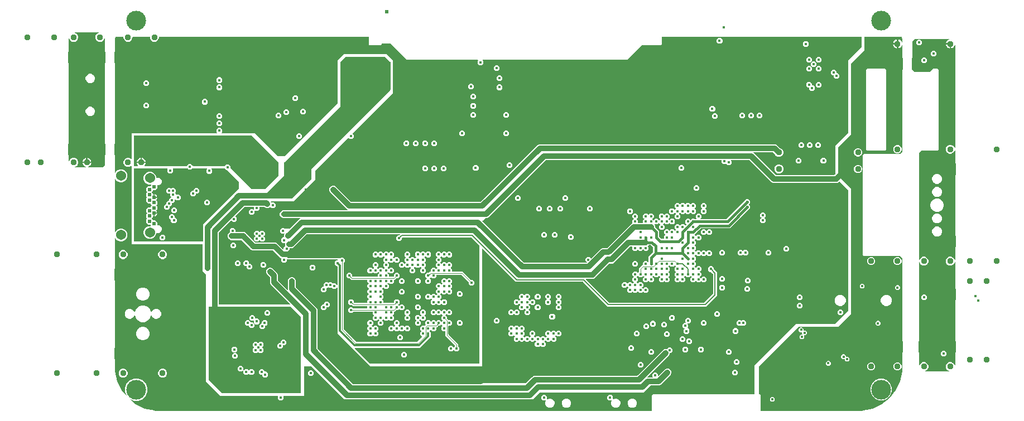
<source format=gbr>
G04 EAGLE Gerber RS-274X export*
G75*
%MOMM*%
%FSLAX34Y34*%
%LPD*%
%AMOC8*
5,1,8,0,0,1.08239X$1,22.5*%
G01*
%ADD10C,0.609600*%
%ADD11C,1.540000*%
%ADD12C,0.954800*%
%ADD13C,0.450000*%
%ADD14C,0.406400*%
%ADD15C,0.812800*%
%ADD16C,0.100000*%
%ADD17C,0.200000*%
%ADD18C,0.203200*%
%ADD19C,3.000000*%
%ADD20C,0.304800*%

G36*
X407992Y560498D02*
X407992Y560498D01*
X407983Y560499D01*
X407895Y560478D01*
X407805Y560460D01*
X407798Y560455D01*
X407790Y560453D01*
X407717Y560399D01*
X407641Y560347D01*
X407637Y560340D01*
X407630Y560335D01*
X407583Y560257D01*
X407534Y560180D01*
X407533Y560171D01*
X407528Y560164D01*
X407501Y560000D01*
X407501Y558964D01*
X406036Y557499D01*
X388964Y557499D01*
X387499Y558964D01*
X387499Y570000D01*
X387498Y570008D01*
X387499Y570017D01*
X387478Y570105D01*
X387460Y570195D01*
X387455Y570202D01*
X387453Y570210D01*
X387399Y570283D01*
X387347Y570359D01*
X387340Y570363D01*
X387335Y570370D01*
X387257Y570417D01*
X387180Y570466D01*
X387171Y570467D01*
X387164Y570472D01*
X387000Y570499D01*
X69774Y570499D01*
X69766Y570498D01*
X69757Y570499D01*
X69669Y570478D01*
X69579Y570460D01*
X69572Y570455D01*
X69564Y570453D01*
X69491Y570399D01*
X69415Y570347D01*
X69411Y570340D01*
X69404Y570335D01*
X69357Y570257D01*
X69308Y570180D01*
X69307Y570171D01*
X69302Y570164D01*
X69275Y570000D01*
X69275Y568652D01*
X68243Y566162D01*
X66338Y564257D01*
X63848Y563225D01*
X61152Y563225D01*
X58662Y564257D01*
X56757Y566162D01*
X55725Y568652D01*
X55725Y570000D01*
X55724Y570008D01*
X55725Y570017D01*
X55704Y570105D01*
X55686Y570195D01*
X55681Y570202D01*
X55679Y570210D01*
X55625Y570283D01*
X55573Y570359D01*
X55566Y570363D01*
X55561Y570370D01*
X55483Y570417D01*
X55406Y570466D01*
X55397Y570467D01*
X55390Y570472D01*
X55226Y570499D01*
X29774Y570499D01*
X29766Y570498D01*
X29757Y570499D01*
X29669Y570478D01*
X29579Y570460D01*
X29572Y570455D01*
X29564Y570453D01*
X29491Y570399D01*
X29415Y570347D01*
X29411Y570340D01*
X29404Y570335D01*
X29357Y570257D01*
X29308Y570180D01*
X29307Y570171D01*
X29302Y570164D01*
X29275Y570000D01*
X29275Y568652D01*
X28243Y566162D01*
X26338Y564257D01*
X23848Y563225D01*
X21152Y563225D01*
X18662Y564257D01*
X16757Y566162D01*
X15725Y568652D01*
X15725Y570000D01*
X15724Y570008D01*
X15725Y570017D01*
X15704Y570105D01*
X15686Y570195D01*
X15681Y570202D01*
X15679Y570210D01*
X15625Y570283D01*
X15573Y570359D01*
X15566Y570363D01*
X15561Y570370D01*
X15483Y570417D01*
X15406Y570466D01*
X15397Y570467D01*
X15390Y570472D01*
X15226Y570499D01*
X3991Y570499D01*
X3940Y570489D01*
X3888Y570488D01*
X3844Y570469D01*
X3797Y570460D01*
X3753Y570430D01*
X3705Y570409D01*
X3672Y570374D01*
X3633Y570347D01*
X3604Y570303D01*
X3568Y570265D01*
X3547Y570212D01*
X3526Y570180D01*
X3521Y570149D01*
X3505Y570111D01*
X2935Y567613D01*
X2934Y567578D01*
X2923Y567530D01*
X2502Y560028D01*
X2503Y560015D01*
X2501Y560000D01*
X2501Y548964D01*
X1647Y548110D01*
X1640Y548100D01*
X1630Y548092D01*
X1586Y548018D01*
X1537Y547945D01*
X1535Y547932D01*
X1528Y547921D01*
X1501Y547757D01*
X1501Y532243D01*
X1503Y532230D01*
X1501Y532218D01*
X1523Y532134D01*
X1540Y532048D01*
X1548Y532037D01*
X1551Y532025D01*
X1647Y531890D01*
X2501Y531036D01*
X2501Y408964D01*
X1647Y408110D01*
X1640Y408100D01*
X1630Y408092D01*
X1586Y408018D01*
X1537Y407945D01*
X1535Y407932D01*
X1528Y407921D01*
X1501Y407757D01*
X1501Y392243D01*
X1503Y392230D01*
X1501Y392218D01*
X1523Y392134D01*
X1540Y392048D01*
X1548Y392037D01*
X1551Y392025D01*
X1647Y391890D01*
X2501Y391036D01*
X2501Y364938D01*
X2501Y364936D01*
X2501Y364934D01*
X2521Y364840D01*
X2540Y364743D01*
X2542Y364741D01*
X2542Y364739D01*
X2597Y364660D01*
X2653Y364579D01*
X2655Y364578D01*
X2656Y364576D01*
X2737Y364525D01*
X2820Y364472D01*
X2823Y364472D01*
X2824Y364471D01*
X2920Y364455D01*
X3017Y364439D01*
X3019Y364440D01*
X3021Y364439D01*
X3115Y364463D01*
X3210Y364485D01*
X3212Y364486D01*
X3214Y364487D01*
X3292Y364545D01*
X3370Y364603D01*
X3371Y364605D01*
X3373Y364606D01*
X3461Y364747D01*
X3626Y365145D01*
X6355Y367874D01*
X9920Y369351D01*
X13780Y369351D01*
X17345Y367874D01*
X20074Y365145D01*
X21551Y361580D01*
X21551Y357720D01*
X20074Y354155D01*
X17345Y351426D01*
X13780Y349949D01*
X9920Y349949D01*
X6355Y351426D01*
X3626Y354155D01*
X3461Y354553D01*
X3460Y354555D01*
X3460Y354557D01*
X3404Y354638D01*
X3350Y354718D01*
X3348Y354719D01*
X3347Y354721D01*
X3264Y354774D01*
X3183Y354826D01*
X3181Y354827D01*
X3180Y354828D01*
X3084Y354844D01*
X2988Y354861D01*
X2986Y354861D01*
X2983Y354861D01*
X2890Y354839D01*
X2794Y354817D01*
X2792Y354815D01*
X2790Y354815D01*
X2713Y354758D01*
X2633Y354700D01*
X2632Y354698D01*
X2630Y354697D01*
X2581Y354615D01*
X2530Y354530D01*
X2530Y354528D01*
X2528Y354526D01*
X2501Y354362D01*
X2501Y275138D01*
X2501Y275136D01*
X2501Y275134D01*
X2521Y275040D01*
X2540Y274943D01*
X2542Y274941D01*
X2542Y274939D01*
X2597Y274860D01*
X2653Y274779D01*
X2655Y274778D01*
X2656Y274776D01*
X2737Y274725D01*
X2820Y274672D01*
X2823Y274672D01*
X2824Y274671D01*
X2920Y274655D01*
X3017Y274639D01*
X3019Y274640D01*
X3021Y274639D01*
X3115Y274663D01*
X3210Y274685D01*
X3212Y274686D01*
X3214Y274687D01*
X3292Y274745D01*
X3370Y274803D01*
X3371Y274805D01*
X3373Y274806D01*
X3461Y274947D01*
X3626Y275345D01*
X6355Y278074D01*
X9920Y279551D01*
X13780Y279551D01*
X17345Y278074D01*
X20074Y275345D01*
X21551Y271780D01*
X21551Y267920D01*
X20074Y264355D01*
X17345Y261626D01*
X13780Y260149D01*
X9920Y260149D01*
X6355Y261626D01*
X3626Y264355D01*
X3461Y264753D01*
X3460Y264755D01*
X3460Y264757D01*
X3404Y264838D01*
X3350Y264918D01*
X3348Y264919D01*
X3347Y264921D01*
X3264Y264974D01*
X3183Y265026D01*
X3181Y265027D01*
X3180Y265028D01*
X3084Y265044D01*
X2988Y265061D01*
X2986Y265061D01*
X2983Y265061D01*
X2890Y265039D01*
X2794Y265017D01*
X2792Y265015D01*
X2790Y265015D01*
X2713Y264958D01*
X2633Y264900D01*
X2632Y264898D01*
X2630Y264897D01*
X2581Y264815D01*
X2530Y264730D01*
X2530Y264728D01*
X2528Y264726D01*
X2501Y264562D01*
X2501Y218964D01*
X1647Y218110D01*
X1640Y218100D01*
X1630Y218092D01*
X1586Y218018D01*
X1537Y217945D01*
X1535Y217932D01*
X1528Y217921D01*
X1501Y217757D01*
X1501Y202243D01*
X1503Y202230D01*
X1501Y202218D01*
X1523Y202134D01*
X1540Y202048D01*
X1548Y202037D01*
X1551Y202025D01*
X1647Y201890D01*
X2501Y201036D01*
X2501Y98964D01*
X1647Y98110D01*
X1640Y98100D01*
X1630Y98092D01*
X1586Y98018D01*
X1537Y97945D01*
X1535Y97932D01*
X1528Y97921D01*
X1501Y97757D01*
X1501Y82243D01*
X1503Y82230D01*
X1501Y82218D01*
X1523Y82134D01*
X1540Y82048D01*
X1548Y82037D01*
X1551Y82025D01*
X1647Y81890D01*
X2501Y81036D01*
X2501Y70000D01*
X2503Y69988D01*
X2502Y69972D01*
X2923Y62470D01*
X2932Y62436D01*
X2935Y62387D01*
X6273Y47760D01*
X6291Y47721D01*
X6310Y47655D01*
X12820Y34137D01*
X12846Y34103D01*
X12879Y34043D01*
X19239Y26068D01*
X19262Y26048D01*
X19279Y26023D01*
X19338Y25985D01*
X19391Y25940D01*
X19420Y25931D01*
X19446Y25915D01*
X19514Y25903D01*
X19581Y25882D01*
X19612Y25885D01*
X19641Y25880D01*
X19710Y25896D01*
X19779Y25903D01*
X19806Y25918D01*
X19835Y25924D01*
X19892Y25965D01*
X19953Y25999D01*
X19972Y26023D01*
X19996Y26041D01*
X20033Y26101D01*
X20076Y26156D01*
X20084Y26185D01*
X20099Y26211D01*
X20109Y26280D01*
X20127Y26348D01*
X20123Y26378D01*
X20127Y26408D01*
X20106Y26502D01*
X20100Y26545D01*
X20093Y26557D01*
X20090Y26570D01*
X17999Y31618D01*
X17999Y38382D01*
X20587Y44630D01*
X25370Y49413D01*
X31618Y52001D01*
X38382Y52001D01*
X44630Y49413D01*
X49413Y44630D01*
X52001Y38382D01*
X52001Y31618D01*
X49413Y25370D01*
X44630Y20587D01*
X38382Y17999D01*
X31618Y17999D01*
X26570Y20090D01*
X26540Y20096D01*
X26513Y20110D01*
X26444Y20115D01*
X26375Y20128D01*
X26345Y20122D01*
X26315Y20124D01*
X26249Y20102D01*
X26180Y20087D01*
X26156Y20070D01*
X26127Y20060D01*
X26075Y20013D01*
X26017Y19973D01*
X26001Y19947D01*
X25979Y19927D01*
X25949Y19864D01*
X25912Y19805D01*
X25907Y19775D01*
X25894Y19747D01*
X25891Y19677D01*
X25880Y19608D01*
X25888Y19579D01*
X25886Y19549D01*
X25911Y19483D01*
X25928Y19415D01*
X25946Y19391D01*
X25957Y19363D01*
X26021Y19291D01*
X26047Y19256D01*
X26059Y19249D01*
X26068Y19239D01*
X34043Y12879D01*
X34081Y12859D01*
X34137Y12820D01*
X47655Y6310D01*
X47697Y6299D01*
X47760Y6273D01*
X62387Y2935D01*
X62422Y2934D01*
X62470Y2923D01*
X69972Y2502D01*
X69985Y2503D01*
X70000Y2501D01*
X817000Y2501D01*
X817008Y2502D01*
X817017Y2501D01*
X817105Y2522D01*
X817195Y2540D01*
X817202Y2545D01*
X817210Y2547D01*
X817283Y2601D01*
X817359Y2653D01*
X817363Y2660D01*
X817370Y2665D01*
X817417Y2743D01*
X817466Y2820D01*
X817467Y2829D01*
X817472Y2836D01*
X817499Y3000D01*
X817499Y26036D01*
X818964Y27501D01*
X972500Y27501D01*
X972508Y27502D01*
X972517Y27501D01*
X972605Y27522D01*
X972695Y27540D01*
X972702Y27545D01*
X972710Y27547D01*
X972783Y27601D01*
X972859Y27653D01*
X972863Y27660D01*
X972870Y27665D01*
X972917Y27743D01*
X972966Y27820D01*
X972967Y27829D01*
X972972Y27836D01*
X972999Y28000D01*
X972999Y72293D01*
X1035207Y134501D01*
X1095000Y134501D01*
X1095012Y134503D01*
X1095025Y134501D01*
X1095109Y134523D01*
X1095195Y134540D01*
X1095205Y134548D01*
X1095217Y134551D01*
X1095353Y134647D01*
X1115353Y154647D01*
X1115360Y154658D01*
X1115370Y154665D01*
X1115415Y154740D01*
X1115463Y154813D01*
X1115465Y154825D01*
X1115472Y154836D01*
X1115499Y155000D01*
X1115499Y337500D01*
X1115497Y337512D01*
X1115499Y337525D01*
X1115477Y337609D01*
X1115460Y337695D01*
X1115453Y337705D01*
X1115449Y337717D01*
X1115353Y337853D01*
X1102853Y350353D01*
X1102842Y350360D01*
X1102835Y350370D01*
X1102760Y350415D01*
X1102687Y350463D01*
X1102675Y350465D01*
X1102664Y350472D01*
X1102500Y350499D01*
X1101283Y350499D01*
X1101270Y350497D01*
X1101258Y350499D01*
X1101174Y350477D01*
X1101088Y350460D01*
X1101078Y350453D01*
X1101065Y350449D01*
X1100930Y350353D01*
X1100435Y349859D01*
X1098206Y348935D01*
X1001294Y348935D01*
X999065Y349859D01*
X965634Y383289D01*
X965624Y383296D01*
X965616Y383306D01*
X965541Y383351D01*
X965468Y383399D01*
X965456Y383401D01*
X965445Y383408D01*
X965281Y383435D01*
X937781Y383435D01*
X937777Y383434D01*
X937773Y383435D01*
X937680Y383415D01*
X937587Y383396D01*
X937583Y383393D01*
X937579Y383392D01*
X937501Y383337D01*
X937423Y383283D01*
X937420Y383280D01*
X937417Y383277D01*
X937367Y383196D01*
X937316Y383116D01*
X937315Y383111D01*
X937313Y383108D01*
X937298Y383014D01*
X937282Y382919D01*
X937283Y382915D01*
X937283Y382911D01*
X937306Y382819D01*
X937329Y382726D01*
X937331Y382723D01*
X937332Y382719D01*
X937428Y382583D01*
X938251Y381761D01*
X938251Y378239D01*
X935761Y375749D01*
X932239Y375749D01*
X930103Y377886D01*
X930096Y377890D01*
X930091Y377897D01*
X930013Y377945D01*
X929937Y377995D01*
X929929Y377997D01*
X929922Y378001D01*
X929832Y378015D01*
X929742Y378032D01*
X929733Y378030D01*
X929725Y378031D01*
X929637Y378009D01*
X929548Y377989D01*
X929541Y377984D01*
X929533Y377982D01*
X929397Y377886D01*
X928761Y377249D01*
X925239Y377249D01*
X922749Y379739D01*
X922749Y382936D01*
X922748Y382944D01*
X922749Y382953D01*
X922728Y383041D01*
X922710Y383131D01*
X922705Y383138D01*
X922703Y383146D01*
X922649Y383219D01*
X922597Y383295D01*
X922590Y383299D01*
X922585Y383306D01*
X922507Y383353D01*
X922430Y383402D01*
X922421Y383403D01*
X922414Y383408D01*
X922250Y383435D01*
X656419Y383435D01*
X656407Y383433D01*
X656394Y383435D01*
X656310Y383413D01*
X656224Y383396D01*
X656214Y383389D01*
X656201Y383385D01*
X656066Y383289D01*
X569135Y296359D01*
X566906Y295435D01*
X564936Y295435D01*
X564924Y295433D01*
X564911Y295435D01*
X564827Y295413D01*
X564741Y295396D01*
X564731Y295389D01*
X564719Y295385D01*
X564583Y295289D01*
X560288Y290994D01*
X560284Y290987D01*
X560277Y290983D01*
X560229Y290905D01*
X560179Y290829D01*
X560177Y290820D01*
X560173Y290813D01*
X560159Y290723D01*
X560142Y290633D01*
X560144Y290625D01*
X560143Y290617D01*
X560165Y290529D01*
X560185Y290439D01*
X560190Y290432D01*
X560192Y290424D01*
X560288Y290288D01*
X622866Y227711D01*
X622876Y227704D01*
X622884Y227694D01*
X622959Y227649D01*
X623032Y227601D01*
X623044Y227599D01*
X623055Y227592D01*
X623219Y227565D01*
X718219Y227565D01*
X718223Y227566D01*
X718227Y227565D01*
X718320Y227585D01*
X718413Y227604D01*
X718417Y227607D01*
X718421Y227608D01*
X718499Y227663D01*
X718577Y227717D01*
X718580Y227720D01*
X718583Y227723D01*
X718633Y227804D01*
X718684Y227884D01*
X718685Y227889D01*
X718687Y227892D01*
X718702Y227986D01*
X718718Y228081D01*
X718717Y228085D01*
X718717Y228089D01*
X718694Y228181D01*
X718671Y228274D01*
X718669Y228277D01*
X718668Y228281D01*
X718572Y228417D01*
X716749Y230239D01*
X716749Y233761D01*
X719239Y236251D01*
X722761Y236251D01*
X724864Y234147D01*
X724871Y234142D01*
X724876Y234136D01*
X724954Y234088D01*
X725030Y234037D01*
X725038Y234036D01*
X725045Y234031D01*
X725135Y234018D01*
X725226Y234001D01*
X725234Y234003D01*
X725242Y234002D01*
X725330Y234024D01*
X725420Y234044D01*
X725427Y234049D01*
X725435Y234051D01*
X725570Y234147D01*
X740065Y248641D01*
X742294Y249565D01*
X748781Y249565D01*
X748794Y249567D01*
X748806Y249565D01*
X748890Y249587D01*
X748976Y249604D01*
X748986Y249611D01*
X748999Y249615D01*
X749134Y249711D01*
X784788Y285365D01*
X786565Y287141D01*
X787488Y287524D01*
X787494Y287528D01*
X787500Y287529D01*
X787576Y287583D01*
X787653Y287635D01*
X787657Y287640D01*
X787662Y287644D01*
X787710Y287723D01*
X787762Y287802D01*
X787763Y287808D01*
X787766Y287813D01*
X787780Y287905D01*
X787796Y287998D01*
X787795Y288004D01*
X787796Y288010D01*
X787773Y288100D01*
X787752Y288191D01*
X787749Y288195D01*
X787749Y291761D01*
X789636Y293647D01*
X789640Y293654D01*
X789647Y293659D01*
X789695Y293736D01*
X789745Y293813D01*
X789747Y293821D01*
X789751Y293828D01*
X789765Y293918D01*
X789782Y294008D01*
X789780Y294016D01*
X789781Y294025D01*
X789759Y294113D01*
X789739Y294202D01*
X789734Y294209D01*
X789732Y294217D01*
X789636Y294353D01*
X787749Y296239D01*
X787749Y299761D01*
X790239Y302251D01*
X793761Y302251D01*
X796251Y299761D01*
X796251Y296239D01*
X794364Y294353D01*
X794360Y294346D01*
X794353Y294341D01*
X794305Y294264D01*
X794255Y294187D01*
X794253Y294179D01*
X794249Y294172D01*
X794235Y294082D01*
X794218Y293992D01*
X794220Y293983D01*
X794219Y293975D01*
X794241Y293887D01*
X794261Y293798D01*
X794266Y293791D01*
X794268Y293783D01*
X794364Y293647D01*
X796251Y291761D01*
X796251Y288564D01*
X796252Y288556D01*
X796251Y288547D01*
X796272Y288459D01*
X796290Y288369D01*
X796295Y288362D01*
X796297Y288354D01*
X796351Y288281D01*
X796403Y288205D01*
X796410Y288201D01*
X796415Y288194D01*
X796493Y288147D01*
X796570Y288098D01*
X796579Y288097D01*
X796586Y288092D01*
X796750Y288065D01*
X803250Y288065D01*
X803258Y288066D01*
X803267Y288065D01*
X803355Y288086D01*
X803445Y288104D01*
X803452Y288109D01*
X803460Y288111D01*
X803533Y288165D01*
X803609Y288217D01*
X803613Y288224D01*
X803620Y288229D01*
X803667Y288307D01*
X803716Y288384D01*
X803717Y288393D01*
X803722Y288400D01*
X803749Y288564D01*
X803749Y291761D01*
X805636Y293647D01*
X805640Y293654D01*
X805647Y293659D01*
X805695Y293736D01*
X805745Y293813D01*
X805747Y293821D01*
X805751Y293828D01*
X805765Y293918D01*
X805782Y294008D01*
X805780Y294017D01*
X805781Y294025D01*
X805759Y294113D01*
X805739Y294202D01*
X805734Y294209D01*
X805732Y294217D01*
X805636Y294353D01*
X803749Y296239D01*
X803749Y299761D01*
X806239Y302251D01*
X809761Y302251D01*
X811647Y300364D01*
X811654Y300360D01*
X811659Y300353D01*
X811736Y300305D01*
X811813Y300255D01*
X811821Y300253D01*
X811828Y300249D01*
X811918Y300235D01*
X812008Y300218D01*
X812016Y300220D01*
X812025Y300219D01*
X812113Y300241D01*
X812202Y300261D01*
X812209Y300266D01*
X812217Y300268D01*
X812353Y300364D01*
X814239Y302251D01*
X817761Y302251D01*
X820251Y299761D01*
X820251Y296239D01*
X818364Y294353D01*
X818360Y294346D01*
X818353Y294341D01*
X818305Y294264D01*
X818255Y294187D01*
X818253Y294179D01*
X818249Y294172D01*
X818235Y294082D01*
X818218Y293992D01*
X818220Y293983D01*
X818219Y293975D01*
X818241Y293887D01*
X818261Y293798D01*
X818266Y293791D01*
X818268Y293783D01*
X818364Y293647D01*
X819647Y292364D01*
X819654Y292360D01*
X819659Y292353D01*
X819736Y292305D01*
X819813Y292255D01*
X819821Y292253D01*
X819828Y292249D01*
X819918Y292235D01*
X820008Y292218D01*
X820017Y292220D01*
X820025Y292219D01*
X820113Y292241D01*
X820202Y292261D01*
X820209Y292266D01*
X820217Y292268D01*
X820353Y292364D01*
X822239Y294251D01*
X825761Y294251D01*
X827647Y292364D01*
X827654Y292360D01*
X827659Y292353D01*
X827736Y292305D01*
X827813Y292255D01*
X827821Y292253D01*
X827828Y292249D01*
X827918Y292235D01*
X828008Y292218D01*
X828016Y292220D01*
X828025Y292219D01*
X828113Y292241D01*
X828202Y292261D01*
X828209Y292266D01*
X828217Y292268D01*
X828353Y292364D01*
X829636Y293647D01*
X829640Y293654D01*
X829647Y293659D01*
X829695Y293736D01*
X829745Y293813D01*
X829747Y293821D01*
X829751Y293828D01*
X829765Y293918D01*
X829782Y294008D01*
X829780Y294017D01*
X829781Y294025D01*
X829759Y294113D01*
X829739Y294202D01*
X829734Y294209D01*
X829732Y294217D01*
X829636Y294353D01*
X827749Y296239D01*
X827749Y299761D01*
X830239Y302251D01*
X833761Y302251D01*
X835647Y300364D01*
X835654Y300360D01*
X835659Y300353D01*
X835736Y300305D01*
X835813Y300255D01*
X835821Y300253D01*
X835828Y300249D01*
X835918Y300235D01*
X836008Y300218D01*
X836017Y300220D01*
X836025Y300219D01*
X836113Y300241D01*
X836202Y300261D01*
X836209Y300266D01*
X836217Y300268D01*
X836353Y300364D01*
X838239Y302251D01*
X841761Y302251D01*
X844251Y299761D01*
X844251Y296239D01*
X842364Y294353D01*
X842360Y294346D01*
X842353Y294341D01*
X842305Y294264D01*
X842255Y294187D01*
X842253Y294179D01*
X842249Y294172D01*
X842235Y294082D01*
X842218Y293992D01*
X842220Y293984D01*
X842219Y293975D01*
X842241Y293887D01*
X842261Y293798D01*
X842266Y293791D01*
X842268Y293783D01*
X842364Y293647D01*
X843647Y292364D01*
X843654Y292360D01*
X843659Y292353D01*
X843736Y292305D01*
X843813Y292255D01*
X843821Y292253D01*
X843828Y292249D01*
X843918Y292235D01*
X844008Y292218D01*
X844017Y292220D01*
X844025Y292219D01*
X844113Y292241D01*
X844202Y292261D01*
X844209Y292266D01*
X844217Y292268D01*
X844353Y292364D01*
X846239Y294251D01*
X849761Y294251D01*
X852251Y291761D01*
X852251Y288239D01*
X849761Y285749D01*
X846239Y285749D01*
X844353Y287636D01*
X844346Y287640D01*
X844341Y287647D01*
X844264Y287695D01*
X844187Y287745D01*
X844179Y287747D01*
X844172Y287751D01*
X844082Y287765D01*
X843992Y287782D01*
X843984Y287780D01*
X843975Y287781D01*
X843887Y287759D01*
X843798Y287739D01*
X843791Y287734D01*
X843783Y287732D01*
X843647Y287636D01*
X841761Y285749D01*
X838239Y285749D01*
X836353Y287636D01*
X836346Y287640D01*
X836341Y287647D01*
X836264Y287695D01*
X836187Y287745D01*
X836179Y287747D01*
X836172Y287751D01*
X836082Y287765D01*
X835992Y287782D01*
X835983Y287780D01*
X835975Y287781D01*
X835887Y287759D01*
X835798Y287739D01*
X835791Y287734D01*
X835783Y287732D01*
X835647Y287636D01*
X834364Y286353D01*
X834360Y286346D01*
X834353Y286341D01*
X834305Y286264D01*
X834255Y286187D01*
X834253Y286179D01*
X834249Y286172D01*
X834235Y286082D01*
X834218Y285992D01*
X834220Y285984D01*
X834219Y285975D01*
X834241Y285887D01*
X834261Y285798D01*
X834266Y285791D01*
X834268Y285783D01*
X834364Y285647D01*
X836251Y283761D01*
X836251Y280239D01*
X833761Y277749D01*
X830239Y277749D01*
X827749Y280239D01*
X827749Y283761D01*
X829636Y285647D01*
X829640Y285654D01*
X829647Y285659D01*
X829695Y285736D01*
X829745Y285813D01*
X829747Y285821D01*
X829751Y285828D01*
X829765Y285918D01*
X829782Y286008D01*
X829780Y286017D01*
X829781Y286025D01*
X829759Y286113D01*
X829739Y286202D01*
X829734Y286209D01*
X829732Y286217D01*
X829636Y286353D01*
X828353Y287636D01*
X828346Y287640D01*
X828341Y287647D01*
X828264Y287695D01*
X828187Y287745D01*
X828179Y287747D01*
X828172Y287751D01*
X828082Y287765D01*
X827992Y287782D01*
X827983Y287780D01*
X827975Y287781D01*
X827887Y287759D01*
X827798Y287739D01*
X827791Y287734D01*
X827783Y287732D01*
X827647Y287636D01*
X825761Y285749D01*
X822239Y285749D01*
X821918Y286071D01*
X821916Y286072D01*
X821915Y286074D01*
X821833Y286127D01*
X821752Y286180D01*
X821750Y286181D01*
X821748Y286182D01*
X821653Y286199D01*
X821557Y286217D01*
X821555Y286216D01*
X821552Y286217D01*
X821459Y286195D01*
X821362Y286174D01*
X821361Y286173D01*
X821359Y286172D01*
X821281Y286116D01*
X821200Y286059D01*
X821199Y286057D01*
X821198Y286056D01*
X821148Y285973D01*
X821096Y285889D01*
X821096Y285887D01*
X821095Y285886D01*
X821081Y285789D01*
X821066Y285693D01*
X821067Y285691D01*
X821066Y285689D01*
X821104Y285527D01*
X822065Y283206D01*
X822065Y281845D01*
X822067Y281833D01*
X822065Y281820D01*
X822087Y281736D01*
X822104Y281650D01*
X822111Y281640D01*
X822115Y281628D01*
X822211Y281492D01*
X828033Y275670D01*
X828033Y268186D01*
X828035Y268173D01*
X828033Y268161D01*
X828055Y268076D01*
X828072Y267991D01*
X828079Y267980D01*
X828083Y267968D01*
X828179Y267832D01*
X828251Y267761D01*
X828251Y267659D01*
X828252Y267654D01*
X828251Y267649D01*
X828253Y267642D01*
X828251Y267634D01*
X828273Y267550D01*
X828290Y267464D01*
X828297Y267454D01*
X828301Y267442D01*
X828397Y267306D01*
X831524Y264179D01*
X831535Y264172D01*
X831542Y264162D01*
X831617Y264117D01*
X831690Y264069D01*
X831702Y264067D01*
X831713Y264060D01*
X831877Y264033D01*
X835250Y264033D01*
X835258Y264034D01*
X835267Y264033D01*
X835355Y264054D01*
X835445Y264072D01*
X835452Y264077D01*
X835460Y264079D01*
X835533Y264133D01*
X835609Y264185D01*
X835613Y264192D01*
X835620Y264197D01*
X835667Y264275D01*
X835716Y264352D01*
X835717Y264361D01*
X835722Y264368D01*
X835749Y264532D01*
X835749Y267761D01*
X837636Y269647D01*
X837640Y269654D01*
X837647Y269659D01*
X837695Y269736D01*
X837745Y269813D01*
X837747Y269821D01*
X837751Y269828D01*
X837765Y269918D01*
X837782Y270008D01*
X837780Y270016D01*
X837781Y270025D01*
X837759Y270113D01*
X837739Y270202D01*
X837734Y270209D01*
X837732Y270217D01*
X837636Y270353D01*
X835749Y272239D01*
X835749Y275761D01*
X838239Y278251D01*
X841761Y278251D01*
X843647Y276364D01*
X843654Y276360D01*
X843659Y276353D01*
X843736Y276305D01*
X843813Y276255D01*
X843821Y276253D01*
X843828Y276249D01*
X843918Y276235D01*
X844008Y276218D01*
X844017Y276220D01*
X844025Y276219D01*
X844113Y276241D01*
X844202Y276261D01*
X844209Y276266D01*
X844217Y276268D01*
X844353Y276364D01*
X846239Y278251D01*
X849761Y278251D01*
X851647Y276364D01*
X851654Y276360D01*
X851659Y276353D01*
X851736Y276305D01*
X851813Y276255D01*
X851821Y276253D01*
X851828Y276249D01*
X851918Y276235D01*
X852008Y276218D01*
X852017Y276220D01*
X852025Y276219D01*
X852113Y276241D01*
X852202Y276261D01*
X852209Y276266D01*
X852217Y276268D01*
X852353Y276364D01*
X853636Y277647D01*
X853640Y277654D01*
X853647Y277659D01*
X853695Y277736D01*
X853745Y277813D01*
X853747Y277821D01*
X853751Y277828D01*
X853765Y277918D01*
X853782Y278008D01*
X853780Y278017D01*
X853781Y278025D01*
X853759Y278113D01*
X853739Y278202D01*
X853734Y278209D01*
X853732Y278217D01*
X853636Y278353D01*
X851749Y280239D01*
X851749Y283761D01*
X854239Y286251D01*
X857761Y286251D01*
X859647Y284364D01*
X859654Y284360D01*
X859659Y284353D01*
X859736Y284305D01*
X859813Y284255D01*
X859821Y284253D01*
X859828Y284249D01*
X859918Y284235D01*
X860008Y284218D01*
X860017Y284220D01*
X860025Y284219D01*
X860113Y284241D01*
X860202Y284261D01*
X860209Y284266D01*
X860217Y284268D01*
X860353Y284364D01*
X862239Y286251D01*
X865761Y286251D01*
X867801Y284210D01*
X867808Y284206D01*
X867813Y284199D01*
X867890Y284151D01*
X867967Y284101D01*
X867975Y284099D01*
X867982Y284095D01*
X868072Y284081D01*
X868162Y284064D01*
X868171Y284066D01*
X868179Y284065D01*
X868267Y284087D01*
X868357Y284107D01*
X868363Y284112D01*
X868372Y284114D01*
X868507Y284210D01*
X869790Y285493D01*
X869794Y285500D01*
X869801Y285505D01*
X869849Y285582D01*
X869899Y285659D01*
X869901Y285667D01*
X869905Y285674D01*
X869919Y285764D01*
X869936Y285854D01*
X869934Y285862D01*
X869935Y285871D01*
X869913Y285959D01*
X869893Y286048D01*
X869888Y286055D01*
X869886Y286063D01*
X869790Y286199D01*
X867749Y288239D01*
X867749Y291761D01*
X870239Y294251D01*
X873761Y294251D01*
X875647Y292364D01*
X875654Y292360D01*
X875659Y292353D01*
X875736Y292305D01*
X875813Y292255D01*
X875821Y292253D01*
X875828Y292249D01*
X875918Y292235D01*
X876008Y292218D01*
X876016Y292220D01*
X876025Y292219D01*
X876113Y292241D01*
X876202Y292261D01*
X876209Y292266D01*
X876217Y292268D01*
X876353Y292364D01*
X878239Y294251D01*
X881761Y294251D01*
X881832Y294179D01*
X881843Y294172D01*
X881850Y294162D01*
X881925Y294117D01*
X881998Y294069D01*
X882011Y294067D01*
X882021Y294060D01*
X882186Y294033D01*
X884751Y294033D01*
X884755Y294034D01*
X884759Y294033D01*
X884852Y294053D01*
X884945Y294072D01*
X884949Y294075D01*
X884953Y294076D01*
X885031Y294131D01*
X885109Y294185D01*
X885112Y294188D01*
X885115Y294191D01*
X885165Y294272D01*
X885216Y294352D01*
X885217Y294357D01*
X885219Y294360D01*
X885234Y294454D01*
X885250Y294549D01*
X885249Y294553D01*
X885249Y294557D01*
X885226Y294649D01*
X885203Y294742D01*
X885201Y294745D01*
X885200Y294749D01*
X885104Y294885D01*
X883749Y296239D01*
X883749Y299761D01*
X886239Y302251D01*
X889761Y302251D01*
X892251Y299761D01*
X892251Y296239D01*
X890896Y294885D01*
X890894Y294881D01*
X890891Y294879D01*
X890840Y294799D01*
X890787Y294719D01*
X890786Y294715D01*
X890784Y294712D01*
X890768Y294618D01*
X890750Y294524D01*
X890751Y294520D01*
X890750Y294515D01*
X890772Y294424D01*
X890793Y294330D01*
X890796Y294326D01*
X890797Y294322D01*
X890853Y294246D01*
X890908Y294167D01*
X890912Y294165D01*
X890914Y294162D01*
X890996Y294113D01*
X891078Y294063D01*
X891082Y294063D01*
X891085Y294060D01*
X891249Y294033D01*
X930123Y294033D01*
X930135Y294035D01*
X930148Y294033D01*
X930232Y294055D01*
X930318Y294072D01*
X930328Y294079D01*
X930340Y294083D01*
X930476Y294179D01*
X957603Y321306D01*
X957610Y321317D01*
X957620Y321324D01*
X957665Y321399D01*
X957713Y321472D01*
X957715Y321484D01*
X957722Y321495D01*
X957749Y321659D01*
X957749Y321761D01*
X960239Y324251D01*
X963761Y324251D01*
X966251Y321761D01*
X966251Y318239D01*
X964314Y316303D01*
X964310Y316296D01*
X964303Y316291D01*
X964255Y316214D01*
X964205Y316137D01*
X964203Y316129D01*
X964199Y316122D01*
X964185Y316032D01*
X964168Y315942D01*
X964170Y315934D01*
X964169Y315925D01*
X964191Y315837D01*
X964211Y315748D01*
X964216Y315741D01*
X964218Y315733D01*
X964314Y315597D01*
X966151Y313761D01*
X966151Y310239D01*
X963661Y307749D01*
X963559Y307749D01*
X963547Y307747D01*
X963534Y307749D01*
X963450Y307727D01*
X963364Y307710D01*
X963354Y307703D01*
X963342Y307699D01*
X963206Y307603D01*
X938079Y282476D01*
X935570Y279967D01*
X891877Y279967D01*
X891865Y279965D01*
X891852Y279967D01*
X891768Y279945D01*
X891682Y279928D01*
X891672Y279921D01*
X891660Y279917D01*
X891524Y279821D01*
X882210Y270507D01*
X882206Y270500D01*
X882199Y270495D01*
X882151Y270418D01*
X882101Y270341D01*
X882099Y270333D01*
X882095Y270326D01*
X882081Y270236D01*
X882064Y270146D01*
X882066Y270138D01*
X882065Y270129D01*
X882087Y270041D01*
X882107Y269952D01*
X882112Y269945D01*
X882114Y269937D01*
X882210Y269801D01*
X883647Y268364D01*
X883654Y268360D01*
X883659Y268353D01*
X883736Y268305D01*
X883813Y268255D01*
X883821Y268253D01*
X883828Y268249D01*
X883918Y268235D01*
X884008Y268218D01*
X884017Y268220D01*
X884025Y268219D01*
X884113Y268241D01*
X884202Y268261D01*
X884209Y268266D01*
X884217Y268268D01*
X884353Y268364D01*
X886239Y270251D01*
X889761Y270251D01*
X892251Y267761D01*
X892251Y264239D01*
X889761Y261749D01*
X886239Y261749D01*
X884353Y263636D01*
X884346Y263640D01*
X884341Y263647D01*
X884264Y263695D01*
X884187Y263745D01*
X884179Y263747D01*
X884172Y263751D01*
X884082Y263765D01*
X883992Y263782D01*
X883984Y263780D01*
X883975Y263781D01*
X883887Y263759D01*
X883798Y263739D01*
X883791Y263734D01*
X883783Y263732D01*
X883647Y263636D01*
X882364Y262353D01*
X882360Y262346D01*
X882353Y262341D01*
X882305Y262264D01*
X882255Y262187D01*
X882253Y262179D01*
X882249Y262172D01*
X882235Y262082D01*
X882218Y261992D01*
X882220Y261983D01*
X882219Y261975D01*
X882241Y261887D01*
X882261Y261798D01*
X882266Y261791D01*
X882268Y261783D01*
X882364Y261647D01*
X884251Y259761D01*
X884251Y256239D01*
X882364Y254353D01*
X882360Y254346D01*
X882353Y254341D01*
X882305Y254264D01*
X882255Y254187D01*
X882253Y254179D01*
X882249Y254172D01*
X882235Y254082D01*
X882218Y253992D01*
X882220Y253983D01*
X882219Y253975D01*
X882241Y253887D01*
X882261Y253798D01*
X882266Y253791D01*
X882268Y253783D01*
X882364Y253647D01*
X884251Y251761D01*
X884251Y248239D01*
X882364Y246353D01*
X882360Y246346D01*
X882353Y246341D01*
X882305Y246264D01*
X882255Y246187D01*
X882253Y246179D01*
X882249Y246172D01*
X882235Y246082D01*
X882218Y245992D01*
X882220Y245984D01*
X882219Y245975D01*
X882241Y245887D01*
X882261Y245798D01*
X882266Y245791D01*
X882268Y245783D01*
X882364Y245647D01*
X883647Y244364D01*
X883654Y244360D01*
X883659Y244353D01*
X883736Y244305D01*
X883813Y244255D01*
X883821Y244253D01*
X883828Y244249D01*
X883918Y244235D01*
X884008Y244218D01*
X884017Y244220D01*
X884025Y244219D01*
X884113Y244241D01*
X884202Y244261D01*
X884209Y244266D01*
X884217Y244268D01*
X884353Y244364D01*
X886239Y246251D01*
X889761Y246251D01*
X891647Y244364D01*
X891654Y244360D01*
X891659Y244353D01*
X891736Y244305D01*
X891813Y244255D01*
X891821Y244253D01*
X891828Y244249D01*
X891918Y244235D01*
X892008Y244218D01*
X892017Y244220D01*
X892025Y244219D01*
X892113Y244241D01*
X892202Y244261D01*
X892209Y244266D01*
X892217Y244268D01*
X892353Y244364D01*
X894239Y246251D01*
X897761Y246251D01*
X899647Y244364D01*
X899654Y244360D01*
X899659Y244353D01*
X899736Y244305D01*
X899813Y244255D01*
X899821Y244253D01*
X899828Y244249D01*
X899918Y244235D01*
X900008Y244218D01*
X900016Y244220D01*
X900025Y244219D01*
X900113Y244241D01*
X900202Y244261D01*
X900209Y244266D01*
X900217Y244268D01*
X900353Y244364D01*
X902239Y246251D01*
X905761Y246251D01*
X908251Y243761D01*
X908251Y240239D01*
X905761Y237749D01*
X902239Y237749D01*
X900353Y239636D01*
X900346Y239640D01*
X900341Y239647D01*
X900264Y239695D01*
X900187Y239745D01*
X900179Y239747D01*
X900172Y239751D01*
X900082Y239765D01*
X899992Y239782D01*
X899983Y239780D01*
X899975Y239781D01*
X899887Y239759D01*
X899798Y239739D01*
X899791Y239734D01*
X899783Y239732D01*
X899647Y239636D01*
X897761Y237749D01*
X894239Y237749D01*
X892353Y239636D01*
X892346Y239640D01*
X892341Y239647D01*
X892264Y239695D01*
X892187Y239745D01*
X892179Y239747D01*
X892172Y239751D01*
X892082Y239765D01*
X891992Y239782D01*
X891984Y239780D01*
X891975Y239781D01*
X891887Y239759D01*
X891798Y239739D01*
X891791Y239734D01*
X891783Y239732D01*
X891647Y239636D01*
X889761Y237749D01*
X886239Y237749D01*
X884353Y239636D01*
X884346Y239640D01*
X884341Y239647D01*
X884264Y239695D01*
X884187Y239745D01*
X884179Y239747D01*
X884172Y239751D01*
X884082Y239765D01*
X883992Y239782D01*
X883984Y239780D01*
X883975Y239781D01*
X883887Y239759D01*
X883798Y239739D01*
X883791Y239734D01*
X883783Y239732D01*
X883647Y239636D01*
X882364Y238353D01*
X882360Y238346D01*
X882353Y238341D01*
X882305Y238264D01*
X882255Y238187D01*
X882253Y238179D01*
X882249Y238172D01*
X882235Y238082D01*
X882218Y237992D01*
X882220Y237984D01*
X882219Y237975D01*
X882241Y237887D01*
X882261Y237798D01*
X882266Y237791D01*
X882268Y237783D01*
X882364Y237647D01*
X884251Y235761D01*
X884251Y232239D01*
X882364Y230353D01*
X882360Y230346D01*
X882353Y230341D01*
X882305Y230264D01*
X882255Y230187D01*
X882253Y230179D01*
X882249Y230172D01*
X882235Y230082D01*
X882218Y229992D01*
X882220Y229984D01*
X882219Y229975D01*
X882241Y229887D01*
X882261Y229798D01*
X882266Y229791D01*
X882268Y229783D01*
X882364Y229647D01*
X884251Y227761D01*
X884251Y224239D01*
X882364Y222353D01*
X882360Y222346D01*
X882353Y222341D01*
X882305Y222264D01*
X882255Y222187D01*
X882253Y222179D01*
X882249Y222172D01*
X882235Y222082D01*
X882218Y221992D01*
X882220Y221984D01*
X882219Y221975D01*
X882241Y221887D01*
X882261Y221798D01*
X882266Y221791D01*
X882268Y221783D01*
X882364Y221647D01*
X883647Y220364D01*
X883654Y220360D01*
X883659Y220353D01*
X883736Y220305D01*
X883813Y220255D01*
X883821Y220253D01*
X883828Y220249D01*
X883918Y220235D01*
X884008Y220218D01*
X884016Y220220D01*
X884025Y220219D01*
X884113Y220241D01*
X884202Y220261D01*
X884209Y220266D01*
X884217Y220268D01*
X884353Y220364D01*
X886239Y222251D01*
X889761Y222251D01*
X892251Y219761D01*
X892251Y216239D01*
X890364Y214353D01*
X890360Y214346D01*
X890353Y214341D01*
X890305Y214264D01*
X890255Y214187D01*
X890253Y214179D01*
X890249Y214172D01*
X890235Y214082D01*
X890218Y213992D01*
X890220Y213983D01*
X890219Y213975D01*
X890241Y213887D01*
X890261Y213798D01*
X890266Y213791D01*
X890268Y213783D01*
X890364Y213647D01*
X892251Y211761D01*
X892251Y208239D01*
X890364Y206353D01*
X890360Y206346D01*
X890353Y206341D01*
X890305Y206264D01*
X890255Y206187D01*
X890253Y206179D01*
X890249Y206172D01*
X890235Y206082D01*
X890218Y205992D01*
X890220Y205983D01*
X890219Y205975D01*
X890241Y205887D01*
X890261Y205798D01*
X890266Y205791D01*
X890268Y205783D01*
X890364Y205647D01*
X891647Y204364D01*
X891654Y204360D01*
X891659Y204353D01*
X891736Y204305D01*
X891813Y204255D01*
X891821Y204253D01*
X891828Y204249D01*
X891918Y204235D01*
X892008Y204218D01*
X892017Y204220D01*
X892025Y204219D01*
X892113Y204241D01*
X892202Y204261D01*
X892209Y204266D01*
X892217Y204268D01*
X892353Y204364D01*
X894239Y206251D01*
X897761Y206251D01*
X900251Y203761D01*
X900251Y200239D01*
X897761Y197749D01*
X894239Y197749D01*
X892353Y199636D01*
X892350Y199638D01*
X892349Y199638D01*
X892346Y199640D01*
X892341Y199647D01*
X892264Y199695D01*
X892187Y199745D01*
X892179Y199747D01*
X892172Y199751D01*
X892082Y199765D01*
X891992Y199782D01*
X891984Y199780D01*
X891975Y199781D01*
X891887Y199759D01*
X891798Y199739D01*
X891791Y199734D01*
X891783Y199732D01*
X891647Y199636D01*
X889761Y197749D01*
X886239Y197749D01*
X884353Y199636D01*
X884350Y199638D01*
X884349Y199638D01*
X884346Y199640D01*
X884341Y199647D01*
X884264Y199695D01*
X884187Y199745D01*
X884179Y199747D01*
X884172Y199751D01*
X884082Y199765D01*
X883992Y199782D01*
X883984Y199780D01*
X883975Y199781D01*
X883887Y199759D01*
X883798Y199739D01*
X883791Y199734D01*
X883783Y199732D01*
X883647Y199636D01*
X881761Y197749D01*
X878239Y197749D01*
X875749Y200239D01*
X875749Y203761D01*
X877636Y205647D01*
X877640Y205654D01*
X877647Y205659D01*
X877695Y205736D01*
X877745Y205813D01*
X877747Y205821D01*
X877751Y205828D01*
X877765Y205918D01*
X877782Y206008D01*
X877780Y206016D01*
X877781Y206025D01*
X877759Y206113D01*
X877739Y206202D01*
X877734Y206209D01*
X877732Y206217D01*
X877636Y206353D01*
X876353Y207636D01*
X876346Y207640D01*
X876341Y207647D01*
X876264Y207695D01*
X876187Y207745D01*
X876179Y207747D01*
X876172Y207751D01*
X876082Y207765D01*
X875992Y207782D01*
X875984Y207780D01*
X875975Y207781D01*
X875887Y207759D01*
X875798Y207739D01*
X875791Y207734D01*
X875783Y207732D01*
X875647Y207636D01*
X873761Y205749D01*
X870239Y205749D01*
X868353Y207636D01*
X868346Y207640D01*
X868341Y207647D01*
X868264Y207695D01*
X868187Y207745D01*
X868179Y207747D01*
X868172Y207751D01*
X868082Y207765D01*
X867992Y207782D01*
X867983Y207780D01*
X867975Y207781D01*
X867887Y207759D01*
X867798Y207739D01*
X867791Y207734D01*
X867783Y207732D01*
X867647Y207636D01*
X866364Y206353D01*
X866360Y206346D01*
X866353Y206341D01*
X866305Y206264D01*
X866255Y206187D01*
X866253Y206179D01*
X866249Y206172D01*
X866235Y206082D01*
X866218Y205992D01*
X866220Y205983D01*
X866219Y205975D01*
X866241Y205887D01*
X866261Y205798D01*
X866266Y205791D01*
X866268Y205783D01*
X866364Y205647D01*
X868251Y203761D01*
X868251Y200239D01*
X865761Y197749D01*
X862239Y197749D01*
X860353Y199636D01*
X860350Y199638D01*
X860349Y199638D01*
X860346Y199640D01*
X860341Y199647D01*
X860264Y199695D01*
X860187Y199745D01*
X860179Y199747D01*
X860172Y199751D01*
X860082Y199765D01*
X859992Y199782D01*
X859983Y199780D01*
X859975Y199781D01*
X859887Y199759D01*
X859798Y199739D01*
X859791Y199734D01*
X859783Y199732D01*
X859647Y199636D01*
X857761Y197749D01*
X854239Y197749D01*
X851749Y200239D01*
X851749Y203761D01*
X853636Y205647D01*
X853640Y205654D01*
X853647Y205659D01*
X853695Y205736D01*
X853745Y205813D01*
X853747Y205821D01*
X853751Y205828D01*
X853765Y205918D01*
X853782Y206008D01*
X853780Y206017D01*
X853781Y206025D01*
X853759Y206113D01*
X853739Y206202D01*
X853734Y206209D01*
X853732Y206217D01*
X853636Y206353D01*
X851749Y208239D01*
X851749Y211761D01*
X853636Y213647D01*
X853640Y213654D01*
X853647Y213659D01*
X853695Y213736D01*
X853745Y213813D01*
X853747Y213821D01*
X853751Y213828D01*
X853765Y213918D01*
X853782Y214008D01*
X853780Y214016D01*
X853781Y214025D01*
X853759Y214113D01*
X853739Y214202D01*
X853734Y214209D01*
X853732Y214217D01*
X853636Y214353D01*
X851749Y216239D01*
X851749Y219761D01*
X853636Y221647D01*
X853640Y221654D01*
X853647Y221659D01*
X853695Y221736D01*
X853745Y221813D01*
X853747Y221821D01*
X853751Y221828D01*
X853765Y221918D01*
X853782Y222008D01*
X853780Y222016D01*
X853781Y222025D01*
X853759Y222113D01*
X853739Y222202D01*
X853734Y222209D01*
X853732Y222217D01*
X853636Y222353D01*
X852353Y223636D01*
X852346Y223640D01*
X852341Y223647D01*
X852264Y223695D01*
X852187Y223745D01*
X852179Y223747D01*
X852172Y223751D01*
X852082Y223765D01*
X851992Y223782D01*
X851983Y223780D01*
X851975Y223781D01*
X851887Y223759D01*
X851798Y223739D01*
X851791Y223734D01*
X851783Y223732D01*
X851647Y223636D01*
X849761Y221749D01*
X846239Y221749D01*
X844353Y223636D01*
X844346Y223640D01*
X844341Y223647D01*
X844264Y223695D01*
X844187Y223745D01*
X844179Y223747D01*
X844172Y223751D01*
X844082Y223765D01*
X843992Y223782D01*
X843984Y223780D01*
X843975Y223781D01*
X843887Y223759D01*
X843798Y223739D01*
X843791Y223734D01*
X843783Y223732D01*
X843647Y223636D01*
X842364Y222353D01*
X842360Y222346D01*
X842353Y222341D01*
X842305Y222264D01*
X842255Y222187D01*
X842253Y222179D01*
X842249Y222172D01*
X842235Y222082D01*
X842218Y221992D01*
X842220Y221983D01*
X842219Y221975D01*
X842241Y221887D01*
X842261Y221798D01*
X842266Y221791D01*
X842268Y221783D01*
X842364Y221647D01*
X844251Y219761D01*
X844251Y216239D01*
X842364Y214353D01*
X842360Y214346D01*
X842353Y214341D01*
X842305Y214264D01*
X842255Y214187D01*
X842253Y214179D01*
X842249Y214172D01*
X842235Y214082D01*
X842218Y213992D01*
X842220Y213984D01*
X842219Y213975D01*
X842241Y213887D01*
X842261Y213798D01*
X842266Y213791D01*
X842268Y213783D01*
X842364Y213647D01*
X844251Y211761D01*
X844251Y208239D01*
X842364Y206353D01*
X842360Y206346D01*
X842353Y206341D01*
X842305Y206264D01*
X842255Y206187D01*
X842253Y206179D01*
X842249Y206172D01*
X842235Y206082D01*
X842218Y205992D01*
X842220Y205984D01*
X842219Y205975D01*
X842241Y205887D01*
X842261Y205798D01*
X842266Y205791D01*
X842268Y205783D01*
X842364Y205647D01*
X844251Y203761D01*
X844251Y200239D01*
X841761Y197749D01*
X838239Y197749D01*
X836353Y199636D01*
X836350Y199638D01*
X836349Y199638D01*
X836346Y199640D01*
X836341Y199647D01*
X836264Y199695D01*
X836187Y199745D01*
X836179Y199747D01*
X836172Y199751D01*
X836082Y199765D01*
X835992Y199782D01*
X835984Y199780D01*
X835975Y199781D01*
X835887Y199759D01*
X835798Y199739D01*
X835791Y199734D01*
X835783Y199732D01*
X835647Y199636D01*
X833761Y197749D01*
X830239Y197749D01*
X827749Y200239D01*
X827749Y203761D01*
X829636Y205647D01*
X829640Y205654D01*
X829647Y205659D01*
X829695Y205736D01*
X829745Y205813D01*
X829747Y205821D01*
X829751Y205828D01*
X829765Y205918D01*
X829782Y206008D01*
X829780Y206016D01*
X829781Y206025D01*
X829759Y206113D01*
X829739Y206202D01*
X829734Y206209D01*
X829732Y206217D01*
X829636Y206353D01*
X828353Y207636D01*
X828346Y207640D01*
X828341Y207647D01*
X828264Y207695D01*
X828187Y207745D01*
X828179Y207747D01*
X828172Y207751D01*
X828082Y207765D01*
X827992Y207782D01*
X827984Y207780D01*
X827975Y207781D01*
X827887Y207759D01*
X827798Y207739D01*
X827791Y207734D01*
X827783Y207732D01*
X827647Y207636D01*
X825761Y205749D01*
X822239Y205749D01*
X820353Y207636D01*
X820346Y207640D01*
X820341Y207647D01*
X820264Y207695D01*
X820187Y207745D01*
X820179Y207747D01*
X820172Y207751D01*
X820082Y207765D01*
X819992Y207782D01*
X819983Y207780D01*
X819975Y207781D01*
X819887Y207759D01*
X819798Y207739D01*
X819791Y207734D01*
X819783Y207732D01*
X819647Y207636D01*
X818364Y206353D01*
X818360Y206346D01*
X818353Y206341D01*
X818305Y206264D01*
X818255Y206187D01*
X818253Y206179D01*
X818249Y206172D01*
X818235Y206082D01*
X818218Y205992D01*
X818220Y205984D01*
X818219Y205975D01*
X818241Y205887D01*
X818261Y205798D01*
X818266Y205791D01*
X818268Y205783D01*
X818364Y205647D01*
X820251Y203761D01*
X820251Y200239D01*
X817761Y197749D01*
X814239Y197749D01*
X812353Y199636D01*
X812350Y199638D01*
X812349Y199638D01*
X812346Y199640D01*
X812341Y199647D01*
X812264Y199695D01*
X812187Y199745D01*
X812179Y199747D01*
X812172Y199751D01*
X812082Y199765D01*
X811992Y199782D01*
X811983Y199780D01*
X811975Y199781D01*
X811887Y199759D01*
X811798Y199739D01*
X811791Y199734D01*
X811783Y199732D01*
X811647Y199636D01*
X809761Y197749D01*
X806239Y197749D01*
X803749Y200239D01*
X803749Y203761D01*
X805636Y205647D01*
X805640Y205654D01*
X805647Y205659D01*
X805695Y205736D01*
X805745Y205813D01*
X805747Y205821D01*
X805751Y205828D01*
X805765Y205918D01*
X805782Y206008D01*
X805780Y206017D01*
X805781Y206025D01*
X805759Y206113D01*
X805739Y206202D01*
X805734Y206209D01*
X805732Y206217D01*
X805636Y206353D01*
X804353Y207636D01*
X804346Y207640D01*
X804341Y207647D01*
X804264Y207695D01*
X804187Y207745D01*
X804179Y207747D01*
X804172Y207751D01*
X804082Y207765D01*
X803992Y207782D01*
X803984Y207780D01*
X803975Y207781D01*
X803887Y207759D01*
X803798Y207739D01*
X803791Y207734D01*
X803783Y207732D01*
X803647Y207636D01*
X801761Y205749D01*
X798239Y205749D01*
X796353Y207636D01*
X796346Y207640D01*
X796341Y207647D01*
X796264Y207695D01*
X796187Y207745D01*
X796179Y207747D01*
X796172Y207751D01*
X796082Y207765D01*
X795992Y207782D01*
X795983Y207780D01*
X795975Y207781D01*
X795887Y207759D01*
X795798Y207739D01*
X795791Y207734D01*
X795783Y207732D01*
X795647Y207636D01*
X794364Y206353D01*
X794360Y206346D01*
X794353Y206341D01*
X794305Y206264D01*
X794255Y206187D01*
X794253Y206179D01*
X794249Y206172D01*
X794235Y206082D01*
X794218Y205992D01*
X794220Y205984D01*
X794219Y205975D01*
X794241Y205887D01*
X794261Y205798D01*
X794266Y205791D01*
X794268Y205783D01*
X794364Y205647D01*
X796251Y203761D01*
X796251Y200239D01*
X794364Y198353D01*
X794360Y198346D01*
X794353Y198341D01*
X794305Y198264D01*
X794255Y198187D01*
X794253Y198179D01*
X794249Y198172D01*
X794235Y198082D01*
X794218Y197992D01*
X794220Y197983D01*
X794219Y197975D01*
X794241Y197887D01*
X794261Y197798D01*
X794266Y197791D01*
X794268Y197783D01*
X794364Y197647D01*
X795647Y196364D01*
X795654Y196360D01*
X795659Y196353D01*
X795736Y196305D01*
X795813Y196255D01*
X795821Y196253D01*
X795828Y196249D01*
X795918Y196235D01*
X796008Y196218D01*
X796017Y196220D01*
X796025Y196219D01*
X796113Y196241D01*
X796202Y196261D01*
X796209Y196266D01*
X796217Y196268D01*
X796353Y196364D01*
X798239Y198251D01*
X801761Y198251D01*
X804251Y195761D01*
X804251Y192239D01*
X802364Y190353D01*
X802360Y190346D01*
X802353Y190341D01*
X802305Y190264D01*
X802255Y190187D01*
X802253Y190179D01*
X802249Y190172D01*
X802235Y190082D01*
X802218Y189992D01*
X802220Y189984D01*
X802219Y189975D01*
X802241Y189887D01*
X802261Y189798D01*
X802266Y189791D01*
X802268Y189783D01*
X802364Y189647D01*
X803647Y188364D01*
X803654Y188360D01*
X803659Y188353D01*
X803736Y188305D01*
X803813Y188255D01*
X803821Y188253D01*
X803828Y188249D01*
X803918Y188235D01*
X804008Y188218D01*
X804017Y188220D01*
X804025Y188219D01*
X804113Y188241D01*
X804202Y188261D01*
X804209Y188266D01*
X804217Y188268D01*
X804353Y188364D01*
X806239Y190251D01*
X809761Y190251D01*
X812251Y187761D01*
X812251Y184239D01*
X809761Y181749D01*
X806239Y181749D01*
X804353Y183636D01*
X804346Y183640D01*
X804341Y183647D01*
X804264Y183695D01*
X804187Y183745D01*
X804179Y183747D01*
X804172Y183751D01*
X804082Y183765D01*
X803992Y183782D01*
X803984Y183780D01*
X803975Y183781D01*
X803887Y183759D01*
X803798Y183739D01*
X803791Y183734D01*
X803783Y183732D01*
X803647Y183636D01*
X801761Y181749D01*
X798239Y181749D01*
X796353Y183636D01*
X796346Y183640D01*
X796341Y183647D01*
X796264Y183695D01*
X796187Y183745D01*
X796179Y183747D01*
X796172Y183751D01*
X796082Y183765D01*
X795992Y183782D01*
X795983Y183780D01*
X795975Y183781D01*
X795887Y183759D01*
X795798Y183739D01*
X795791Y183734D01*
X795783Y183732D01*
X795647Y183636D01*
X793761Y181749D01*
X790239Y181749D01*
X788353Y183636D01*
X788346Y183640D01*
X788341Y183647D01*
X788264Y183695D01*
X788187Y183745D01*
X788179Y183747D01*
X788172Y183751D01*
X788082Y183765D01*
X787992Y183782D01*
X787984Y183780D01*
X787975Y183781D01*
X787887Y183759D01*
X787798Y183739D01*
X787791Y183734D01*
X787783Y183732D01*
X787647Y183636D01*
X785761Y181749D01*
X782239Y181749D01*
X779749Y184239D01*
X779749Y187761D01*
X781636Y189647D01*
X781640Y189654D01*
X781647Y189659D01*
X781695Y189736D01*
X781745Y189813D01*
X781747Y189821D01*
X781751Y189828D01*
X781765Y189918D01*
X781782Y190008D01*
X781780Y190017D01*
X781781Y190025D01*
X781759Y190113D01*
X781739Y190202D01*
X781734Y190209D01*
X781732Y190217D01*
X781636Y190353D01*
X780353Y191636D01*
X780346Y191640D01*
X780341Y191647D01*
X780339Y191649D01*
X780337Y191650D01*
X780294Y191676D01*
X780264Y191695D01*
X780187Y191745D01*
X780179Y191747D01*
X780172Y191751D01*
X780148Y191755D01*
X780016Y191777D01*
X779992Y191782D01*
X779984Y191780D01*
X779975Y191781D01*
X779887Y191759D01*
X779798Y191739D01*
X779791Y191734D01*
X779783Y191732D01*
X779647Y191636D01*
X777761Y189749D01*
X774239Y189749D01*
X771749Y192239D01*
X771749Y195761D01*
X774239Y198251D01*
X777761Y198251D01*
X779647Y196364D01*
X779654Y196360D01*
X779659Y196353D01*
X779736Y196305D01*
X779813Y196255D01*
X779821Y196253D01*
X779828Y196249D01*
X779918Y196235D01*
X780008Y196218D01*
X780017Y196220D01*
X780025Y196219D01*
X780113Y196241D01*
X780202Y196261D01*
X780209Y196266D01*
X780217Y196268D01*
X780353Y196364D01*
X782239Y198251D01*
X785761Y198251D01*
X787647Y196364D01*
X787654Y196360D01*
X787659Y196353D01*
X787736Y196305D01*
X787813Y196255D01*
X787821Y196253D01*
X787828Y196249D01*
X787918Y196235D01*
X788008Y196218D01*
X788017Y196220D01*
X788025Y196219D01*
X788113Y196241D01*
X788202Y196261D01*
X788209Y196266D01*
X788217Y196268D01*
X788353Y196364D01*
X789636Y197647D01*
X789640Y197654D01*
X789647Y197659D01*
X789695Y197736D01*
X789745Y197813D01*
X789747Y197821D01*
X789751Y197828D01*
X789765Y197918D01*
X789782Y198008D01*
X789780Y198016D01*
X789781Y198025D01*
X789759Y198113D01*
X789739Y198202D01*
X789734Y198209D01*
X789732Y198217D01*
X789636Y198353D01*
X787749Y200239D01*
X787749Y203761D01*
X789636Y205647D01*
X789640Y205654D01*
X789647Y205659D01*
X789695Y205736D01*
X789745Y205813D01*
X789747Y205821D01*
X789751Y205828D01*
X789765Y205918D01*
X789782Y206008D01*
X789780Y206017D01*
X789781Y206025D01*
X789759Y206113D01*
X789739Y206202D01*
X789734Y206209D01*
X789732Y206217D01*
X789636Y206353D01*
X787749Y208239D01*
X787749Y211761D01*
X790239Y214251D01*
X793761Y214251D01*
X795647Y212364D01*
X795654Y212360D01*
X795659Y212353D01*
X795736Y212305D01*
X795813Y212255D01*
X795821Y212253D01*
X795828Y212249D01*
X795918Y212235D01*
X796008Y212218D01*
X796016Y212220D01*
X796025Y212219D01*
X796113Y212241D01*
X796202Y212261D01*
X796209Y212266D01*
X796217Y212268D01*
X796353Y212364D01*
X797353Y213364D01*
X797360Y213375D01*
X797370Y213382D01*
X797414Y213457D01*
X797463Y213530D01*
X797465Y213543D01*
X797472Y213553D01*
X797499Y213718D01*
X797499Y219036D01*
X802964Y224501D01*
X803250Y224501D01*
X803258Y224502D01*
X803267Y224501D01*
X803355Y224522D01*
X803445Y224540D01*
X803452Y224545D01*
X803460Y224547D01*
X803533Y224601D01*
X803609Y224653D01*
X803613Y224660D01*
X803620Y224665D01*
X803667Y224743D01*
X803716Y224820D01*
X803717Y224829D01*
X803722Y224836D01*
X803749Y225000D01*
X803749Y227761D01*
X806239Y230251D01*
X809761Y230251D01*
X811115Y228896D01*
X811119Y228894D01*
X811121Y228891D01*
X811201Y228840D01*
X811281Y228787D01*
X811285Y228786D01*
X811288Y228784D01*
X811382Y228768D01*
X811476Y228750D01*
X811480Y228751D01*
X811485Y228750D01*
X811576Y228772D01*
X811670Y228793D01*
X811674Y228796D01*
X811678Y228797D01*
X811754Y228853D01*
X811833Y228908D01*
X811835Y228912D01*
X811838Y228914D01*
X811887Y228996D01*
X811937Y229078D01*
X811937Y229082D01*
X811940Y229085D01*
X811967Y229249D01*
X811967Y236670D01*
X814476Y239179D01*
X818821Y243524D01*
X818828Y243535D01*
X818838Y243542D01*
X818883Y243617D01*
X818931Y243690D01*
X818933Y243702D01*
X818940Y243713D01*
X818967Y243877D01*
X818967Y251123D01*
X818965Y251135D01*
X818967Y251148D01*
X818945Y251232D01*
X818928Y251318D01*
X818921Y251328D01*
X818917Y251340D01*
X818821Y251476D01*
X815976Y254321D01*
X815965Y254328D01*
X815958Y254338D01*
X815883Y254383D01*
X815810Y254431D01*
X815798Y254433D01*
X815787Y254440D01*
X815623Y254467D01*
X812751Y254467D01*
X812739Y254465D01*
X812726Y254467D01*
X812642Y254445D01*
X812556Y254428D01*
X812546Y254421D01*
X812533Y254417D01*
X812398Y254321D01*
X811397Y253320D01*
X811392Y253313D01*
X811386Y253308D01*
X811338Y253231D01*
X811287Y253155D01*
X811286Y253146D01*
X811281Y253139D01*
X811268Y253049D01*
X811251Y252959D01*
X811253Y252951D01*
X811252Y252943D01*
X811274Y252854D01*
X811294Y252765D01*
X811299Y252758D01*
X811301Y252750D01*
X811397Y252614D01*
X812251Y251761D01*
X812251Y248239D01*
X809761Y245749D01*
X806239Y245749D01*
X804353Y247636D01*
X804346Y247640D01*
X804341Y247647D01*
X804264Y247695D01*
X804187Y247745D01*
X804179Y247747D01*
X804172Y247751D01*
X804082Y247765D01*
X803992Y247782D01*
X803983Y247780D01*
X803975Y247781D01*
X803887Y247759D01*
X803798Y247739D01*
X803791Y247734D01*
X803783Y247732D01*
X803647Y247636D01*
X801761Y245749D01*
X798239Y245749D01*
X796353Y247636D01*
X796346Y247640D01*
X796341Y247647D01*
X796264Y247695D01*
X796187Y247745D01*
X796179Y247747D01*
X796172Y247751D01*
X796082Y247765D01*
X795992Y247782D01*
X795984Y247780D01*
X795975Y247781D01*
X795887Y247759D01*
X795798Y247739D01*
X795791Y247734D01*
X795783Y247732D01*
X795647Y247636D01*
X793761Y245749D01*
X790239Y245749D01*
X787749Y248239D01*
X787749Y251436D01*
X787748Y251444D01*
X787749Y251453D01*
X787728Y251541D01*
X787710Y251631D01*
X787705Y251638D01*
X787703Y251646D01*
X787649Y251719D01*
X787597Y251795D01*
X787590Y251799D01*
X787585Y251806D01*
X787507Y251853D01*
X787430Y251902D01*
X787421Y251903D01*
X787414Y251908D01*
X787250Y251935D01*
X784719Y251935D01*
X784707Y251933D01*
X784694Y251935D01*
X784610Y251913D01*
X784524Y251896D01*
X784514Y251889D01*
X784501Y251885D01*
X784366Y251789D01*
X759935Y227359D01*
X757706Y226435D01*
X752719Y226435D01*
X752707Y226433D01*
X752694Y226435D01*
X752610Y226413D01*
X752524Y226396D01*
X752514Y226389D01*
X752501Y226385D01*
X752366Y226289D01*
X730435Y204359D01*
X728206Y203435D01*
X717536Y203435D01*
X717532Y203434D01*
X717528Y203435D01*
X717435Y203415D01*
X717341Y203396D01*
X717338Y203393D01*
X717334Y203392D01*
X717256Y203337D01*
X717178Y203283D01*
X717175Y203280D01*
X717172Y203277D01*
X717122Y203196D01*
X717070Y203116D01*
X717070Y203111D01*
X717068Y203108D01*
X717053Y203014D01*
X717037Y202919D01*
X717038Y202915D01*
X717038Y202911D01*
X717061Y202819D01*
X717083Y202726D01*
X717086Y202723D01*
X717087Y202719D01*
X717183Y202583D01*
X752603Y167163D01*
X752614Y167156D01*
X752621Y167146D01*
X752696Y167101D01*
X752769Y167053D01*
X752782Y167051D01*
X752792Y167044D01*
X752956Y167017D01*
X896544Y167017D01*
X896556Y167019D01*
X896568Y167017D01*
X896653Y167039D01*
X896738Y167056D01*
X896749Y167063D01*
X896761Y167067D01*
X896897Y167163D01*
X909837Y180103D01*
X909844Y180114D01*
X909854Y180121D01*
X909899Y180196D01*
X909947Y180269D01*
X909949Y180282D01*
X909956Y180292D01*
X909983Y180456D01*
X909983Y210544D01*
X909981Y210556D01*
X909983Y210568D01*
X909961Y210653D01*
X909944Y210738D01*
X909937Y210749D01*
X909933Y210761D01*
X909837Y210897D01*
X907131Y213603D01*
X907122Y213609D01*
X907115Y213617D01*
X907114Y213618D01*
X907113Y213620D01*
X907038Y213665D01*
X906965Y213713D01*
X906952Y213715D01*
X906942Y213722D01*
X906778Y213749D01*
X905239Y213749D01*
X902749Y216239D01*
X902749Y219761D01*
X905239Y222251D01*
X908761Y222251D01*
X911251Y219761D01*
X911251Y218222D01*
X911253Y218210D01*
X911251Y218198D01*
X911273Y218113D01*
X911290Y218028D01*
X911297Y218017D01*
X911301Y218005D01*
X911397Y217869D01*
X916017Y213250D01*
X916017Y177750D01*
X899250Y160983D01*
X750250Y160983D01*
X712747Y198487D01*
X712736Y198494D01*
X712729Y198504D01*
X712654Y198549D01*
X712581Y198597D01*
X712568Y198599D01*
X712558Y198606D01*
X712394Y198633D01*
X610620Y198633D01*
X608762Y200491D01*
X608707Y200569D01*
X560353Y248923D01*
X560349Y248925D01*
X560347Y248929D01*
X560267Y248980D01*
X560187Y249033D01*
X560183Y249034D01*
X560180Y249036D01*
X560086Y249052D01*
X559992Y249069D01*
X559988Y249068D01*
X559983Y249069D01*
X559892Y249047D01*
X559798Y249026D01*
X559794Y249024D01*
X559790Y249023D01*
X559714Y248967D01*
X559636Y248911D01*
X559633Y248907D01*
X559630Y248905D01*
X559581Y248823D01*
X559531Y248742D01*
X559531Y248738D01*
X559528Y248734D01*
X559501Y248570D01*
X559501Y70499D01*
X390207Y70499D01*
X340499Y120207D01*
X340499Y122309D01*
X340497Y122322D01*
X340499Y122334D01*
X340477Y122418D01*
X340460Y122504D01*
X340453Y122515D01*
X340449Y122527D01*
X340353Y122662D01*
X340081Y122934D01*
X340081Y189365D01*
X340080Y189369D01*
X340081Y189373D01*
X340061Y189466D01*
X340042Y189559D01*
X340039Y189563D01*
X340038Y189567D01*
X339983Y189645D01*
X339929Y189723D01*
X339926Y189726D01*
X339923Y189729D01*
X339842Y189779D01*
X339762Y189830D01*
X339757Y189831D01*
X339754Y189833D01*
X339660Y189848D01*
X339565Y189864D01*
X339561Y189863D01*
X339557Y189863D01*
X339465Y189840D01*
X339372Y189817D01*
X339369Y189815D01*
X339365Y189814D01*
X339229Y189718D01*
X337161Y187649D01*
X333639Y187649D01*
X332003Y189286D01*
X331996Y189290D01*
X331991Y189297D01*
X331914Y189345D01*
X331837Y189395D01*
X331829Y189397D01*
X331822Y189401D01*
X331732Y189415D01*
X331642Y189432D01*
X331633Y189430D01*
X331625Y189431D01*
X331537Y189409D01*
X331448Y189389D01*
X331441Y189384D01*
X331432Y189382D01*
X331387Y189349D01*
X327839Y189349D01*
X326953Y190236D01*
X326946Y190240D01*
X326941Y190247D01*
X326864Y190295D01*
X326787Y190345D01*
X326779Y190347D01*
X326772Y190351D01*
X326682Y190365D01*
X326592Y190382D01*
X326584Y190380D01*
X326575Y190381D01*
X326487Y190359D01*
X326398Y190339D01*
X326391Y190334D01*
X326383Y190332D01*
X326247Y190236D01*
X325361Y189349D01*
X324250Y189349D01*
X324242Y189348D01*
X324233Y189349D01*
X324145Y189328D01*
X324055Y189310D01*
X324048Y189305D01*
X324040Y189303D01*
X323967Y189249D01*
X323891Y189197D01*
X323887Y189190D01*
X323880Y189185D01*
X323833Y189107D01*
X323784Y189030D01*
X323783Y189021D01*
X323778Y189014D01*
X323751Y188850D01*
X323751Y185139D01*
X321261Y182649D01*
X317739Y182649D01*
X315249Y185139D01*
X315249Y188661D01*
X317739Y191151D01*
X318850Y191151D01*
X318858Y191152D01*
X318867Y191151D01*
X318955Y191172D01*
X319045Y191190D01*
X319052Y191195D01*
X319060Y191197D01*
X319133Y191251D01*
X319209Y191303D01*
X319213Y191310D01*
X319220Y191315D01*
X319267Y191393D01*
X319316Y191470D01*
X319317Y191479D01*
X319322Y191486D01*
X319349Y191650D01*
X319349Y195361D01*
X321839Y197851D01*
X325361Y197851D01*
X326247Y196964D01*
X326254Y196960D01*
X326259Y196953D01*
X326336Y196905D01*
X326413Y196855D01*
X326421Y196853D01*
X326428Y196849D01*
X326518Y196835D01*
X326608Y196818D01*
X326617Y196820D01*
X326625Y196819D01*
X326713Y196841D01*
X326802Y196861D01*
X326809Y196866D01*
X326817Y196868D01*
X326953Y196964D01*
X327839Y197851D01*
X331361Y197851D01*
X332997Y196214D01*
X333004Y196210D01*
X333009Y196203D01*
X333086Y196155D01*
X333163Y196105D01*
X333171Y196103D01*
X333178Y196099D01*
X333268Y196085D01*
X333358Y196068D01*
X333366Y196070D01*
X333375Y196069D01*
X333463Y196091D01*
X333552Y196111D01*
X333559Y196116D01*
X333567Y196118D01*
X333613Y196151D01*
X337161Y196151D01*
X339229Y194082D01*
X339233Y194080D01*
X339235Y194077D01*
X339315Y194026D01*
X339395Y193973D01*
X339399Y193972D01*
X339402Y193970D01*
X339496Y193954D01*
X339590Y193936D01*
X339594Y193937D01*
X339599Y193936D01*
X339690Y193958D01*
X339784Y193979D01*
X339788Y193982D01*
X339792Y193983D01*
X339868Y194039D01*
X339947Y194094D01*
X339949Y194098D01*
X339952Y194100D01*
X340001Y194182D01*
X340051Y194264D01*
X340051Y194268D01*
X340054Y194271D01*
X340081Y194435D01*
X340081Y221527D01*
X340079Y221540D01*
X340081Y221552D01*
X340059Y221636D01*
X340042Y221722D01*
X340035Y221732D01*
X340031Y221745D01*
X339935Y221880D01*
X339475Y222340D01*
X339464Y222347D01*
X339457Y222358D01*
X339382Y222402D01*
X339309Y222450D01*
X339297Y222453D01*
X339286Y222459D01*
X339122Y222487D01*
X338302Y222487D01*
X335812Y224977D01*
X335812Y228498D01*
X338302Y230988D01*
X340000Y230988D01*
X340008Y230990D01*
X340017Y230988D01*
X340105Y231010D01*
X340195Y231028D01*
X340202Y231033D01*
X340210Y231034D01*
X340283Y231088D01*
X340359Y231140D01*
X340363Y231147D01*
X340370Y231152D01*
X340417Y231231D01*
X340466Y231308D01*
X340467Y231316D01*
X340472Y231323D01*
X340499Y231487D01*
X340499Y232500D01*
X340498Y232508D01*
X340499Y232517D01*
X340478Y232605D01*
X340460Y232695D01*
X340455Y232702D01*
X340453Y232710D01*
X340399Y232783D01*
X340347Y232859D01*
X340340Y232863D01*
X340335Y232870D01*
X340257Y232917D01*
X340180Y232966D01*
X340171Y232967D01*
X340164Y232972D01*
X340000Y232999D01*
X263750Y232999D01*
X263742Y232998D01*
X263733Y232999D01*
X263645Y232978D01*
X263555Y232960D01*
X263548Y232955D01*
X263540Y232953D01*
X263467Y232899D01*
X263391Y232847D01*
X263387Y232840D01*
X263380Y232835D01*
X263333Y232757D01*
X263284Y232680D01*
X263283Y232671D01*
X263278Y232664D01*
X263251Y232500D01*
X263251Y230239D01*
X260761Y227749D01*
X257239Y227749D01*
X254749Y230239D01*
X254749Y233761D01*
X254797Y233808D01*
X254800Y233813D01*
X254805Y233817D01*
X254855Y233896D01*
X254906Y233974D01*
X254908Y233980D01*
X254911Y233985D01*
X254926Y234077D01*
X254943Y234169D01*
X254942Y234176D01*
X254943Y234182D01*
X254920Y234272D01*
X254900Y234364D01*
X254896Y234369D01*
X254895Y234375D01*
X254839Y234450D01*
X254785Y234526D01*
X254780Y234529D01*
X254776Y234534D01*
X254635Y234622D01*
X254065Y234859D01*
X242634Y246289D01*
X242624Y246296D01*
X242616Y246306D01*
X242541Y246351D01*
X242468Y246399D01*
X242456Y246401D01*
X242445Y246408D01*
X242281Y246435D01*
X211794Y246435D01*
X209565Y247359D01*
X195134Y261789D01*
X195124Y261796D01*
X195116Y261806D01*
X195041Y261851D01*
X194968Y261899D01*
X194956Y261901D01*
X194945Y261908D01*
X194781Y261935D01*
X178794Y261935D01*
X176565Y262859D01*
X174859Y264565D01*
X173935Y266794D01*
X173935Y269206D01*
X174859Y271435D01*
X176565Y273141D01*
X176710Y273202D01*
X176716Y273205D01*
X176722Y273207D01*
X176798Y273261D01*
X176875Y273313D01*
X176879Y273318D01*
X176884Y273322D01*
X176933Y273402D01*
X176984Y273480D01*
X176985Y273486D01*
X176988Y273491D01*
X177002Y273583D01*
X177019Y273675D01*
X177017Y273682D01*
X177018Y273688D01*
X176995Y273778D01*
X176974Y273869D01*
X176970Y273874D01*
X176969Y273881D01*
X176872Y274016D01*
X176649Y274239D01*
X176649Y277761D01*
X179139Y280251D01*
X182661Y280251D01*
X185151Y277761D01*
X185151Y274564D01*
X185152Y274556D01*
X185151Y274547D01*
X185172Y274459D01*
X185190Y274369D01*
X185195Y274362D01*
X185197Y274354D01*
X185251Y274281D01*
X185303Y274205D01*
X185310Y274201D01*
X185315Y274194D01*
X185393Y274147D01*
X185470Y274098D01*
X185479Y274097D01*
X185486Y274092D01*
X185650Y274065D01*
X198706Y274065D01*
X200935Y273141D01*
X215366Y258711D01*
X215376Y258704D01*
X215384Y258694D01*
X215459Y258649D01*
X215532Y258601D01*
X215544Y258599D01*
X215555Y258592D01*
X215719Y258565D01*
X246206Y258565D01*
X248435Y257641D01*
X257897Y248180D01*
X257901Y248177D01*
X257903Y248174D01*
X257983Y248123D01*
X258063Y248070D01*
X258067Y248069D01*
X258070Y248067D01*
X258164Y248051D01*
X258258Y248034D01*
X258262Y248035D01*
X258267Y248034D01*
X258358Y248056D01*
X258452Y248076D01*
X258456Y248079D01*
X258460Y248080D01*
X258536Y248136D01*
X258615Y248192D01*
X258617Y248195D01*
X258620Y248198D01*
X258669Y248280D01*
X258719Y248361D01*
X258719Y248365D01*
X258722Y248369D01*
X258749Y248533D01*
X258749Y250761D01*
X260353Y252364D01*
X260360Y252375D01*
X260370Y252382D01*
X260414Y252457D01*
X260463Y252530D01*
X260465Y252543D01*
X260472Y252553D01*
X260499Y252717D01*
X260499Y257250D01*
X260498Y257255D01*
X260499Y257260D01*
X260498Y257263D01*
X260499Y257267D01*
X260478Y257355D01*
X260460Y257445D01*
X260455Y257452D01*
X260453Y257460D01*
X260399Y257533D01*
X260347Y257609D01*
X260340Y257613D01*
X260335Y257620D01*
X260257Y257667D01*
X260180Y257716D01*
X260171Y257717D01*
X260164Y257722D01*
X260000Y257749D01*
X257739Y257749D01*
X255249Y260239D01*
X255249Y263761D01*
X257739Y266251D01*
X258336Y266251D01*
X258344Y266252D01*
X258353Y266251D01*
X258441Y266272D01*
X258531Y266290D01*
X258538Y266295D01*
X258546Y266297D01*
X258619Y266351D01*
X258695Y266403D01*
X258699Y266410D01*
X258706Y266415D01*
X258753Y266493D01*
X258802Y266570D01*
X258803Y266579D01*
X258808Y266586D01*
X258835Y266750D01*
X258835Y269206D01*
X259603Y271059D01*
X259604Y271065D01*
X259607Y271070D01*
X259623Y271163D01*
X259641Y271254D01*
X259639Y271260D01*
X259640Y271267D01*
X259619Y271357D01*
X259599Y271449D01*
X259596Y271454D01*
X259594Y271460D01*
X259539Y271535D01*
X259486Y271612D01*
X259480Y271615D01*
X259476Y271620D01*
X259396Y271668D01*
X259317Y271717D01*
X259311Y271718D01*
X259305Y271722D01*
X259141Y271749D01*
X255939Y271749D01*
X253449Y274239D01*
X253449Y277761D01*
X255939Y280251D01*
X259461Y280251D01*
X260064Y279647D01*
X260075Y279640D01*
X260082Y279630D01*
X260157Y279586D01*
X260230Y279537D01*
X260243Y279535D01*
X260253Y279528D01*
X260417Y279501D01*
X267617Y279501D01*
X267630Y279503D01*
X267642Y279501D01*
X267726Y279523D01*
X267812Y279540D01*
X267822Y279548D01*
X267835Y279551D01*
X267970Y279647D01*
X282465Y294141D01*
X283269Y294475D01*
X283271Y294476D01*
X283273Y294476D01*
X283354Y294532D01*
X283434Y294586D01*
X283435Y294588D01*
X283437Y294589D01*
X283489Y294670D01*
X283543Y294753D01*
X283543Y294755D01*
X283544Y294756D01*
X283560Y294852D01*
X283577Y294948D01*
X283577Y294950D01*
X283577Y294953D01*
X283555Y295046D01*
X283533Y295142D01*
X283532Y295144D01*
X283531Y295146D01*
X283474Y295223D01*
X283416Y295303D01*
X283415Y295304D01*
X283413Y295306D01*
X283330Y295355D01*
X283246Y295406D01*
X283244Y295406D01*
X283242Y295408D01*
X283078Y295435D01*
X257794Y295435D01*
X255565Y296359D01*
X253859Y298065D01*
X253497Y298938D01*
X253489Y298950D01*
X253485Y298964D01*
X253389Y299100D01*
X252749Y299739D01*
X252749Y303261D01*
X253389Y303900D01*
X253397Y303912D01*
X253408Y303921D01*
X253497Y304062D01*
X253859Y304935D01*
X255565Y306641D01*
X257794Y307565D01*
X355678Y307565D01*
X355680Y307565D01*
X355683Y307565D01*
X355777Y307585D01*
X355873Y307604D01*
X355875Y307606D01*
X355877Y307606D01*
X355958Y307662D01*
X356037Y307717D01*
X356038Y307719D01*
X356040Y307720D01*
X356092Y307803D01*
X356144Y307884D01*
X356145Y307887D01*
X356146Y307888D01*
X356161Y307984D01*
X356177Y308081D01*
X356177Y308083D01*
X356177Y308085D01*
X356154Y308179D01*
X356131Y308274D01*
X356130Y308276D01*
X356130Y308278D01*
X356070Y308357D01*
X356013Y308434D01*
X356012Y308435D01*
X356010Y308437D01*
X355869Y308525D01*
X355065Y308859D01*
X328859Y335065D01*
X327935Y337294D01*
X327935Y339706D01*
X328859Y341935D01*
X330565Y343641D01*
X332794Y344565D01*
X335206Y344565D01*
X337435Y343641D01*
X360866Y320211D01*
X360876Y320204D01*
X360884Y320194D01*
X360959Y320149D01*
X361032Y320101D01*
X361044Y320099D01*
X361055Y320092D01*
X361219Y320065D01*
X557281Y320065D01*
X557294Y320067D01*
X557306Y320065D01*
X557390Y320087D01*
X557476Y320104D01*
X557486Y320111D01*
X557499Y320115D01*
X557634Y320211D01*
X644065Y406641D01*
X646294Y407565D01*
X1004706Y407565D01*
X1006935Y406641D01*
X1012053Y401524D01*
X1012065Y401515D01*
X1012074Y401504D01*
X1012215Y401415D01*
X1013838Y400743D01*
X1015743Y398838D01*
X1016775Y396348D01*
X1016775Y393652D01*
X1015743Y391162D01*
X1013838Y389257D01*
X1011348Y388225D01*
X1008652Y388225D01*
X1006162Y389257D01*
X1004257Y391162D01*
X1003585Y392785D01*
X1003576Y392797D01*
X1003573Y392811D01*
X1003476Y392947D01*
X1001134Y395289D01*
X1001124Y395296D01*
X1001116Y395306D01*
X1001041Y395351D01*
X1000968Y395399D01*
X1000956Y395401D01*
X1000945Y395408D01*
X1000781Y395435D01*
X971847Y395435D01*
X971843Y395434D01*
X971839Y395435D01*
X971745Y395415D01*
X971652Y395396D01*
X971648Y395393D01*
X971644Y395392D01*
X971567Y395337D01*
X971488Y395283D01*
X971486Y395280D01*
X971482Y395277D01*
X971432Y395196D01*
X971381Y395116D01*
X971380Y395111D01*
X971378Y395108D01*
X971364Y395014D01*
X971348Y394919D01*
X971349Y394915D01*
X971348Y394911D01*
X971372Y394819D01*
X971394Y394726D01*
X971396Y394723D01*
X971397Y394719D01*
X971494Y394583D01*
X1004866Y361211D01*
X1004876Y361204D01*
X1004884Y361194D01*
X1004959Y361149D01*
X1005032Y361101D01*
X1005044Y361099D01*
X1005055Y361092D01*
X1005219Y361065D01*
X1094281Y361065D01*
X1094293Y361067D01*
X1094306Y361065D01*
X1094390Y361087D01*
X1094476Y361104D01*
X1094486Y361111D01*
X1094499Y361115D01*
X1094634Y361211D01*
X1095353Y361930D01*
X1095360Y361940D01*
X1095370Y361948D01*
X1095415Y362023D01*
X1095463Y362096D01*
X1095465Y362108D01*
X1095472Y362119D01*
X1095499Y362283D01*
X1095499Y404793D01*
X1115353Y424647D01*
X1115360Y424658D01*
X1115370Y424665D01*
X1115415Y424740D01*
X1115463Y424813D01*
X1115465Y424825D01*
X1115472Y424836D01*
X1115499Y425000D01*
X1115499Y534793D01*
X1135353Y554647D01*
X1135360Y554658D01*
X1135370Y554665D01*
X1135415Y554740D01*
X1135463Y554813D01*
X1135465Y554825D01*
X1135472Y554836D01*
X1135499Y555000D01*
X1135499Y570000D01*
X1135498Y570008D01*
X1135499Y570017D01*
X1135478Y570105D01*
X1135460Y570195D01*
X1135455Y570202D01*
X1135453Y570210D01*
X1135399Y570283D01*
X1135347Y570359D01*
X1135340Y570363D01*
X1135335Y570370D01*
X1135257Y570417D01*
X1135180Y570466D01*
X1135171Y570467D01*
X1135164Y570472D01*
X1135000Y570499D01*
X833000Y570499D01*
X832992Y570498D01*
X832983Y570499D01*
X832895Y570478D01*
X832805Y570460D01*
X832798Y570455D01*
X832790Y570453D01*
X832717Y570399D01*
X832641Y570347D01*
X832637Y570340D01*
X832630Y570335D01*
X832583Y570257D01*
X832534Y570180D01*
X832533Y570171D01*
X832528Y570164D01*
X832501Y570000D01*
X832501Y558964D01*
X831036Y557499D01*
X802000Y557499D01*
X801988Y557497D01*
X801975Y557499D01*
X801891Y557477D01*
X801805Y557460D01*
X801795Y557453D01*
X801783Y557449D01*
X801647Y557353D01*
X779793Y535499D01*
X560717Y535499D01*
X560713Y535498D01*
X560709Y535499D01*
X560616Y535479D01*
X560523Y535460D01*
X560519Y535457D01*
X560515Y535456D01*
X560437Y535401D01*
X560359Y535347D01*
X560356Y535344D01*
X560353Y535341D01*
X560303Y535260D01*
X560252Y535180D01*
X560251Y535175D01*
X560249Y535172D01*
X560234Y535078D01*
X560219Y534983D01*
X560219Y534979D01*
X560219Y534975D01*
X560242Y534883D01*
X560265Y534790D01*
X560267Y534787D01*
X560268Y534783D01*
X560364Y534647D01*
X561251Y533761D01*
X561251Y530239D01*
X558761Y527749D01*
X555239Y527749D01*
X552749Y530239D01*
X552749Y533761D01*
X553636Y534647D01*
X553638Y534651D01*
X553641Y534653D01*
X553693Y534733D01*
X553745Y534813D01*
X553746Y534817D01*
X553748Y534820D01*
X553764Y534914D01*
X553782Y535008D01*
X553781Y535012D01*
X553781Y535017D01*
X553760Y535108D01*
X553739Y535202D01*
X553736Y535206D01*
X553735Y535210D01*
X553679Y535286D01*
X553624Y535365D01*
X553620Y535367D01*
X553618Y535370D01*
X553536Y535419D01*
X553454Y535469D01*
X553450Y535469D01*
X553447Y535472D01*
X553283Y535499D01*
X445207Y535499D01*
X420353Y560353D01*
X420342Y560360D01*
X420335Y560370D01*
X420260Y560415D01*
X420187Y560463D01*
X420175Y560465D01*
X420164Y560472D01*
X420000Y560499D01*
X408000Y560499D01*
X407992Y560498D01*
G37*
%LPC*%
G36*
X255761Y18749D02*
X255761Y18749D01*
X252239Y18749D01*
X249749Y21239D01*
X249749Y24826D01*
X249764Y24914D01*
X249782Y25008D01*
X249781Y25012D01*
X249781Y25017D01*
X249760Y25108D01*
X249739Y25202D01*
X249736Y25206D01*
X249735Y25210D01*
X249679Y25286D01*
X249624Y25365D01*
X249620Y25367D01*
X249618Y25370D01*
X249536Y25419D01*
X249454Y25469D01*
X249450Y25469D01*
X249447Y25472D01*
X249283Y25499D01*
X162707Y25499D01*
X140499Y47707D01*
X140499Y210000D01*
X140497Y210012D01*
X140499Y210025D01*
X140477Y210109D01*
X140460Y210195D01*
X140453Y210205D01*
X140449Y210217D01*
X140353Y210353D01*
X135499Y215207D01*
X135499Y255000D01*
X135498Y255008D01*
X135499Y255017D01*
X135478Y255105D01*
X135460Y255195D01*
X135455Y255202D01*
X135453Y255210D01*
X135399Y255283D01*
X135347Y255359D01*
X135340Y255363D01*
X135335Y255370D01*
X135257Y255417D01*
X135180Y255466D01*
X135171Y255467D01*
X135164Y255472D01*
X135000Y255499D01*
X27999Y255499D01*
X27999Y374713D01*
X27998Y374717D01*
X27999Y374721D01*
X27979Y374815D01*
X27960Y374908D01*
X27957Y374911D01*
X27956Y374915D01*
X27901Y374993D01*
X27847Y375072D01*
X27844Y375074D01*
X27841Y375078D01*
X27760Y375127D01*
X27680Y375179D01*
X27675Y375180D01*
X27672Y375182D01*
X27578Y375196D01*
X27483Y375212D01*
X27479Y375211D01*
X27475Y375212D01*
X27383Y375188D01*
X27290Y375166D01*
X27287Y375163D01*
X27283Y375162D01*
X27147Y375066D01*
X26338Y374257D01*
X23848Y373225D01*
X21152Y373225D01*
X18662Y374257D01*
X16757Y376162D01*
X15725Y378652D01*
X15725Y381348D01*
X16757Y383838D01*
X18662Y385743D01*
X21152Y386775D01*
X23848Y386775D01*
X26338Y385743D01*
X27147Y384934D01*
X27151Y384932D01*
X27153Y384928D01*
X27155Y384927D01*
X27156Y384926D01*
X27233Y384877D01*
X27313Y384824D01*
X27317Y384823D01*
X27320Y384821D01*
X27414Y384805D01*
X27508Y384788D01*
X27512Y384789D01*
X27517Y384788D01*
X27608Y384810D01*
X27702Y384831D01*
X27706Y384833D01*
X27710Y384834D01*
X27786Y384890D01*
X27865Y384946D01*
X27867Y384949D01*
X27870Y384952D01*
X27919Y385034D01*
X27969Y385115D01*
X27969Y385119D01*
X27972Y385123D01*
X27999Y385287D01*
X27999Y424501D01*
X157283Y424501D01*
X157287Y424502D01*
X157291Y424501D01*
X157384Y424521D01*
X157477Y424540D01*
X157481Y424543D01*
X157485Y424544D01*
X157563Y424599D01*
X157641Y424653D01*
X157644Y424656D01*
X157647Y424659D01*
X157697Y424740D01*
X157748Y424820D01*
X157749Y424825D01*
X157751Y424828D01*
X157765Y424922D01*
X157781Y425017D01*
X157781Y425021D01*
X157781Y425025D01*
X157758Y425117D01*
X157735Y425210D01*
X157733Y425213D01*
X157732Y425217D01*
X157636Y425353D01*
X156749Y426239D01*
X156749Y429761D01*
X159239Y432251D01*
X162761Y432251D01*
X165251Y429761D01*
X165251Y426239D01*
X164364Y425353D01*
X164362Y425349D01*
X164359Y425347D01*
X164308Y425267D01*
X164255Y425187D01*
X164254Y425183D01*
X164252Y425180D01*
X164236Y425086D01*
X164218Y424992D01*
X164219Y424988D01*
X164219Y424983D01*
X164240Y424892D01*
X164261Y424798D01*
X164264Y424794D01*
X164265Y424790D01*
X164321Y424714D01*
X164376Y424636D01*
X164380Y424633D01*
X164382Y424630D01*
X164464Y424581D01*
X164546Y424531D01*
X164550Y424531D01*
X164553Y424528D01*
X164717Y424501D01*
X214793Y424501D01*
X249647Y389647D01*
X249658Y389640D01*
X249665Y389630D01*
X249740Y389586D01*
X249813Y389537D01*
X249825Y389535D01*
X249836Y389528D01*
X250000Y389501D01*
X260000Y389501D01*
X260012Y389503D01*
X260025Y389501D01*
X260109Y389523D01*
X260195Y389540D01*
X260205Y389548D01*
X260217Y389551D01*
X260353Y389647D01*
X340353Y469647D01*
X340360Y469658D01*
X340370Y469665D01*
X340415Y469740D01*
X340463Y469813D01*
X340465Y469825D01*
X340472Y469836D01*
X340499Y470000D01*
X340499Y534793D01*
X350207Y544501D01*
X414793Y544501D01*
X424501Y534793D01*
X424501Y485207D01*
X363506Y424212D01*
X363501Y424205D01*
X363494Y424200D01*
X363446Y424122D01*
X363396Y424046D01*
X363394Y424038D01*
X363390Y424031D01*
X363376Y423941D01*
X363360Y423850D01*
X363361Y423842D01*
X363360Y423834D01*
X363383Y423746D01*
X363402Y423656D01*
X363407Y423649D01*
X363409Y423641D01*
X363506Y423506D01*
X365251Y421761D01*
X365251Y418239D01*
X362761Y415749D01*
X359239Y415749D01*
X357494Y417494D01*
X357487Y417499D01*
X357482Y417506D01*
X357405Y417553D01*
X357329Y417604D01*
X357320Y417606D01*
X357313Y417610D01*
X357223Y417624D01*
X357133Y417640D01*
X357125Y417639D01*
X357116Y417640D01*
X357028Y417617D01*
X356939Y417598D01*
X356932Y417593D01*
X356924Y417591D01*
X356788Y417494D01*
X306647Y367353D01*
X306640Y367342D01*
X306630Y367335D01*
X306586Y367260D01*
X306537Y367187D01*
X306535Y367175D01*
X306528Y367164D01*
X306501Y367000D01*
X306501Y353207D01*
X273793Y320499D01*
X239655Y320499D01*
X239649Y320498D01*
X239643Y320499D01*
X239552Y320478D01*
X239460Y320460D01*
X239455Y320456D01*
X239449Y320455D01*
X239373Y320400D01*
X239296Y320347D01*
X239293Y320342D01*
X239288Y320338D01*
X239239Y320258D01*
X239189Y320180D01*
X239188Y320173D01*
X239185Y320168D01*
X239172Y320075D01*
X239156Y319983D01*
X239158Y319977D01*
X239157Y319971D01*
X239194Y319809D01*
X239378Y319365D01*
X239381Y319360D01*
X239382Y319354D01*
X239437Y319278D01*
X239489Y319200D01*
X239494Y319197D01*
X239498Y319192D01*
X239577Y319143D01*
X239655Y319092D01*
X239662Y319091D01*
X239667Y319088D01*
X239759Y319073D01*
X239851Y319057D01*
X239857Y319059D01*
X239864Y319058D01*
X239954Y319081D01*
X240045Y319102D01*
X240050Y319105D01*
X240056Y319107D01*
X240192Y319203D01*
X240239Y319251D01*
X243761Y319251D01*
X246251Y316761D01*
X246251Y313239D01*
X243761Y310749D01*
X240239Y310749D01*
X238886Y312103D01*
X238879Y312107D01*
X238874Y312114D01*
X238796Y312162D01*
X238720Y312213D01*
X238712Y312214D01*
X238704Y312219D01*
X238615Y312232D01*
X238524Y312249D01*
X238516Y312247D01*
X238508Y312248D01*
X238420Y312226D01*
X238330Y312206D01*
X238323Y312201D01*
X238315Y312199D01*
X238180Y312103D01*
X237435Y311359D01*
X235206Y310435D01*
X232794Y310435D01*
X230565Y311359D01*
X229634Y312289D01*
X229624Y312296D01*
X229616Y312306D01*
X229541Y312351D01*
X229468Y312399D01*
X229456Y312401D01*
X229445Y312408D01*
X229281Y312435D01*
X222750Y312435D01*
X222742Y312434D01*
X222733Y312435D01*
X222645Y312414D01*
X222555Y312396D01*
X222548Y312391D01*
X222540Y312389D01*
X222467Y312335D01*
X222391Y312283D01*
X222387Y312276D01*
X222380Y312271D01*
X222333Y312193D01*
X222284Y312116D01*
X222283Y312107D01*
X222278Y312100D01*
X222251Y311936D01*
X222251Y308739D01*
X219761Y306249D01*
X216239Y306249D01*
X215103Y307386D01*
X215099Y307388D01*
X215097Y307391D01*
X215017Y307442D01*
X214937Y307495D01*
X214933Y307496D01*
X214930Y307498D01*
X214836Y307514D01*
X214742Y307532D01*
X214738Y307531D01*
X214733Y307532D01*
X214642Y307510D01*
X214548Y307489D01*
X214544Y307486D01*
X214540Y307485D01*
X214464Y307429D01*
X214385Y307374D01*
X214383Y307370D01*
X214380Y307368D01*
X214331Y307286D01*
X214281Y307204D01*
X214281Y307200D01*
X214278Y307197D01*
X214251Y307033D01*
X214251Y303339D01*
X211761Y300849D01*
X208239Y300849D01*
X205749Y303339D01*
X205749Y306861D01*
X208239Y309351D01*
X211761Y309351D01*
X212897Y308214D01*
X212901Y308212D01*
X212903Y308209D01*
X212983Y308158D01*
X213063Y308105D01*
X213067Y308104D01*
X213070Y308102D01*
X213164Y308086D01*
X213258Y308068D01*
X213262Y308069D01*
X213267Y308068D01*
X213358Y308090D01*
X213452Y308111D01*
X213456Y308114D01*
X213460Y308115D01*
X213536Y308171D01*
X213615Y308226D01*
X213617Y308230D01*
X213620Y308232D01*
X213669Y308314D01*
X213719Y308396D01*
X213719Y308400D01*
X213722Y308403D01*
X213749Y308567D01*
X213749Y311936D01*
X213748Y311944D01*
X213749Y311953D01*
X213728Y312041D01*
X213710Y312131D01*
X213705Y312138D01*
X213703Y312146D01*
X213649Y312219D01*
X213597Y312295D01*
X213590Y312299D01*
X213585Y312306D01*
X213507Y312353D01*
X213430Y312402D01*
X213421Y312403D01*
X213414Y312408D01*
X213250Y312435D01*
X199319Y312435D01*
X199306Y312433D01*
X199294Y312435D01*
X199210Y312413D01*
X199124Y312396D01*
X199114Y312389D01*
X199101Y312385D01*
X198966Y312289D01*
X185247Y298570D01*
X185242Y298563D01*
X185236Y298558D01*
X185188Y298481D01*
X185137Y298405D01*
X185136Y298396D01*
X185131Y298389D01*
X185118Y298299D01*
X185101Y298209D01*
X185103Y298201D01*
X185102Y298193D01*
X185124Y298104D01*
X185144Y298015D01*
X185149Y298008D01*
X185151Y298000D01*
X185247Y297864D01*
X187351Y295761D01*
X187351Y292239D01*
X184861Y289749D01*
X181339Y289749D01*
X179236Y291853D01*
X179229Y291858D01*
X179224Y291864D01*
X179146Y291912D01*
X179070Y291963D01*
X179062Y291964D01*
X179054Y291969D01*
X178965Y291982D01*
X178874Y291999D01*
X178866Y291997D01*
X178858Y291998D01*
X178770Y291976D01*
X178680Y291956D01*
X178673Y291951D01*
X178665Y291949D01*
X178530Y291853D01*
X160211Y273534D01*
X160204Y273524D01*
X160194Y273516D01*
X160149Y273441D01*
X160101Y273368D01*
X160099Y273356D01*
X160092Y273345D01*
X160065Y273181D01*
X160065Y165000D01*
X160066Y164992D01*
X160065Y164983D01*
X160086Y164895D01*
X160104Y164805D01*
X160109Y164798D01*
X160111Y164790D01*
X160165Y164717D01*
X160217Y164641D01*
X160224Y164637D01*
X160229Y164630D01*
X160307Y164583D01*
X160384Y164534D01*
X160393Y164533D01*
X160400Y164528D01*
X160564Y164501D01*
X267717Y164501D01*
X267721Y164502D01*
X267725Y164501D01*
X267819Y164521D01*
X267912Y164540D01*
X267915Y164543D01*
X267920Y164544D01*
X267997Y164599D01*
X268076Y164653D01*
X268078Y164656D01*
X268082Y164659D01*
X268132Y164740D01*
X268183Y164820D01*
X268184Y164825D01*
X268186Y164828D01*
X268200Y164922D01*
X268216Y165017D01*
X268215Y165021D01*
X268216Y165025D01*
X268192Y165117D01*
X268170Y165210D01*
X268168Y165213D01*
X268167Y165217D01*
X268070Y165353D01*
X240635Y192788D01*
X238859Y194565D01*
X237935Y196794D01*
X237935Y205281D01*
X237933Y205293D01*
X237935Y205306D01*
X237913Y205390D01*
X237896Y205476D01*
X237889Y205486D01*
X237885Y205499D01*
X237789Y205634D01*
X232859Y210565D01*
X231935Y212794D01*
X231935Y215206D01*
X232859Y217435D01*
X234565Y219141D01*
X236794Y220065D01*
X239206Y220065D01*
X241435Y219141D01*
X249141Y211435D01*
X250065Y209206D01*
X250065Y200719D01*
X250067Y200707D01*
X250065Y200694D01*
X250087Y200610D01*
X250104Y200524D01*
X250111Y200514D01*
X250115Y200501D01*
X250211Y200366D01*
X264083Y186494D01*
X264087Y186491D01*
X264089Y186488D01*
X264095Y186484D01*
X264098Y186479D01*
X264155Y186446D01*
X264169Y186437D01*
X264249Y186384D01*
X264253Y186383D01*
X264256Y186381D01*
X264267Y186379D01*
X264269Y186378D01*
X264400Y186356D01*
X264444Y186348D01*
X264448Y186349D01*
X264453Y186348D01*
X264544Y186370D01*
X264638Y186390D01*
X264642Y186393D01*
X264646Y186394D01*
X264722Y186450D01*
X264801Y186506D01*
X264803Y186509D01*
X264806Y186512D01*
X264855Y186594D01*
X264896Y186660D01*
X264902Y186670D01*
X264905Y186675D01*
X264905Y186679D01*
X264908Y186683D01*
X264935Y186847D01*
X264935Y200706D01*
X265859Y202935D01*
X267565Y204641D01*
X269794Y205565D01*
X272206Y205565D01*
X274435Y204641D01*
X276141Y202935D01*
X277065Y200706D01*
X277065Y190719D01*
X277067Y190707D01*
X277065Y190694D01*
X277087Y190610D01*
X277104Y190524D01*
X277111Y190514D01*
X277115Y190501D01*
X277211Y190366D01*
X309141Y158435D01*
X310065Y156206D01*
X310065Y97119D01*
X310067Y97107D01*
X310065Y97094D01*
X310087Y97010D01*
X310104Y96924D01*
X310111Y96914D01*
X310115Y96901D01*
X310211Y96766D01*
X363266Y43711D01*
X363276Y43704D01*
X363284Y43694D01*
X363359Y43649D01*
X363432Y43601D01*
X363444Y43599D01*
X363455Y43592D01*
X363619Y43565D01*
X559064Y43565D01*
X559076Y43567D01*
X559089Y43565D01*
X559173Y43587D01*
X559259Y43604D01*
X559269Y43611D01*
X559281Y43615D01*
X559417Y43711D01*
X560207Y44501D01*
X625517Y44501D01*
X625530Y44503D01*
X625542Y44501D01*
X625626Y44523D01*
X625712Y44540D01*
X625722Y44548D01*
X625735Y44551D01*
X625870Y44647D01*
X634788Y53565D01*
X636565Y55341D01*
X638794Y56265D01*
X795281Y56265D01*
X795293Y56267D01*
X795306Y56265D01*
X795390Y56287D01*
X795476Y56304D01*
X795486Y56311D01*
X795499Y56315D01*
X795634Y56411D01*
X834565Y95341D01*
X836794Y96265D01*
X839250Y96265D01*
X839258Y96266D01*
X839267Y96265D01*
X839355Y96286D01*
X839445Y96304D01*
X839452Y96309D01*
X839460Y96311D01*
X839533Y96365D01*
X839609Y96417D01*
X839613Y96424D01*
X839620Y96429D01*
X839667Y96507D01*
X839716Y96584D01*
X839717Y96593D01*
X839722Y96600D01*
X839749Y96760D01*
X842239Y99251D01*
X845761Y99251D01*
X848251Y96761D01*
X848251Y93239D01*
X845761Y90749D01*
X844564Y90749D01*
X844556Y90748D01*
X844547Y90749D01*
X844459Y90728D01*
X844369Y90710D01*
X844362Y90705D01*
X844354Y90703D01*
X844281Y90649D01*
X844205Y90597D01*
X844201Y90590D01*
X844194Y90585D01*
X844147Y90507D01*
X844098Y90430D01*
X844097Y90421D01*
X844092Y90414D01*
X844065Y90250D01*
X844065Y88994D01*
X843141Y86765D01*
X810394Y54017D01*
X810391Y54013D01*
X810388Y54011D01*
X810337Y53931D01*
X810284Y53851D01*
X810283Y53847D01*
X810281Y53844D01*
X810265Y53750D01*
X810248Y53656D01*
X810249Y53652D01*
X810248Y53647D01*
X810270Y53556D01*
X810290Y53462D01*
X810293Y53458D01*
X810294Y53454D01*
X810350Y53378D01*
X810406Y53299D01*
X810409Y53297D01*
X810412Y53294D01*
X810494Y53245D01*
X810575Y53195D01*
X810579Y53195D01*
X810583Y53192D01*
X810747Y53165D01*
X818619Y53165D01*
X818623Y53166D01*
X818627Y53165D01*
X818720Y53185D01*
X818813Y53204D01*
X818817Y53207D01*
X818821Y53208D01*
X818899Y53263D01*
X818977Y53317D01*
X818980Y53320D01*
X818983Y53323D01*
X819033Y53404D01*
X819084Y53484D01*
X819085Y53489D01*
X819087Y53492D01*
X819102Y53586D01*
X819118Y53681D01*
X819117Y53685D01*
X819117Y53689D01*
X819094Y53781D01*
X819071Y53874D01*
X819069Y53877D01*
X819068Y53881D01*
X818972Y54017D01*
X817749Y55239D01*
X817749Y58761D01*
X820239Y61251D01*
X823761Y61251D01*
X826251Y58761D01*
X826251Y56133D01*
X826252Y56129D01*
X826251Y56125D01*
X826271Y56031D01*
X826290Y55938D01*
X826293Y55934D01*
X826294Y55930D01*
X826349Y55853D01*
X826403Y55774D01*
X826406Y55772D01*
X826409Y55768D01*
X826490Y55718D01*
X826570Y55667D01*
X826575Y55666D01*
X826578Y55664D01*
X826672Y55650D01*
X826767Y55634D01*
X826771Y55635D01*
X826775Y55634D01*
X826867Y55658D01*
X826960Y55680D01*
X826963Y55682D01*
X826967Y55683D01*
X827103Y55780D01*
X837565Y66241D01*
X839794Y67165D01*
X842206Y67165D01*
X842368Y67098D01*
X844435Y66241D01*
X846141Y64535D01*
X847065Y62306D01*
X847065Y59894D01*
X846141Y57665D01*
X840478Y52001D01*
X833830Y45353D01*
X830435Y41959D01*
X828206Y41035D01*
X815536Y41035D01*
X815524Y41033D01*
X815511Y41035D01*
X815427Y41013D01*
X815341Y40996D01*
X815331Y40989D01*
X815319Y40985D01*
X815183Y40889D01*
X804793Y30499D01*
X647500Y30499D01*
X647488Y30497D01*
X647475Y30499D01*
X647391Y30477D01*
X647305Y30460D01*
X647295Y30453D01*
X647283Y30449D01*
X647147Y30353D01*
X637293Y20499D01*
X634326Y20499D01*
X634311Y20496D01*
X634297Y20498D01*
X634135Y20461D01*
X633106Y20035D01*
X353894Y20035D01*
X352865Y20461D01*
X352851Y20464D01*
X352838Y20472D01*
X352674Y20499D01*
X350207Y20499D01*
X300353Y70353D01*
X300342Y70360D01*
X300335Y70370D01*
X300260Y70415D01*
X300187Y70463D01*
X300175Y70465D01*
X300164Y70472D01*
X300000Y70499D01*
X290000Y70499D01*
X289992Y70498D01*
X289983Y70499D01*
X289895Y70478D01*
X289805Y70460D01*
X289798Y70455D01*
X289790Y70453D01*
X289717Y70399D01*
X289641Y70347D01*
X289637Y70340D01*
X289630Y70335D01*
X289583Y70257D01*
X289534Y70180D01*
X289533Y70171D01*
X289528Y70164D01*
X289501Y70000D01*
X289501Y25499D01*
X258717Y25499D01*
X258713Y25498D01*
X258709Y25499D01*
X258616Y25479D01*
X258523Y25460D01*
X258519Y25457D01*
X258515Y25456D01*
X258437Y25401D01*
X258359Y25347D01*
X258356Y25344D01*
X258353Y25341D01*
X258303Y25260D01*
X258252Y25180D01*
X258251Y25175D01*
X258249Y25172D01*
X258234Y25078D01*
X258219Y24983D01*
X258219Y24979D01*
X258219Y24975D01*
X258242Y24883D01*
X258251Y24848D01*
X258251Y21239D01*
X255761Y18749D01*
G37*
%LPD*%
G36*
X1130012Y2503D02*
X1130012Y2503D01*
X1130028Y2502D01*
X1137530Y2923D01*
X1137564Y2932D01*
X1137613Y2935D01*
X1152240Y6273D01*
X1152279Y6291D01*
X1152345Y6310D01*
X1165863Y12820D01*
X1165897Y12846D01*
X1165957Y12879D01*
X1177687Y22233D01*
X1177715Y22267D01*
X1177767Y22313D01*
X1187121Y34043D01*
X1187141Y34081D01*
X1187180Y34137D01*
X1193690Y47655D01*
X1193701Y47697D01*
X1193727Y47760D01*
X1197065Y62387D01*
X1197066Y62422D01*
X1197077Y62470D01*
X1197498Y69972D01*
X1197497Y69985D01*
X1197499Y70000D01*
X1197499Y91036D01*
X1198353Y91890D01*
X1198360Y91900D01*
X1198370Y91908D01*
X1198414Y91982D01*
X1198463Y92055D01*
X1198465Y92068D01*
X1198472Y92079D01*
X1198499Y92243D01*
X1198499Y107757D01*
X1198497Y107770D01*
X1198499Y107782D01*
X1198477Y107866D01*
X1198460Y107952D01*
X1198453Y107963D01*
X1198449Y107975D01*
X1198353Y108110D01*
X1197499Y108964D01*
X1197499Y233757D01*
X1197497Y233770D01*
X1197499Y233782D01*
X1197477Y233866D01*
X1197460Y233952D01*
X1197453Y233963D01*
X1197449Y233975D01*
X1197353Y234110D01*
X1194110Y237353D01*
X1194100Y237360D01*
X1194092Y237370D01*
X1194018Y237415D01*
X1193945Y237463D01*
X1193932Y237465D01*
X1193921Y237472D01*
X1193757Y237499D01*
X1138964Y237499D01*
X1137499Y238964D01*
X1137499Y391036D01*
X1138964Y392501D01*
X1193757Y392501D01*
X1193770Y392503D01*
X1193782Y392501D01*
X1193866Y392523D01*
X1193952Y392540D01*
X1193963Y392547D01*
X1193975Y392551D01*
X1194110Y392647D01*
X1197353Y395890D01*
X1197360Y395900D01*
X1197370Y395908D01*
X1197415Y395982D01*
X1197463Y396055D01*
X1197465Y396068D01*
X1197472Y396079D01*
X1197499Y396243D01*
X1197499Y521036D01*
X1198353Y521890D01*
X1198360Y521900D01*
X1198370Y521908D01*
X1198414Y521982D01*
X1198463Y522055D01*
X1198465Y522068D01*
X1198472Y522079D01*
X1198499Y522243D01*
X1198499Y537757D01*
X1198497Y537770D01*
X1198499Y537782D01*
X1198477Y537866D01*
X1198460Y537952D01*
X1198453Y537963D01*
X1198449Y537975D01*
X1198353Y538110D01*
X1197499Y538964D01*
X1197499Y557808D01*
X1197499Y557810D01*
X1197499Y557812D01*
X1197479Y557907D01*
X1197460Y558003D01*
X1197458Y558005D01*
X1197458Y558007D01*
X1197402Y558087D01*
X1197347Y558167D01*
X1197345Y558168D01*
X1197344Y558170D01*
X1197261Y558222D01*
X1197180Y558274D01*
X1197177Y558274D01*
X1197176Y558275D01*
X1197080Y558291D01*
X1196983Y558307D01*
X1196981Y558307D01*
X1196979Y558307D01*
X1196885Y558284D01*
X1196790Y558261D01*
X1196788Y558260D01*
X1196786Y558259D01*
X1196707Y558200D01*
X1196630Y558143D01*
X1196629Y558141D01*
X1196627Y558140D01*
X1196539Y557999D01*
X1196032Y556776D01*
X1195287Y555661D01*
X1194339Y554713D01*
X1193224Y553968D01*
X1191985Y553455D01*
X1190999Y553259D01*
X1190999Y559500D01*
X1190998Y559508D01*
X1190999Y559516D01*
X1190978Y559605D01*
X1190960Y559695D01*
X1190955Y559702D01*
X1190953Y559710D01*
X1190899Y559783D01*
X1190847Y559859D01*
X1190840Y559863D01*
X1190835Y559870D01*
X1190757Y559916D01*
X1190680Y559966D01*
X1190671Y559967D01*
X1190664Y559971D01*
X1190500Y559999D01*
X1189999Y559999D01*
X1189999Y560001D01*
X1190500Y560001D01*
X1190508Y560003D01*
X1190516Y560001D01*
X1190605Y560022D01*
X1190695Y560040D01*
X1190702Y560045D01*
X1190710Y560047D01*
X1190783Y560101D01*
X1190859Y560153D01*
X1190863Y560160D01*
X1190870Y560165D01*
X1190916Y560243D01*
X1190966Y560321D01*
X1190967Y560329D01*
X1190971Y560336D01*
X1190999Y560500D01*
X1190999Y566741D01*
X1191985Y566545D01*
X1193224Y566032D01*
X1194339Y565287D01*
X1195287Y564339D01*
X1196032Y563224D01*
X1196396Y562345D01*
X1196406Y562331D01*
X1196410Y562315D01*
X1196461Y562249D01*
X1196508Y562180D01*
X1196521Y562171D01*
X1196531Y562158D01*
X1196604Y562117D01*
X1196674Y562071D01*
X1196690Y562068D01*
X1196704Y562060D01*
X1196788Y562051D01*
X1196870Y562037D01*
X1196886Y562040D01*
X1196902Y562038D01*
X1196982Y562062D01*
X1197064Y562081D01*
X1197077Y562091D01*
X1197093Y562095D01*
X1197157Y562148D01*
X1197225Y562198D01*
X1197233Y562212D01*
X1197246Y562222D01*
X1197285Y562296D01*
X1197328Y562368D01*
X1197330Y562384D01*
X1197338Y562398D01*
X1197356Y562564D01*
X1197077Y567530D01*
X1197068Y567564D01*
X1197065Y567613D01*
X1196495Y570111D01*
X1196474Y570159D01*
X1196461Y570210D01*
X1196433Y570249D01*
X1196413Y570292D01*
X1196375Y570328D01*
X1196344Y570370D01*
X1196302Y570395D01*
X1196267Y570427D01*
X1196218Y570445D01*
X1196173Y570472D01*
X1196117Y570481D01*
X1196080Y570494D01*
X1196049Y570492D01*
X1196009Y570499D01*
X1140000Y570499D01*
X1139992Y570498D01*
X1139983Y570499D01*
X1139895Y570478D01*
X1139805Y570460D01*
X1139798Y570455D01*
X1139790Y570453D01*
X1139717Y570399D01*
X1139641Y570347D01*
X1139637Y570340D01*
X1139630Y570335D01*
X1139583Y570257D01*
X1139534Y570180D01*
X1139533Y570171D01*
X1139528Y570164D01*
X1139501Y570000D01*
X1139501Y550207D01*
X1119647Y530353D01*
X1119640Y530342D01*
X1119630Y530335D01*
X1119586Y530260D01*
X1119537Y530187D01*
X1119535Y530175D01*
X1119528Y530164D01*
X1119501Y530000D01*
X1119501Y422707D01*
X1099647Y402853D01*
X1099640Y402842D01*
X1099630Y402835D01*
X1099586Y402760D01*
X1099537Y402687D01*
X1099535Y402675D01*
X1099528Y402664D01*
X1099501Y402500D01*
X1099501Y360000D01*
X1099503Y359988D01*
X1099501Y359975D01*
X1099523Y359891D01*
X1099540Y359805D01*
X1099548Y359795D01*
X1099551Y359783D01*
X1099647Y359647D01*
X1119501Y339793D01*
X1119501Y150207D01*
X1099793Y130499D01*
X1040000Y130499D01*
X1039988Y130497D01*
X1039975Y130499D01*
X1039891Y130477D01*
X1039805Y130460D01*
X1039795Y130453D01*
X1039783Y130449D01*
X1039647Y130353D01*
X979647Y70353D01*
X979640Y70342D01*
X979630Y70335D01*
X979586Y70260D01*
X979537Y70187D01*
X979535Y70175D01*
X979528Y70164D01*
X979501Y70000D01*
X979501Y28000D01*
X979502Y27992D01*
X979501Y27983D01*
X979522Y27895D01*
X979540Y27805D01*
X979545Y27798D01*
X979547Y27790D01*
X979601Y27717D01*
X979653Y27641D01*
X979660Y27637D01*
X979665Y27630D01*
X979743Y27583D01*
X979820Y27534D01*
X979829Y27533D01*
X979836Y27528D01*
X980000Y27501D01*
X981036Y27501D01*
X982501Y26036D01*
X982501Y3000D01*
X982502Y2992D01*
X982501Y2983D01*
X982522Y2895D01*
X982540Y2805D01*
X982545Y2798D01*
X982547Y2790D01*
X982601Y2717D01*
X982653Y2641D01*
X982660Y2637D01*
X982665Y2630D01*
X982743Y2583D01*
X982820Y2534D01*
X982829Y2533D01*
X982836Y2528D01*
X983000Y2501D01*
X1130000Y2501D01*
X1130012Y2503D01*
G37*
G36*
X555008Y74502D02*
X555008Y74502D01*
X555017Y74501D01*
X555105Y74522D01*
X555195Y74540D01*
X555202Y74545D01*
X555210Y74547D01*
X555283Y74601D01*
X555359Y74653D01*
X555363Y74660D01*
X555370Y74665D01*
X555417Y74743D01*
X555466Y74820D01*
X555467Y74829D01*
X555472Y74836D01*
X555499Y75000D01*
X555499Y253570D01*
X555497Y253582D01*
X555499Y253595D01*
X555477Y253679D01*
X555460Y253765D01*
X555453Y253775D01*
X555449Y253787D01*
X555353Y253923D01*
X543423Y265853D01*
X543412Y265860D01*
X543405Y265870D01*
X543330Y265915D01*
X543257Y265963D01*
X543245Y265965D01*
X543234Y265972D01*
X543070Y265999D01*
X439450Y265999D01*
X439437Y265997D01*
X439425Y265999D01*
X439341Y265977D01*
X439255Y265960D01*
X439244Y265953D01*
X439232Y265949D01*
X439097Y265853D01*
X438397Y265153D01*
X438390Y265143D01*
X438380Y265135D01*
X438335Y265060D01*
X438287Y264987D01*
X438285Y264975D01*
X438278Y264964D01*
X438251Y264800D01*
X438251Y263239D01*
X435761Y260749D01*
X432239Y260749D01*
X429749Y263239D01*
X429749Y266761D01*
X432239Y269251D01*
X433800Y269251D01*
X433813Y269253D01*
X433825Y269251D01*
X433909Y269273D01*
X433995Y269290D01*
X434006Y269297D01*
X434018Y269301D01*
X434153Y269397D01*
X434839Y270083D01*
X434842Y270086D01*
X434845Y270089D01*
X434896Y270169D01*
X434949Y270249D01*
X434950Y270253D01*
X434952Y270256D01*
X434968Y270350D01*
X434985Y270444D01*
X434985Y270448D01*
X434985Y270453D01*
X434963Y270544D01*
X434943Y270638D01*
X434940Y270642D01*
X434939Y270646D01*
X434883Y270722D01*
X434827Y270801D01*
X434824Y270803D01*
X434821Y270806D01*
X434740Y270854D01*
X434658Y270905D01*
X434654Y270905D01*
X434650Y270908D01*
X434486Y270935D01*
X293719Y270935D01*
X293707Y270933D01*
X293694Y270935D01*
X293610Y270913D01*
X293524Y270896D01*
X293514Y270889D01*
X293501Y270885D01*
X293366Y270789D01*
X273435Y250859D01*
X271206Y249935D01*
X267750Y249935D01*
X267742Y249934D01*
X267733Y249935D01*
X267645Y249914D01*
X267555Y249896D01*
X267548Y249891D01*
X267540Y249889D01*
X267467Y249835D01*
X267391Y249783D01*
X267387Y249776D01*
X267380Y249771D01*
X267333Y249693D01*
X267284Y249616D01*
X267283Y249607D01*
X267278Y249600D01*
X267251Y249436D01*
X267251Y247239D01*
X264647Y244636D01*
X264640Y244625D01*
X264630Y244618D01*
X264586Y244543D01*
X264537Y244470D01*
X264535Y244457D01*
X264528Y244447D01*
X264501Y244283D01*
X264501Y235000D01*
X264502Y234992D01*
X264501Y234983D01*
X264522Y234895D01*
X264540Y234805D01*
X264545Y234798D01*
X264547Y234790D01*
X264601Y234717D01*
X264653Y234641D01*
X264660Y234637D01*
X264665Y234630D01*
X264743Y234583D01*
X264820Y234534D01*
X264829Y234533D01*
X264836Y234528D01*
X265000Y234501D01*
X344483Y234501D01*
X344495Y234503D01*
X344507Y234501D01*
X344592Y234523D01*
X344677Y234540D01*
X344688Y234548D01*
X344700Y234551D01*
X344836Y234647D01*
X345139Y234951D01*
X348661Y234951D01*
X351151Y232461D01*
X351151Y228939D01*
X349547Y227336D01*
X349540Y227325D01*
X349530Y227318D01*
X349485Y227243D01*
X349437Y227170D01*
X349435Y227157D01*
X349428Y227147D01*
X349401Y226982D01*
X349401Y127001D01*
X349403Y126989D01*
X349401Y126976D01*
X349423Y126892D01*
X349440Y126806D01*
X349447Y126796D01*
X349451Y126784D01*
X349547Y126648D01*
X368254Y107941D01*
X368265Y107934D01*
X368272Y107924D01*
X368347Y107879D01*
X368420Y107831D01*
X368432Y107829D01*
X368443Y107822D01*
X368607Y107795D01*
X461251Y107795D01*
X461264Y107797D01*
X461276Y107795D01*
X461360Y107817D01*
X461446Y107834D01*
X461457Y107841D01*
X461469Y107845D01*
X461604Y107941D01*
X468560Y114897D01*
X468563Y114901D01*
X468566Y114903D01*
X468617Y114983D01*
X468670Y115063D01*
X468671Y115067D01*
X468673Y115070D01*
X468689Y115164D01*
X468707Y115258D01*
X468706Y115262D01*
X468706Y115267D01*
X468685Y115358D01*
X468664Y115452D01*
X468661Y115456D01*
X468660Y115460D01*
X468604Y115536D01*
X468549Y115615D01*
X468545Y115617D01*
X468542Y115620D01*
X468461Y115669D01*
X468379Y115719D01*
X468375Y115719D01*
X468371Y115722D01*
X468246Y115743D01*
X465749Y118239D01*
X465749Y121761D01*
X467636Y123647D01*
X467640Y123654D01*
X467647Y123659D01*
X467695Y123736D01*
X467745Y123813D01*
X467747Y123821D01*
X467751Y123828D01*
X467765Y123918D01*
X467782Y124008D01*
X467780Y124017D01*
X467781Y124025D01*
X467759Y124113D01*
X467739Y124202D01*
X467734Y124209D01*
X467732Y124217D01*
X467636Y124353D01*
X465749Y126239D01*
X465749Y129761D01*
X468239Y132251D01*
X471761Y132251D01*
X471884Y132127D01*
X471891Y132122D01*
X471896Y132116D01*
X471974Y132068D01*
X472050Y132017D01*
X472058Y132016D01*
X472066Y132011D01*
X472156Y131998D01*
X472246Y131981D01*
X472254Y131983D01*
X472262Y131981D01*
X472350Y132004D01*
X472440Y132024D01*
X472447Y132029D01*
X472455Y132031D01*
X472590Y132127D01*
X473353Y132890D01*
X473873Y133410D01*
X473878Y133417D01*
X473884Y133421D01*
X473932Y133499D01*
X473983Y133575D01*
X473984Y133584D01*
X473989Y133591D01*
X474002Y133681D01*
X474019Y133771D01*
X474017Y133779D01*
X474019Y133787D01*
X473996Y133875D01*
X473976Y133965D01*
X473971Y133972D01*
X473969Y133980D01*
X473873Y134116D01*
X473749Y134239D01*
X473749Y137761D01*
X476239Y140251D01*
X479761Y140251D01*
X481647Y138364D01*
X481654Y138360D01*
X481659Y138353D01*
X481736Y138305D01*
X481813Y138255D01*
X481821Y138253D01*
X481828Y138249D01*
X481918Y138235D01*
X482008Y138218D01*
X482017Y138220D01*
X482025Y138219D01*
X482113Y138241D01*
X482202Y138261D01*
X482209Y138266D01*
X482217Y138268D01*
X482353Y138364D01*
X484239Y140251D01*
X487761Y140251D01*
X489647Y138364D01*
X489654Y138360D01*
X489659Y138353D01*
X489736Y138305D01*
X489813Y138255D01*
X489821Y138253D01*
X489828Y138249D01*
X489918Y138235D01*
X490008Y138218D01*
X490016Y138220D01*
X490025Y138219D01*
X490113Y138241D01*
X490202Y138261D01*
X490209Y138266D01*
X490217Y138268D01*
X490353Y138364D01*
X492239Y140251D01*
X495761Y140251D01*
X497647Y138364D01*
X497654Y138360D01*
X497659Y138353D01*
X497736Y138305D01*
X497813Y138255D01*
X497821Y138253D01*
X497828Y138249D01*
X497918Y138235D01*
X498008Y138218D01*
X498016Y138220D01*
X498025Y138219D01*
X498113Y138241D01*
X498202Y138261D01*
X498209Y138266D01*
X498217Y138268D01*
X498353Y138364D01*
X499636Y139647D01*
X499640Y139654D01*
X499647Y139659D01*
X499695Y139736D01*
X499745Y139813D01*
X499747Y139821D01*
X499751Y139828D01*
X499765Y139918D01*
X499782Y140008D01*
X499780Y140017D01*
X499781Y140025D01*
X499759Y140112D01*
X499739Y140202D01*
X499734Y140209D01*
X499732Y140217D01*
X499636Y140353D01*
X497749Y142239D01*
X497749Y145761D01*
X499636Y147647D01*
X499640Y147654D01*
X499647Y147659D01*
X499695Y147736D01*
X499745Y147813D01*
X499747Y147821D01*
X499751Y147828D01*
X499765Y147918D01*
X499782Y148008D01*
X499780Y148017D01*
X499781Y148025D01*
X499759Y148113D01*
X499739Y148202D01*
X499734Y148209D01*
X499732Y148217D01*
X499636Y148353D01*
X498353Y149636D01*
X498346Y149640D01*
X498341Y149647D01*
X498264Y149695D01*
X498187Y149745D01*
X498179Y149747D01*
X498172Y149751D01*
X498082Y149765D01*
X497992Y149782D01*
X497984Y149780D01*
X497975Y149781D01*
X497887Y149759D01*
X497798Y149739D01*
X497791Y149734D01*
X497783Y149732D01*
X497647Y149636D01*
X495761Y147749D01*
X492239Y147749D01*
X490353Y149636D01*
X490346Y149640D01*
X490341Y149647D01*
X490264Y149695D01*
X490187Y149745D01*
X490179Y149747D01*
X490172Y149751D01*
X490082Y149765D01*
X489992Y149782D01*
X489983Y149780D01*
X489975Y149781D01*
X489887Y149759D01*
X489798Y149739D01*
X489791Y149734D01*
X489783Y149732D01*
X489647Y149636D01*
X487761Y147749D01*
X484239Y147749D01*
X481749Y150239D01*
X481749Y153761D01*
X484239Y156251D01*
X487761Y156251D01*
X489647Y154364D01*
X489654Y154360D01*
X489659Y154353D01*
X489736Y154305D01*
X489813Y154255D01*
X489821Y154253D01*
X489828Y154249D01*
X489918Y154235D01*
X490008Y154218D01*
X490016Y154220D01*
X490025Y154219D01*
X490113Y154241D01*
X490202Y154261D01*
X490209Y154266D01*
X490217Y154268D01*
X490353Y154364D01*
X492239Y156251D01*
X495761Y156251D01*
X497647Y154364D01*
X497654Y154360D01*
X497659Y154353D01*
X497736Y154305D01*
X497813Y154255D01*
X497821Y154253D01*
X497828Y154249D01*
X497918Y154235D01*
X498008Y154218D01*
X498017Y154220D01*
X498025Y154219D01*
X498113Y154241D01*
X498202Y154261D01*
X498209Y154266D01*
X498217Y154268D01*
X498353Y154364D01*
X500239Y156251D01*
X503761Y156251D01*
X505647Y154364D01*
X505654Y154360D01*
X505659Y154353D01*
X505736Y154305D01*
X505813Y154255D01*
X505821Y154253D01*
X505828Y154249D01*
X505918Y154235D01*
X506008Y154218D01*
X506016Y154220D01*
X506025Y154219D01*
X506113Y154241D01*
X506202Y154261D01*
X506209Y154266D01*
X506217Y154268D01*
X506353Y154364D01*
X508239Y156251D01*
X511761Y156251D01*
X514251Y153761D01*
X514251Y150239D01*
X511761Y147749D01*
X508239Y147749D01*
X506353Y149636D01*
X506346Y149640D01*
X506341Y149647D01*
X506264Y149695D01*
X506187Y149745D01*
X506179Y149747D01*
X506172Y149751D01*
X506082Y149765D01*
X505992Y149782D01*
X505983Y149780D01*
X505975Y149781D01*
X505887Y149759D01*
X505798Y149739D01*
X505791Y149734D01*
X505783Y149732D01*
X505647Y149636D01*
X504364Y148353D01*
X504360Y148346D01*
X504353Y148341D01*
X504305Y148264D01*
X504255Y148187D01*
X504253Y148179D01*
X504249Y148172D01*
X504235Y148082D01*
X504218Y147992D01*
X504220Y147984D01*
X504219Y147975D01*
X504241Y147887D01*
X504261Y147798D01*
X504266Y147791D01*
X504268Y147783D01*
X504364Y147647D01*
X506251Y145761D01*
X506251Y143493D01*
X506253Y143480D01*
X506251Y143468D01*
X506273Y143384D01*
X506290Y143298D01*
X506297Y143287D01*
X506301Y143275D01*
X506397Y143140D01*
X508501Y141036D01*
X508501Y140750D01*
X508502Y140742D01*
X508501Y140733D01*
X508522Y140645D01*
X508540Y140555D01*
X508545Y140548D01*
X508547Y140540D01*
X508601Y140467D01*
X508653Y140391D01*
X508660Y140387D01*
X508665Y140380D01*
X508743Y140333D01*
X508820Y140284D01*
X508829Y140283D01*
X508836Y140278D01*
X509000Y140251D01*
X511761Y140251D01*
X514251Y137761D01*
X514251Y134239D01*
X511761Y131749D01*
X509000Y131749D01*
X508992Y131748D01*
X508983Y131749D01*
X508895Y131728D01*
X508805Y131710D01*
X508798Y131705D01*
X508790Y131703D01*
X508717Y131649D01*
X508641Y131597D01*
X508637Y131590D01*
X508630Y131585D01*
X508583Y131507D01*
X508534Y131430D01*
X508533Y131421D01*
X508528Y131414D01*
X508501Y131250D01*
X508501Y119243D01*
X508503Y119230D01*
X508501Y119218D01*
X508523Y119134D01*
X508540Y119048D01*
X508547Y119037D01*
X508551Y119025D01*
X508647Y118890D01*
X523501Y104036D01*
X523501Y100718D01*
X523503Y100705D01*
X523501Y100693D01*
X523523Y100608D01*
X523540Y100523D01*
X523547Y100512D01*
X523551Y100500D01*
X523647Y100364D01*
X525251Y98761D01*
X525251Y95239D01*
X522761Y92749D01*
X519239Y92749D01*
X516853Y95136D01*
X516846Y95140D01*
X516841Y95147D01*
X516764Y95195D01*
X516687Y95245D01*
X516679Y95247D01*
X516672Y95251D01*
X516582Y95265D01*
X516492Y95282D01*
X516483Y95280D01*
X516475Y95281D01*
X516387Y95259D01*
X516298Y95239D01*
X516291Y95234D01*
X516283Y95232D01*
X516147Y95136D01*
X513761Y92749D01*
X510239Y92749D01*
X507749Y95239D01*
X507749Y98761D01*
X510239Y101251D01*
X513761Y101251D01*
X516147Y98864D01*
X516154Y98860D01*
X516159Y98853D01*
X516236Y98805D01*
X516313Y98755D01*
X516321Y98753D01*
X516328Y98749D01*
X516418Y98735D01*
X516508Y98718D01*
X516516Y98720D01*
X516525Y98719D01*
X516613Y98741D01*
X516702Y98761D01*
X516709Y98766D01*
X516717Y98768D01*
X516853Y98864D01*
X518353Y100364D01*
X518360Y100375D01*
X518370Y100382D01*
X518415Y100457D01*
X518463Y100530D01*
X518465Y100543D01*
X518472Y100553D01*
X518499Y100718D01*
X518499Y101757D01*
X518497Y101770D01*
X518499Y101782D01*
X518477Y101866D01*
X518460Y101952D01*
X518453Y101963D01*
X518449Y101975D01*
X518353Y102110D01*
X503499Y116964D01*
X503499Y123250D01*
X503498Y123258D01*
X503499Y123267D01*
X503478Y123355D01*
X503460Y123445D01*
X503455Y123452D01*
X503453Y123460D01*
X503399Y123533D01*
X503347Y123609D01*
X503340Y123613D01*
X503335Y123620D01*
X503257Y123667D01*
X503180Y123716D01*
X503171Y123717D01*
X503164Y123722D01*
X503000Y123749D01*
X500239Y123749D01*
X497749Y126239D01*
X497749Y129761D01*
X499636Y131647D01*
X499640Y131654D01*
X499647Y131659D01*
X499695Y131736D01*
X499745Y131813D01*
X499747Y131821D01*
X499751Y131828D01*
X499765Y131918D01*
X499782Y132008D01*
X499780Y132016D01*
X499781Y132025D01*
X499759Y132113D01*
X499739Y132202D01*
X499734Y132209D01*
X499732Y132217D01*
X499636Y132353D01*
X498353Y133636D01*
X498346Y133640D01*
X498341Y133647D01*
X498264Y133695D01*
X498187Y133745D01*
X498179Y133747D01*
X498172Y133751D01*
X498082Y133765D01*
X497992Y133782D01*
X497983Y133780D01*
X497975Y133781D01*
X497887Y133759D01*
X497798Y133739D01*
X497791Y133734D01*
X497783Y133732D01*
X497647Y133636D01*
X495761Y131749D01*
X493493Y131749D01*
X493480Y131747D01*
X493468Y131749D01*
X493384Y131727D01*
X493298Y131710D01*
X493287Y131703D01*
X493275Y131699D01*
X493140Y131603D01*
X491036Y129499D01*
X490750Y129499D01*
X490742Y129498D01*
X490733Y129499D01*
X490645Y129478D01*
X490555Y129460D01*
X490548Y129455D01*
X490540Y129453D01*
X490467Y129399D01*
X490391Y129347D01*
X490387Y129340D01*
X490380Y129335D01*
X490333Y129257D01*
X490284Y129180D01*
X490283Y129171D01*
X490278Y129164D01*
X490251Y129000D01*
X490251Y126239D01*
X487761Y123749D01*
X484239Y123749D01*
X482353Y125636D01*
X482346Y125640D01*
X482341Y125647D01*
X482264Y125695D01*
X482187Y125745D01*
X482179Y125747D01*
X482172Y125751D01*
X482082Y125765D01*
X481992Y125782D01*
X481983Y125780D01*
X481975Y125781D01*
X481887Y125759D01*
X481798Y125739D01*
X481791Y125734D01*
X481783Y125732D01*
X481647Y125636D01*
X480364Y124353D01*
X480360Y124346D01*
X480353Y124341D01*
X480305Y124264D01*
X480255Y124187D01*
X480253Y124179D01*
X480249Y124172D01*
X480235Y124082D01*
X480218Y123992D01*
X480220Y123984D01*
X480219Y123975D01*
X480241Y123887D01*
X480261Y123798D01*
X480266Y123791D01*
X480268Y123783D01*
X480364Y123647D01*
X482251Y121761D01*
X482251Y118239D01*
X481671Y117660D01*
X481664Y117649D01*
X481654Y117642D01*
X481609Y117567D01*
X481561Y117494D01*
X481559Y117481D01*
X481552Y117471D01*
X481525Y117306D01*
X481525Y114682D01*
X465318Y98475D01*
X367024Y98475D01*
X367020Y98474D01*
X367016Y98475D01*
X366922Y98455D01*
X366829Y98436D01*
X366826Y98433D01*
X366822Y98432D01*
X366744Y98377D01*
X366665Y98323D01*
X366663Y98320D01*
X366659Y98317D01*
X366610Y98236D01*
X366558Y98156D01*
X366557Y98151D01*
X366555Y98148D01*
X366541Y98054D01*
X366525Y97959D01*
X366526Y97955D01*
X366525Y97951D01*
X366549Y97859D01*
X366571Y97766D01*
X366574Y97763D01*
X366575Y97759D01*
X366671Y97623D01*
X389647Y74647D01*
X389658Y74640D01*
X389665Y74630D01*
X389740Y74586D01*
X389813Y74537D01*
X389825Y74535D01*
X389836Y74528D01*
X390000Y74501D01*
X555000Y74501D01*
X555008Y74502D01*
G37*
G36*
X1267894Y62501D02*
X1267894Y62501D01*
X1267896Y62501D01*
X1267990Y62521D01*
X1268087Y62540D01*
X1268088Y62542D01*
X1268090Y62542D01*
X1268171Y62598D01*
X1268251Y62653D01*
X1268252Y62655D01*
X1268253Y62656D01*
X1268305Y62739D01*
X1268358Y62820D01*
X1268358Y62823D01*
X1268359Y62824D01*
X1268374Y62920D01*
X1268391Y63017D01*
X1268390Y63019D01*
X1268391Y63021D01*
X1268367Y63115D01*
X1268345Y63210D01*
X1268343Y63212D01*
X1268343Y63214D01*
X1268283Y63293D01*
X1268227Y63370D01*
X1268225Y63371D01*
X1268224Y63373D01*
X1268083Y63461D01*
X1266162Y64257D01*
X1264257Y66162D01*
X1263225Y68652D01*
X1263225Y71348D01*
X1264257Y73838D01*
X1266162Y75743D01*
X1268652Y76775D01*
X1271348Y76775D01*
X1273838Y75743D01*
X1275743Y73838D01*
X1276539Y71917D01*
X1276540Y71915D01*
X1276540Y71913D01*
X1276595Y71834D01*
X1276650Y71752D01*
X1276652Y71751D01*
X1276653Y71749D01*
X1276734Y71697D01*
X1276817Y71644D01*
X1276819Y71644D01*
X1276820Y71642D01*
X1276916Y71626D01*
X1277012Y71609D01*
X1277014Y71610D01*
X1277017Y71609D01*
X1277110Y71631D01*
X1277206Y71654D01*
X1277208Y71655D01*
X1277210Y71655D01*
X1277287Y71712D01*
X1277367Y71770D01*
X1277368Y71772D01*
X1277370Y71773D01*
X1277419Y71856D01*
X1277470Y71940D01*
X1277470Y71942D01*
X1277472Y71944D01*
X1277499Y72108D01*
X1277499Y91036D01*
X1278353Y91890D01*
X1278360Y91900D01*
X1278370Y91908D01*
X1278414Y91982D01*
X1278463Y92055D01*
X1278465Y92068D01*
X1278472Y92079D01*
X1278499Y92243D01*
X1278499Y107757D01*
X1278497Y107770D01*
X1278499Y107782D01*
X1278477Y107866D01*
X1278460Y107952D01*
X1278453Y107963D01*
X1278449Y107975D01*
X1278353Y108110D01*
X1277499Y108964D01*
X1277499Y171036D01*
X1278353Y171890D01*
X1278360Y171900D01*
X1278370Y171908D01*
X1278414Y171982D01*
X1278463Y172055D01*
X1278465Y172068D01*
X1278472Y172079D01*
X1278499Y172243D01*
X1278499Y187757D01*
X1278497Y187770D01*
X1278499Y187782D01*
X1278477Y187866D01*
X1278460Y187952D01*
X1278453Y187963D01*
X1278449Y187975D01*
X1278353Y188110D01*
X1277499Y188964D01*
X1277499Y227892D01*
X1277499Y227894D01*
X1277499Y227896D01*
X1277479Y227990D01*
X1277460Y228087D01*
X1277458Y228088D01*
X1277458Y228090D01*
X1277402Y228171D01*
X1277347Y228251D01*
X1277345Y228252D01*
X1277344Y228253D01*
X1277261Y228306D01*
X1277180Y228358D01*
X1277177Y228358D01*
X1277176Y228359D01*
X1277080Y228374D01*
X1276983Y228391D01*
X1276981Y228390D01*
X1276979Y228391D01*
X1276885Y228367D01*
X1276790Y228345D01*
X1276788Y228343D01*
X1276786Y228343D01*
X1276707Y228283D01*
X1276630Y228227D01*
X1276629Y228225D01*
X1276627Y228224D01*
X1276539Y228083D01*
X1275743Y226162D01*
X1273838Y224257D01*
X1271348Y223225D01*
X1268652Y223225D01*
X1266162Y224257D01*
X1264257Y226162D01*
X1263225Y228652D01*
X1263225Y231348D01*
X1264257Y233838D01*
X1266162Y235743D01*
X1268652Y236775D01*
X1271348Y236775D01*
X1273838Y235743D01*
X1275743Y233838D01*
X1276539Y231917D01*
X1276540Y231915D01*
X1276540Y231913D01*
X1276595Y231834D01*
X1276650Y231752D01*
X1276652Y231751D01*
X1276653Y231749D01*
X1276734Y231697D01*
X1276817Y231644D01*
X1276819Y231644D01*
X1276820Y231642D01*
X1276916Y231626D01*
X1277012Y231609D01*
X1277014Y231610D01*
X1277017Y231609D01*
X1277110Y231631D01*
X1277206Y231654D01*
X1277208Y231655D01*
X1277210Y231655D01*
X1277287Y231712D01*
X1277367Y231770D01*
X1277368Y231772D01*
X1277370Y231773D01*
X1277419Y231856D01*
X1277470Y231940D01*
X1277470Y231942D01*
X1277472Y231944D01*
X1277499Y232108D01*
X1277499Y251036D01*
X1278353Y251890D01*
X1278360Y251900D01*
X1278370Y251908D01*
X1278414Y251982D01*
X1278463Y252055D01*
X1278465Y252068D01*
X1278472Y252079D01*
X1278499Y252243D01*
X1278499Y267757D01*
X1278497Y267770D01*
X1278499Y267782D01*
X1278477Y267866D01*
X1278460Y267952D01*
X1278453Y267963D01*
X1278449Y267975D01*
X1278353Y268110D01*
X1277499Y268964D01*
X1277499Y361036D01*
X1278353Y361890D01*
X1278360Y361900D01*
X1278370Y361908D01*
X1278414Y361982D01*
X1278463Y362055D01*
X1278465Y362068D01*
X1278472Y362079D01*
X1278499Y362243D01*
X1278499Y377757D01*
X1278497Y377770D01*
X1278499Y377782D01*
X1278477Y377866D01*
X1278460Y377952D01*
X1278453Y377963D01*
X1278449Y377975D01*
X1278353Y378110D01*
X1277499Y378964D01*
X1277499Y397892D01*
X1277499Y397894D01*
X1277499Y397896D01*
X1277479Y397990D01*
X1277460Y398087D01*
X1277458Y398088D01*
X1277458Y398090D01*
X1277402Y398171D01*
X1277347Y398251D01*
X1277345Y398252D01*
X1277344Y398253D01*
X1277261Y398306D01*
X1277180Y398358D01*
X1277177Y398358D01*
X1277176Y398359D01*
X1277080Y398374D01*
X1276983Y398391D01*
X1276981Y398390D01*
X1276979Y398391D01*
X1276885Y398367D01*
X1276790Y398345D01*
X1276788Y398343D01*
X1276786Y398343D01*
X1276707Y398283D01*
X1276630Y398227D01*
X1276629Y398225D01*
X1276627Y398224D01*
X1276539Y398083D01*
X1275743Y396162D01*
X1273838Y394257D01*
X1271348Y393225D01*
X1268652Y393225D01*
X1266162Y394257D01*
X1264257Y396162D01*
X1263225Y398652D01*
X1263225Y401348D01*
X1264257Y403838D01*
X1266162Y405743D01*
X1268652Y406775D01*
X1271348Y406775D01*
X1273838Y405743D01*
X1275743Y403838D01*
X1276539Y401917D01*
X1276540Y401915D01*
X1276540Y401913D01*
X1276595Y401834D01*
X1276650Y401752D01*
X1276652Y401751D01*
X1276653Y401749D01*
X1276734Y401697D01*
X1276817Y401644D01*
X1276819Y401644D01*
X1276820Y401642D01*
X1276916Y401626D01*
X1277012Y401609D01*
X1277014Y401610D01*
X1277017Y401609D01*
X1277110Y401631D01*
X1277206Y401654D01*
X1277208Y401655D01*
X1277210Y401655D01*
X1277287Y401712D01*
X1277367Y401770D01*
X1277368Y401772D01*
X1277370Y401773D01*
X1277419Y401856D01*
X1277470Y401940D01*
X1277470Y401942D01*
X1277472Y401944D01*
X1277499Y402108D01*
X1277499Y557808D01*
X1277499Y557810D01*
X1277499Y557812D01*
X1277479Y557907D01*
X1277460Y558003D01*
X1277458Y558005D01*
X1277458Y558007D01*
X1277402Y558087D01*
X1277347Y558167D01*
X1277345Y558168D01*
X1277344Y558170D01*
X1277261Y558222D01*
X1277180Y558274D01*
X1277177Y558274D01*
X1277176Y558275D01*
X1277080Y558291D01*
X1276983Y558307D01*
X1276981Y558307D01*
X1276979Y558307D01*
X1276885Y558284D01*
X1276790Y558261D01*
X1276788Y558260D01*
X1276786Y558259D01*
X1276707Y558200D01*
X1276630Y558143D01*
X1276629Y558141D01*
X1276627Y558140D01*
X1276539Y557999D01*
X1276032Y556776D01*
X1275287Y555661D01*
X1274339Y554713D01*
X1273224Y553968D01*
X1271985Y553455D01*
X1270999Y553259D01*
X1270999Y559500D01*
X1270998Y559508D01*
X1270999Y559516D01*
X1270978Y559605D01*
X1270960Y559695D01*
X1270955Y559702D01*
X1270953Y559710D01*
X1270899Y559783D01*
X1270847Y559859D01*
X1270840Y559863D01*
X1270835Y559870D01*
X1270757Y559916D01*
X1270680Y559966D01*
X1270671Y559967D01*
X1270664Y559971D01*
X1270500Y559999D01*
X1269999Y559999D01*
X1269999Y560500D01*
X1269997Y560508D01*
X1269999Y560516D01*
X1269978Y560605D01*
X1269960Y560695D01*
X1269955Y560702D01*
X1269953Y560710D01*
X1269899Y560783D01*
X1269847Y560859D01*
X1269840Y560863D01*
X1269835Y560870D01*
X1269757Y560916D01*
X1269679Y560966D01*
X1269671Y560967D01*
X1269664Y560971D01*
X1269500Y560999D01*
X1263259Y560999D01*
X1263455Y561985D01*
X1263968Y563224D01*
X1264713Y564339D01*
X1265661Y565287D01*
X1266776Y566032D01*
X1267999Y566539D01*
X1268001Y566540D01*
X1268003Y566540D01*
X1268083Y566595D01*
X1268164Y566650D01*
X1268165Y566652D01*
X1268167Y566653D01*
X1268219Y566734D01*
X1268272Y566817D01*
X1268273Y566819D01*
X1268274Y566820D01*
X1268290Y566916D01*
X1268307Y567012D01*
X1268307Y567014D01*
X1268307Y567017D01*
X1268285Y567110D01*
X1268263Y567206D01*
X1268261Y567208D01*
X1268261Y567210D01*
X1268205Y567287D01*
X1268146Y567367D01*
X1268144Y567368D01*
X1268143Y567370D01*
X1268060Y567419D01*
X1267976Y567470D01*
X1267974Y567470D01*
X1267972Y567472D01*
X1267808Y567499D01*
X1216243Y567499D01*
X1216230Y567497D01*
X1216218Y567499D01*
X1216134Y567477D01*
X1216048Y567460D01*
X1216037Y567453D01*
X1216025Y567449D01*
X1215890Y567353D01*
X1212647Y564110D01*
X1212640Y564100D01*
X1212630Y564092D01*
X1212585Y564018D01*
X1212537Y563945D01*
X1212535Y563932D01*
X1212528Y563921D01*
X1212501Y563757D01*
X1212501Y538964D01*
X1211647Y538110D01*
X1211640Y538100D01*
X1211630Y538092D01*
X1211586Y538018D01*
X1211537Y537945D01*
X1211535Y537932D01*
X1211528Y537921D01*
X1211501Y537757D01*
X1211501Y522243D01*
X1211503Y522230D01*
X1211501Y522218D01*
X1211523Y522134D01*
X1211540Y522048D01*
X1211548Y522037D01*
X1211551Y522025D01*
X1211647Y521890D01*
X1215890Y517647D01*
X1215900Y517640D01*
X1215908Y517630D01*
X1215982Y517585D01*
X1216055Y517537D01*
X1216068Y517535D01*
X1216079Y517528D01*
X1216243Y517501D01*
X1238757Y517501D01*
X1238770Y517503D01*
X1238782Y517501D01*
X1238866Y517523D01*
X1238952Y517540D01*
X1238963Y517547D01*
X1238975Y517551D01*
X1239110Y517647D01*
X1243964Y522501D01*
X1251036Y522501D01*
X1252501Y521036D01*
X1252501Y398964D01*
X1251036Y397499D01*
X1226243Y397499D01*
X1226230Y397497D01*
X1226218Y397499D01*
X1226134Y397477D01*
X1226048Y397460D01*
X1226037Y397453D01*
X1226025Y397449D01*
X1225890Y397353D01*
X1222647Y394110D01*
X1222640Y394100D01*
X1222630Y394092D01*
X1222585Y394018D01*
X1222537Y393945D01*
X1222535Y393932D01*
X1222528Y393921D01*
X1222501Y393757D01*
X1222501Y232108D01*
X1222501Y232106D01*
X1222501Y232104D01*
X1222521Y232010D01*
X1222540Y231913D01*
X1222542Y231912D01*
X1222542Y231910D01*
X1222598Y231829D01*
X1222653Y231749D01*
X1222655Y231748D01*
X1222656Y231747D01*
X1222739Y231694D01*
X1222820Y231642D01*
X1222823Y231642D01*
X1222824Y231641D01*
X1222920Y231626D01*
X1223017Y231609D01*
X1223019Y231610D01*
X1223021Y231609D01*
X1223115Y231633D01*
X1223210Y231655D01*
X1223212Y231657D01*
X1223214Y231657D01*
X1223293Y231717D01*
X1223370Y231773D01*
X1223371Y231775D01*
X1223373Y231776D01*
X1223461Y231917D01*
X1224257Y233838D01*
X1226162Y235743D01*
X1228652Y236775D01*
X1231348Y236775D01*
X1233838Y235743D01*
X1235743Y233838D01*
X1236775Y231348D01*
X1236775Y228652D01*
X1235743Y226162D01*
X1233838Y224257D01*
X1231348Y223225D01*
X1228652Y223225D01*
X1226162Y224257D01*
X1224257Y226162D01*
X1223461Y228083D01*
X1223460Y228085D01*
X1223460Y228087D01*
X1223405Y228166D01*
X1223350Y228248D01*
X1223348Y228249D01*
X1223347Y228251D01*
X1223266Y228303D01*
X1223183Y228356D01*
X1223181Y228356D01*
X1223180Y228358D01*
X1223084Y228374D01*
X1222988Y228391D01*
X1222986Y228390D01*
X1222983Y228391D01*
X1222890Y228369D01*
X1222794Y228346D01*
X1222792Y228345D01*
X1222790Y228345D01*
X1222713Y228288D01*
X1222633Y228230D01*
X1222632Y228228D01*
X1222630Y228227D01*
X1222581Y228144D01*
X1222530Y228060D01*
X1222530Y228058D01*
X1222528Y228056D01*
X1222501Y227892D01*
X1222501Y108964D01*
X1221647Y108110D01*
X1221640Y108100D01*
X1221630Y108092D01*
X1221586Y108018D01*
X1221537Y107945D01*
X1221535Y107932D01*
X1221528Y107921D01*
X1221501Y107757D01*
X1221501Y92243D01*
X1221503Y92230D01*
X1221501Y92218D01*
X1221523Y92134D01*
X1221540Y92048D01*
X1221548Y92037D01*
X1221551Y92025D01*
X1221647Y91890D01*
X1222501Y91036D01*
X1222501Y72108D01*
X1222501Y72106D01*
X1222501Y72104D01*
X1222521Y72010D01*
X1222540Y71913D01*
X1222542Y71912D01*
X1222542Y71910D01*
X1222598Y71829D01*
X1222653Y71749D01*
X1222655Y71748D01*
X1222656Y71747D01*
X1222739Y71695D01*
X1222820Y71642D01*
X1222823Y71642D01*
X1222824Y71641D01*
X1222920Y71626D01*
X1223017Y71609D01*
X1223019Y71610D01*
X1223021Y71609D01*
X1223115Y71633D01*
X1223210Y71655D01*
X1223212Y71657D01*
X1223214Y71657D01*
X1223293Y71717D01*
X1223370Y71773D01*
X1223371Y71775D01*
X1223373Y71776D01*
X1223461Y71917D01*
X1224257Y73838D01*
X1226162Y75743D01*
X1228652Y76775D01*
X1231348Y76775D01*
X1233838Y75743D01*
X1235743Y73838D01*
X1236775Y71348D01*
X1236775Y68652D01*
X1235743Y66162D01*
X1233838Y64257D01*
X1231917Y63461D01*
X1231915Y63460D01*
X1231913Y63460D01*
X1231834Y63405D01*
X1231752Y63350D01*
X1231751Y63348D01*
X1231749Y63347D01*
X1231697Y63266D01*
X1231644Y63183D01*
X1231644Y63181D01*
X1231642Y63180D01*
X1231626Y63084D01*
X1231609Y62988D01*
X1231610Y62986D01*
X1231609Y62983D01*
X1231631Y62890D01*
X1231654Y62794D01*
X1231655Y62792D01*
X1231655Y62790D01*
X1231712Y62713D01*
X1231770Y62633D01*
X1231772Y62632D01*
X1231773Y62630D01*
X1231856Y62581D01*
X1231940Y62530D01*
X1231942Y62530D01*
X1231944Y62528D01*
X1232108Y62501D01*
X1267892Y62501D01*
X1267894Y62501D01*
G37*
G36*
X284008Y29502D02*
X284008Y29502D01*
X284017Y29501D01*
X284105Y29522D01*
X284195Y29540D01*
X284202Y29545D01*
X284210Y29547D01*
X284283Y29601D01*
X284359Y29653D01*
X284363Y29660D01*
X284370Y29665D01*
X284417Y29743D01*
X284466Y29820D01*
X284467Y29829D01*
X284472Y29836D01*
X284499Y30000D01*
X284499Y145000D01*
X284497Y145012D01*
X284499Y145025D01*
X284477Y145109D01*
X284460Y145195D01*
X284453Y145205D01*
X284449Y145217D01*
X284353Y145353D01*
X269353Y160353D01*
X269342Y160360D01*
X269335Y160370D01*
X269260Y160415D01*
X269187Y160463D01*
X269175Y160465D01*
X269164Y160472D01*
X269000Y160499D01*
X145000Y160499D01*
X144992Y160498D01*
X144983Y160499D01*
X144895Y160478D01*
X144805Y160460D01*
X144798Y160455D01*
X144790Y160453D01*
X144717Y160399D01*
X144641Y160347D01*
X144637Y160340D01*
X144630Y160335D01*
X144583Y160257D01*
X144534Y160180D01*
X144533Y160171D01*
X144528Y160164D01*
X144501Y160000D01*
X144501Y50000D01*
X144503Y49988D01*
X144501Y49975D01*
X144523Y49891D01*
X144540Y49805D01*
X144548Y49795D01*
X144551Y49783D01*
X144647Y49647D01*
X164647Y29647D01*
X164658Y29640D01*
X164665Y29630D01*
X164740Y29586D01*
X164813Y29537D01*
X164825Y29535D01*
X164836Y29528D01*
X165000Y29501D01*
X284000Y29501D01*
X284008Y29502D01*
G37*
G36*
X136008Y259502D02*
X136008Y259502D01*
X136017Y259501D01*
X136105Y259522D01*
X136195Y259540D01*
X136202Y259545D01*
X136210Y259547D01*
X136283Y259601D01*
X136359Y259653D01*
X136363Y259660D01*
X136370Y259665D01*
X136417Y259743D01*
X136466Y259820D01*
X136467Y259829D01*
X136472Y259836D01*
X136499Y260000D01*
X136499Y285793D01*
X190353Y339647D01*
X190360Y339658D01*
X190370Y339665D01*
X190415Y339740D01*
X190463Y339813D01*
X190465Y339825D01*
X190472Y339836D01*
X190499Y340000D01*
X190499Y350000D01*
X190497Y350012D01*
X190499Y350025D01*
X190477Y350109D01*
X190460Y350195D01*
X190453Y350205D01*
X190449Y350217D01*
X190353Y350353D01*
X172603Y368103D01*
X172592Y368110D01*
X172585Y368120D01*
X172510Y368165D01*
X172437Y368213D01*
X172425Y368215D01*
X172414Y368222D01*
X172250Y368249D01*
X171739Y368249D01*
X169636Y370353D01*
X169625Y370360D01*
X169618Y370370D01*
X169543Y370414D01*
X169470Y370463D01*
X169457Y370465D01*
X169447Y370472D01*
X169283Y370499D01*
X149217Y370499D01*
X149213Y370498D01*
X149209Y370499D01*
X149116Y370479D01*
X149023Y370460D01*
X149019Y370457D01*
X149015Y370456D01*
X148937Y370401D01*
X148859Y370347D01*
X148856Y370344D01*
X148853Y370341D01*
X148803Y370260D01*
X148752Y370180D01*
X148751Y370175D01*
X148749Y370172D01*
X148734Y370078D01*
X148719Y369983D01*
X148719Y369979D01*
X148719Y369975D01*
X148742Y369883D01*
X148765Y369790D01*
X148767Y369787D01*
X148768Y369783D01*
X148864Y369647D01*
X149751Y368761D01*
X149751Y365239D01*
X147261Y362749D01*
X143739Y362749D01*
X141249Y365239D01*
X141249Y368761D01*
X142136Y369647D01*
X142138Y369651D01*
X142141Y369653D01*
X142193Y369733D01*
X142245Y369813D01*
X142246Y369817D01*
X142248Y369820D01*
X142264Y369914D01*
X142282Y370008D01*
X142281Y370012D01*
X142281Y370017D01*
X142260Y370108D01*
X142239Y370202D01*
X142236Y370206D01*
X142235Y370210D01*
X142179Y370286D01*
X142124Y370365D01*
X142120Y370367D01*
X142118Y370370D01*
X142036Y370419D01*
X141954Y370469D01*
X141950Y370469D01*
X141947Y370472D01*
X141783Y370499D01*
X119426Y370499D01*
X119414Y370497D01*
X119402Y370499D01*
X119317Y370477D01*
X119231Y370460D01*
X119221Y370453D01*
X119209Y370449D01*
X119073Y370353D01*
X118165Y369445D01*
X114644Y369445D01*
X113736Y370353D01*
X113725Y370360D01*
X113718Y370370D01*
X113643Y370414D01*
X113570Y370463D01*
X113557Y370465D01*
X113547Y370472D01*
X113383Y370499D01*
X91017Y370499D01*
X91013Y370498D01*
X91009Y370499D01*
X90916Y370479D01*
X90823Y370460D01*
X90819Y370457D01*
X90815Y370456D01*
X90737Y370401D01*
X90659Y370347D01*
X90656Y370344D01*
X90653Y370341D01*
X90603Y370260D01*
X90552Y370180D01*
X90551Y370175D01*
X90549Y370172D01*
X90534Y370078D01*
X90519Y369983D01*
X90519Y369979D01*
X90519Y369975D01*
X90542Y369883D01*
X90565Y369790D01*
X90567Y369787D01*
X90568Y369783D01*
X90664Y369647D01*
X90901Y369411D01*
X90901Y365889D01*
X88411Y363399D01*
X84889Y363399D01*
X82399Y365889D01*
X82399Y369411D01*
X82636Y369647D01*
X82638Y369651D01*
X82641Y369653D01*
X82693Y369733D01*
X82745Y369813D01*
X82746Y369817D01*
X82748Y369820D01*
X82764Y369914D01*
X82782Y370008D01*
X82781Y370012D01*
X82781Y370017D01*
X82760Y370108D01*
X82739Y370202D01*
X82736Y370206D01*
X82735Y370210D01*
X82679Y370286D01*
X82624Y370365D01*
X82620Y370367D01*
X82618Y370370D01*
X82536Y370419D01*
X82454Y370469D01*
X82450Y370469D01*
X82447Y370472D01*
X82283Y370499D01*
X32000Y370499D01*
X31992Y370498D01*
X31983Y370499D01*
X31895Y370478D01*
X31805Y370460D01*
X31798Y370455D01*
X31790Y370453D01*
X31717Y370399D01*
X31641Y370347D01*
X31637Y370340D01*
X31630Y370335D01*
X31583Y370257D01*
X31534Y370180D01*
X31533Y370171D01*
X31528Y370164D01*
X31501Y370000D01*
X31501Y260000D01*
X31502Y259992D01*
X31501Y259983D01*
X31522Y259895D01*
X31540Y259805D01*
X31545Y259798D01*
X31547Y259790D01*
X31601Y259717D01*
X31653Y259641D01*
X31660Y259637D01*
X31665Y259630D01*
X31743Y259583D01*
X31820Y259534D01*
X31829Y259533D01*
X31836Y259528D01*
X32000Y259501D01*
X136000Y259501D01*
X136008Y259502D01*
G37*
G36*
X270512Y325003D02*
X270512Y325003D01*
X270525Y325001D01*
X270609Y325023D01*
X270695Y325040D01*
X270705Y325048D01*
X270717Y325051D01*
X270853Y325147D01*
X300353Y354647D01*
X300360Y354658D01*
X300370Y354665D01*
X300415Y354740D01*
X300463Y354813D01*
X300465Y354825D01*
X300472Y354836D01*
X300499Y355000D01*
X300499Y369793D01*
X420353Y489647D01*
X420360Y489658D01*
X420370Y489665D01*
X420415Y489740D01*
X420463Y489813D01*
X420465Y489825D01*
X420472Y489836D01*
X420499Y490000D01*
X420499Y532000D01*
X420497Y532012D01*
X420499Y532025D01*
X420477Y532109D01*
X420460Y532195D01*
X420453Y532205D01*
X420449Y532217D01*
X420353Y532353D01*
X412353Y540353D01*
X412342Y540360D01*
X412335Y540370D01*
X412260Y540415D01*
X412187Y540463D01*
X412175Y540465D01*
X412164Y540472D01*
X412000Y540499D01*
X352500Y540499D01*
X352488Y540497D01*
X352475Y540499D01*
X352391Y540477D01*
X352305Y540460D01*
X352295Y540453D01*
X352283Y540449D01*
X352147Y540353D01*
X344647Y532853D01*
X344640Y532842D01*
X344630Y532835D01*
X344586Y532760D01*
X344537Y532687D01*
X344535Y532675D01*
X344528Y532664D01*
X344501Y532500D01*
X344501Y465207D01*
X259647Y380353D01*
X259640Y380342D01*
X259630Y380335D01*
X259586Y380260D01*
X259537Y380187D01*
X259535Y380175D01*
X259528Y380164D01*
X259501Y380000D01*
X259501Y360207D01*
X229647Y330353D01*
X229640Y330342D01*
X229630Y330335D01*
X229586Y330260D01*
X229537Y330187D01*
X229535Y330175D01*
X229528Y330164D01*
X229501Y330000D01*
X229501Y325500D01*
X229502Y325492D01*
X229501Y325483D01*
X229522Y325395D01*
X229540Y325305D01*
X229545Y325298D01*
X229547Y325290D01*
X229601Y325217D01*
X229653Y325141D01*
X229660Y325137D01*
X229665Y325130D01*
X229743Y325083D01*
X229820Y325034D01*
X229829Y325033D01*
X229836Y325028D01*
X230000Y325001D01*
X270500Y325001D01*
X270512Y325003D01*
G37*
G36*
X230012Y339503D02*
X230012Y339503D01*
X230025Y339501D01*
X230109Y339523D01*
X230195Y339540D01*
X230205Y339548D01*
X230217Y339551D01*
X230353Y339647D01*
X250353Y359647D01*
X250360Y359658D01*
X250370Y359665D01*
X250415Y359740D01*
X250463Y359813D01*
X250465Y359825D01*
X250472Y359836D01*
X250499Y360000D01*
X250499Y380000D01*
X250497Y380012D01*
X250499Y380025D01*
X250477Y380109D01*
X250460Y380195D01*
X250453Y380205D01*
X250449Y380217D01*
X250353Y380353D01*
X210353Y420353D01*
X210342Y420360D01*
X210335Y420370D01*
X210260Y420415D01*
X210187Y420463D01*
X210175Y420465D01*
X210164Y420472D01*
X210000Y420499D01*
X32000Y420499D01*
X31992Y420498D01*
X31983Y420499D01*
X31895Y420478D01*
X31805Y420460D01*
X31798Y420455D01*
X31790Y420453D01*
X31717Y420399D01*
X31641Y420347D01*
X31637Y420340D01*
X31630Y420335D01*
X31583Y420257D01*
X31534Y420180D01*
X31533Y420171D01*
X31528Y420164D01*
X31501Y420000D01*
X31501Y375000D01*
X31502Y374992D01*
X31501Y374983D01*
X31522Y374895D01*
X31540Y374805D01*
X31545Y374798D01*
X31547Y374790D01*
X31601Y374717D01*
X31653Y374641D01*
X31660Y374637D01*
X31665Y374630D01*
X31743Y374583D01*
X31820Y374534D01*
X31829Y374533D01*
X31836Y374528D01*
X32000Y374501D01*
X37168Y374501D01*
X37172Y374502D01*
X37176Y374501D01*
X37269Y374521D01*
X37363Y374540D01*
X37366Y374543D01*
X37370Y374544D01*
X37448Y374599D01*
X37527Y374653D01*
X37529Y374656D01*
X37532Y374659D01*
X37582Y374740D01*
X37634Y374820D01*
X37634Y374825D01*
X37637Y374828D01*
X37651Y374922D01*
X37667Y375017D01*
X37666Y375021D01*
X37666Y375025D01*
X37643Y375117D01*
X37621Y375210D01*
X37618Y375213D01*
X37617Y375217D01*
X37521Y375353D01*
X37213Y375661D01*
X36468Y376776D01*
X35955Y378015D01*
X35759Y379001D01*
X42000Y379001D01*
X42008Y379002D01*
X42016Y379001D01*
X42105Y379022D01*
X42195Y379040D01*
X42202Y379045D01*
X42210Y379047D01*
X42283Y379101D01*
X42359Y379153D01*
X42363Y379160D01*
X42370Y379165D01*
X42416Y379243D01*
X42466Y379320D01*
X42467Y379329D01*
X42471Y379336D01*
X42499Y379500D01*
X42499Y380001D01*
X42501Y380001D01*
X42501Y379500D01*
X42503Y379492D01*
X42501Y379483D01*
X42522Y379395D01*
X42540Y379305D01*
X42545Y379298D01*
X42547Y379290D01*
X42601Y379217D01*
X42653Y379141D01*
X42660Y379137D01*
X42665Y379130D01*
X42743Y379083D01*
X42821Y379034D01*
X42829Y379033D01*
X42836Y379028D01*
X43000Y379001D01*
X49241Y379001D01*
X49045Y378015D01*
X48532Y376776D01*
X47787Y375661D01*
X47479Y375353D01*
X47477Y375350D01*
X47473Y375347D01*
X47422Y375267D01*
X47369Y375187D01*
X47369Y375183D01*
X47366Y375180D01*
X47351Y375086D01*
X47333Y374992D01*
X47334Y374988D01*
X47333Y374983D01*
X47355Y374891D01*
X47376Y374798D01*
X47378Y374794D01*
X47379Y374790D01*
X47436Y374714D01*
X47491Y374636D01*
X47495Y374633D01*
X47497Y374630D01*
X47579Y374582D01*
X47660Y374531D01*
X47665Y374531D01*
X47668Y374528D01*
X47832Y374501D01*
X111654Y374501D01*
X111663Y374502D01*
X111671Y374501D01*
X111759Y374522D01*
X111849Y374540D01*
X111856Y374545D01*
X111864Y374547D01*
X111938Y374601D01*
X112013Y374653D01*
X112018Y374660D01*
X112025Y374665D01*
X112071Y374743D01*
X112120Y374820D01*
X112122Y374829D01*
X112126Y374836D01*
X112154Y375000D01*
X112154Y375456D01*
X114644Y377946D01*
X118165Y377946D01*
X120655Y375456D01*
X120655Y375000D01*
X120657Y374992D01*
X120655Y374983D01*
X120676Y374895D01*
X120695Y374805D01*
X120700Y374798D01*
X120701Y374790D01*
X120755Y374717D01*
X120807Y374641D01*
X120814Y374637D01*
X120819Y374630D01*
X120898Y374583D01*
X120975Y374534D01*
X120983Y374533D01*
X120990Y374528D01*
X121154Y374501D01*
X169283Y374501D01*
X169295Y374503D01*
X169307Y374501D01*
X169392Y374523D01*
X169477Y374540D01*
X169488Y374548D01*
X169500Y374551D01*
X169636Y374647D01*
X171739Y376751D01*
X175261Y376751D01*
X177751Y374261D01*
X177751Y371750D01*
X177753Y371738D01*
X177751Y371725D01*
X177773Y371641D01*
X177790Y371555D01*
X177797Y371545D01*
X177801Y371533D01*
X177897Y371397D01*
X209647Y339647D01*
X209658Y339640D01*
X209665Y339630D01*
X209740Y339586D01*
X209813Y339537D01*
X209825Y339535D01*
X209836Y339528D01*
X210000Y339501D01*
X230000Y339501D01*
X230012Y339503D01*
G37*
G36*
X-42190Y372501D02*
X-42190Y372501D01*
X-42188Y372501D01*
X-42093Y372521D01*
X-41997Y372540D01*
X-41995Y372542D01*
X-41993Y372542D01*
X-41913Y372598D01*
X-41833Y372653D01*
X-41832Y372655D01*
X-41830Y372656D01*
X-41778Y372739D01*
X-41726Y372820D01*
X-41726Y372823D01*
X-41725Y372824D01*
X-41709Y372920D01*
X-41693Y373017D01*
X-41693Y373019D01*
X-41693Y373021D01*
X-41716Y373115D01*
X-41739Y373210D01*
X-41740Y373212D01*
X-41741Y373214D01*
X-41800Y373293D01*
X-41857Y373370D01*
X-41859Y373371D01*
X-41860Y373373D01*
X-42001Y373461D01*
X-43224Y373968D01*
X-44339Y374713D01*
X-45287Y375661D01*
X-46032Y376776D01*
X-46545Y378015D01*
X-46741Y379001D01*
X-40500Y379001D01*
X-40492Y379002D01*
X-40484Y379001D01*
X-40395Y379022D01*
X-40305Y379040D01*
X-40298Y379045D01*
X-40290Y379047D01*
X-40217Y379101D01*
X-40141Y379153D01*
X-40137Y379160D01*
X-40130Y379165D01*
X-40084Y379243D01*
X-40034Y379320D01*
X-40033Y379329D01*
X-40029Y379336D01*
X-40001Y379500D01*
X-40001Y380001D01*
X-39999Y380001D01*
X-39999Y379500D01*
X-39997Y379492D01*
X-39999Y379483D01*
X-39978Y379395D01*
X-39960Y379305D01*
X-39955Y379298D01*
X-39953Y379290D01*
X-39899Y379217D01*
X-39847Y379141D01*
X-39840Y379137D01*
X-39835Y379130D01*
X-39757Y379083D01*
X-39679Y379034D01*
X-39671Y379033D01*
X-39664Y379028D01*
X-39500Y379001D01*
X-33259Y379001D01*
X-33455Y378015D01*
X-33968Y376776D01*
X-34713Y375661D01*
X-35661Y374713D01*
X-36776Y373968D01*
X-37999Y373461D01*
X-38001Y373460D01*
X-38003Y373460D01*
X-38084Y373404D01*
X-38164Y373350D01*
X-38165Y373348D01*
X-38167Y373347D01*
X-38219Y373266D01*
X-38272Y373183D01*
X-38273Y373181D01*
X-38274Y373180D01*
X-38290Y373084D01*
X-38307Y372988D01*
X-38307Y372986D01*
X-38307Y372983D01*
X-38285Y372890D01*
X-38263Y372794D01*
X-38262Y372792D01*
X-38261Y372790D01*
X-38204Y372713D01*
X-38146Y372633D01*
X-38144Y372632D01*
X-38143Y372630D01*
X-38060Y372581D01*
X-37976Y372530D01*
X-37974Y372530D01*
X-37972Y372528D01*
X-37808Y372501D01*
X-16243Y372501D01*
X-16230Y372503D01*
X-16218Y372501D01*
X-16134Y372523D01*
X-16048Y372540D01*
X-16037Y372547D01*
X-16025Y372551D01*
X-15890Y372647D01*
X-12647Y375890D01*
X-12640Y375900D01*
X-12630Y375908D01*
X-12585Y375982D01*
X-12537Y376055D01*
X-12535Y376068D01*
X-12528Y376079D01*
X-12501Y376243D01*
X-12501Y391036D01*
X-11647Y391890D01*
X-11640Y391900D01*
X-11630Y391908D01*
X-11586Y391982D01*
X-11537Y392055D01*
X-11535Y392068D01*
X-11528Y392079D01*
X-11501Y392243D01*
X-11501Y407757D01*
X-11503Y407770D01*
X-11501Y407782D01*
X-11523Y407866D01*
X-11540Y407952D01*
X-11548Y407963D01*
X-11551Y407975D01*
X-11647Y408110D01*
X-12501Y408964D01*
X-12501Y531036D01*
X-11647Y531890D01*
X-11640Y531900D01*
X-11630Y531908D01*
X-11586Y531982D01*
X-11537Y532055D01*
X-11535Y532068D01*
X-11528Y532079D01*
X-11501Y532243D01*
X-11501Y547757D01*
X-11503Y547770D01*
X-11501Y547782D01*
X-11523Y547866D01*
X-11540Y547952D01*
X-11548Y547963D01*
X-11551Y547975D01*
X-11647Y548110D01*
X-12501Y548964D01*
X-12501Y567892D01*
X-12501Y567894D01*
X-12501Y567896D01*
X-12521Y567990D01*
X-12540Y568087D01*
X-12542Y568088D01*
X-12542Y568090D01*
X-12598Y568171D01*
X-12653Y568251D01*
X-12655Y568252D01*
X-12656Y568253D01*
X-12739Y568306D01*
X-12820Y568358D01*
X-12823Y568358D01*
X-12824Y568359D01*
X-12920Y568374D01*
X-13017Y568391D01*
X-13019Y568390D01*
X-13021Y568391D01*
X-13115Y568367D01*
X-13210Y568345D01*
X-13212Y568343D01*
X-13214Y568343D01*
X-13293Y568283D01*
X-13370Y568227D01*
X-13371Y568225D01*
X-13373Y568224D01*
X-13461Y568083D01*
X-14257Y566162D01*
X-16162Y564257D01*
X-18652Y563225D01*
X-21348Y563225D01*
X-23838Y564257D01*
X-25743Y566162D01*
X-26775Y568652D01*
X-26775Y571348D01*
X-25743Y573838D01*
X-23838Y575743D01*
X-21917Y576539D01*
X-21915Y576540D01*
X-21913Y576540D01*
X-21834Y576595D01*
X-21752Y576650D01*
X-21751Y576652D01*
X-21749Y576653D01*
X-21697Y576734D01*
X-21644Y576817D01*
X-21644Y576819D01*
X-21642Y576820D01*
X-21626Y576916D01*
X-21609Y577012D01*
X-21610Y577014D01*
X-21609Y577017D01*
X-21631Y577110D01*
X-21654Y577206D01*
X-21655Y577208D01*
X-21655Y577210D01*
X-21712Y577287D01*
X-21770Y577367D01*
X-21772Y577368D01*
X-21773Y577370D01*
X-21856Y577419D01*
X-21940Y577470D01*
X-21942Y577470D01*
X-21944Y577472D01*
X-22108Y577499D01*
X-57892Y577499D01*
X-57894Y577499D01*
X-57896Y577499D01*
X-57990Y577479D01*
X-58087Y577460D01*
X-58088Y577458D01*
X-58090Y577458D01*
X-58171Y577402D01*
X-58251Y577347D01*
X-58252Y577345D01*
X-58253Y577344D01*
X-58306Y577261D01*
X-58358Y577180D01*
X-58358Y577177D01*
X-58359Y577176D01*
X-58374Y577080D01*
X-58391Y576983D01*
X-58390Y576981D01*
X-58391Y576979D01*
X-58367Y576885D01*
X-58345Y576790D01*
X-58343Y576788D01*
X-58343Y576786D01*
X-58283Y576707D01*
X-58227Y576630D01*
X-58225Y576629D01*
X-58224Y576627D01*
X-58083Y576539D01*
X-56162Y575743D01*
X-54257Y573838D01*
X-53225Y571348D01*
X-53225Y568652D01*
X-54257Y566162D01*
X-56162Y564257D01*
X-58652Y563225D01*
X-61348Y563225D01*
X-63838Y564257D01*
X-65743Y566162D01*
X-66539Y568083D01*
X-66540Y568085D01*
X-66540Y568087D01*
X-66595Y568166D01*
X-66650Y568248D01*
X-66652Y568249D01*
X-66653Y568251D01*
X-66734Y568303D01*
X-66817Y568356D01*
X-66819Y568356D01*
X-66820Y568358D01*
X-66916Y568374D01*
X-67012Y568391D01*
X-67014Y568390D01*
X-67017Y568391D01*
X-67110Y568369D01*
X-67206Y568346D01*
X-67208Y568345D01*
X-67210Y568345D01*
X-67287Y568288D01*
X-67367Y568230D01*
X-67368Y568228D01*
X-67370Y568227D01*
X-67419Y568144D01*
X-67470Y568060D01*
X-67470Y568058D01*
X-67472Y568056D01*
X-67499Y567892D01*
X-67499Y548964D01*
X-68353Y548110D01*
X-68360Y548100D01*
X-68370Y548092D01*
X-68414Y548018D01*
X-68463Y547945D01*
X-68465Y547932D01*
X-68472Y547921D01*
X-68499Y547757D01*
X-68499Y532243D01*
X-68497Y532230D01*
X-68499Y532218D01*
X-68477Y532134D01*
X-68460Y532048D01*
X-68453Y532037D01*
X-68449Y532025D01*
X-68353Y531890D01*
X-67499Y531036D01*
X-67499Y408964D01*
X-68353Y408110D01*
X-68360Y408100D01*
X-68370Y408092D01*
X-68414Y408018D01*
X-68463Y407945D01*
X-68465Y407932D01*
X-68472Y407921D01*
X-68499Y407757D01*
X-68499Y392243D01*
X-68497Y392230D01*
X-68499Y392218D01*
X-68477Y392134D01*
X-68460Y392048D01*
X-68453Y392037D01*
X-68449Y392025D01*
X-68353Y391890D01*
X-67499Y391036D01*
X-67499Y382108D01*
X-67499Y382106D01*
X-67499Y382104D01*
X-67479Y382010D01*
X-67460Y381913D01*
X-67458Y381912D01*
X-67458Y381910D01*
X-67402Y381829D01*
X-67347Y381749D01*
X-67345Y381748D01*
X-67344Y381747D01*
X-67261Y381694D01*
X-67180Y381642D01*
X-67177Y381642D01*
X-67176Y381641D01*
X-67080Y381626D01*
X-66983Y381609D01*
X-66981Y381610D01*
X-66979Y381609D01*
X-66885Y381633D01*
X-66790Y381655D01*
X-66788Y381657D01*
X-66786Y381657D01*
X-66707Y381717D01*
X-66630Y381773D01*
X-66629Y381775D01*
X-66627Y381776D01*
X-66539Y381917D01*
X-65743Y383838D01*
X-63838Y385743D01*
X-61348Y386775D01*
X-58652Y386775D01*
X-56162Y385743D01*
X-54257Y383838D01*
X-53225Y381348D01*
X-53225Y378652D01*
X-54257Y376162D01*
X-56162Y374257D01*
X-58083Y373461D01*
X-58085Y373460D01*
X-58087Y373460D01*
X-58166Y373405D01*
X-58248Y373350D01*
X-58249Y373348D01*
X-58251Y373347D01*
X-58303Y373266D01*
X-58356Y373183D01*
X-58356Y373181D01*
X-58358Y373180D01*
X-58374Y373084D01*
X-58391Y372988D01*
X-58390Y372986D01*
X-58391Y372983D01*
X-58369Y372890D01*
X-58346Y372794D01*
X-58345Y372792D01*
X-58345Y372790D01*
X-58288Y372713D01*
X-58230Y372633D01*
X-58228Y372632D01*
X-58227Y372630D01*
X-58144Y372581D01*
X-58060Y372530D01*
X-58058Y372530D01*
X-58056Y372528D01*
X-57892Y372501D01*
X-42192Y372501D01*
X-42190Y372501D01*
G37*
%LPC*%
G36*
X404239Y131749D02*
X404239Y131749D01*
X401749Y134239D01*
X401749Y137761D01*
X403636Y139647D01*
X403640Y139654D01*
X403647Y139659D01*
X403695Y139736D01*
X403745Y139813D01*
X403747Y139821D01*
X403751Y139828D01*
X403765Y139918D01*
X403782Y140008D01*
X403780Y140017D01*
X403781Y140025D01*
X403759Y140112D01*
X403739Y140202D01*
X403734Y140209D01*
X403732Y140217D01*
X403636Y140353D01*
X402353Y141636D01*
X402346Y141640D01*
X402341Y141647D01*
X402264Y141695D01*
X402187Y141745D01*
X402179Y141747D01*
X402172Y141751D01*
X402082Y141765D01*
X401992Y141782D01*
X401984Y141780D01*
X401975Y141781D01*
X401887Y141759D01*
X401798Y141739D01*
X401791Y141734D01*
X401783Y141732D01*
X401647Y141636D01*
X399761Y139749D01*
X396239Y139749D01*
X393749Y142239D01*
X393749Y145761D01*
X395636Y147647D01*
X395640Y147654D01*
X395647Y147659D01*
X395695Y147736D01*
X395745Y147813D01*
X395747Y147821D01*
X395751Y147828D01*
X395765Y147918D01*
X395782Y148008D01*
X395780Y148017D01*
X395781Y148025D01*
X395759Y148113D01*
X395739Y148202D01*
X395734Y148209D01*
X395732Y148217D01*
X395636Y148353D01*
X393749Y150239D01*
X393749Y153000D01*
X393748Y153008D01*
X393749Y153017D01*
X393728Y153105D01*
X393710Y153195D01*
X393705Y153202D01*
X393703Y153210D01*
X393649Y153283D01*
X393597Y153359D01*
X393590Y153363D01*
X393585Y153370D01*
X393507Y153417D01*
X393430Y153466D01*
X393421Y153467D01*
X393414Y153472D01*
X393250Y153499D01*
X364718Y153499D01*
X364705Y153497D01*
X364693Y153499D01*
X364608Y153477D01*
X364523Y153460D01*
X364512Y153453D01*
X364500Y153449D01*
X364364Y153353D01*
X362761Y151749D01*
X359239Y151749D01*
X356749Y154239D01*
X356749Y157761D01*
X359239Y160251D01*
X362761Y160251D01*
X364364Y158647D01*
X364375Y158640D01*
X364382Y158630D01*
X364457Y158585D01*
X364530Y158537D01*
X364543Y158535D01*
X364553Y158528D01*
X364718Y158501D01*
X385250Y158501D01*
X385258Y158502D01*
X385267Y158501D01*
X385355Y158522D01*
X385445Y158540D01*
X385452Y158545D01*
X385460Y158547D01*
X385533Y158601D01*
X385609Y158653D01*
X385613Y158660D01*
X385620Y158665D01*
X385667Y158743D01*
X385716Y158820D01*
X385717Y158829D01*
X385722Y158836D01*
X385749Y159000D01*
X385749Y161000D01*
X385748Y161008D01*
X385749Y161017D01*
X385728Y161105D01*
X385710Y161195D01*
X385705Y161202D01*
X385703Y161210D01*
X385649Y161283D01*
X385597Y161359D01*
X385590Y161363D01*
X385585Y161370D01*
X385507Y161417D01*
X385430Y161466D01*
X385421Y161467D01*
X385414Y161472D01*
X385250Y161499D01*
X363940Y161499D01*
X361860Y163579D01*
X361850Y163586D01*
X361842Y163596D01*
X361768Y163641D01*
X361695Y163689D01*
X361682Y163691D01*
X361671Y163698D01*
X361507Y163725D01*
X359239Y163725D01*
X356749Y166215D01*
X356749Y169737D01*
X359239Y172227D01*
X362761Y172227D01*
X365251Y169737D01*
X365251Y167469D01*
X365253Y167456D01*
X365251Y167444D01*
X365273Y167360D01*
X365290Y167274D01*
X365297Y167263D01*
X365301Y167251D01*
X365397Y167116D01*
X365866Y166647D01*
X365876Y166640D01*
X365884Y166630D01*
X365958Y166585D01*
X366031Y166537D01*
X366044Y166535D01*
X366055Y166528D01*
X366219Y166501D01*
X385250Y166501D01*
X385258Y166502D01*
X385267Y166501D01*
X385355Y166522D01*
X385445Y166540D01*
X385452Y166545D01*
X385460Y166547D01*
X385533Y166601D01*
X385609Y166653D01*
X385613Y166660D01*
X385620Y166665D01*
X385667Y166743D01*
X385716Y166820D01*
X385717Y166829D01*
X385722Y166836D01*
X385749Y167000D01*
X385749Y169761D01*
X387636Y171647D01*
X387640Y171654D01*
X387647Y171659D01*
X387695Y171736D01*
X387745Y171813D01*
X387747Y171821D01*
X387751Y171828D01*
X387765Y171918D01*
X387782Y172008D01*
X387780Y172017D01*
X387781Y172025D01*
X387759Y172113D01*
X387739Y172202D01*
X387734Y172209D01*
X387732Y172217D01*
X387636Y172353D01*
X385749Y174239D01*
X385749Y177761D01*
X387636Y179647D01*
X387640Y179654D01*
X387647Y179659D01*
X387695Y179736D01*
X387745Y179813D01*
X387747Y179821D01*
X387751Y179828D01*
X387765Y179918D01*
X387782Y180008D01*
X387780Y180016D01*
X387781Y180025D01*
X387759Y180113D01*
X387739Y180202D01*
X387734Y180209D01*
X387732Y180217D01*
X387636Y180353D01*
X385749Y182239D01*
X385749Y185761D01*
X387636Y187647D01*
X387640Y187654D01*
X387647Y187659D01*
X387695Y187736D01*
X387745Y187813D01*
X387747Y187821D01*
X387751Y187828D01*
X387765Y187918D01*
X387782Y188008D01*
X387780Y188017D01*
X387781Y188025D01*
X387759Y188113D01*
X387739Y188202D01*
X387734Y188209D01*
X387732Y188217D01*
X387636Y188353D01*
X385749Y190239D01*
X385749Y193761D01*
X387636Y195647D01*
X387640Y195654D01*
X387647Y195659D01*
X387695Y195736D01*
X387745Y195813D01*
X387747Y195821D01*
X387751Y195828D01*
X387765Y195918D01*
X387782Y196008D01*
X387780Y196016D01*
X387781Y196025D01*
X387759Y196113D01*
X387739Y196202D01*
X387734Y196209D01*
X387732Y196217D01*
X387636Y196353D01*
X385749Y198239D01*
X385749Y201000D01*
X385748Y201008D01*
X385749Y201017D01*
X385728Y201105D01*
X385710Y201195D01*
X385705Y201202D01*
X385703Y201210D01*
X385649Y201283D01*
X385597Y201359D01*
X385590Y201363D01*
X385585Y201370D01*
X385507Y201417D01*
X385430Y201466D01*
X385421Y201467D01*
X385414Y201472D01*
X385250Y201499D01*
X360964Y201499D01*
X358860Y203603D01*
X358850Y203610D01*
X358842Y203620D01*
X358768Y203665D01*
X358695Y203713D01*
X358682Y203715D01*
X358671Y203722D01*
X358507Y203749D01*
X356239Y203749D01*
X353749Y206239D01*
X353749Y209761D01*
X356239Y212251D01*
X359761Y212251D01*
X362251Y209761D01*
X362251Y207493D01*
X362253Y207480D01*
X362251Y207468D01*
X362273Y207384D01*
X362290Y207298D01*
X362297Y207287D01*
X362301Y207275D01*
X362397Y207140D01*
X362890Y206647D01*
X362900Y206640D01*
X362908Y206630D01*
X362982Y206585D01*
X363055Y206537D01*
X363068Y206535D01*
X363079Y206528D01*
X363243Y206501D01*
X401250Y206501D01*
X401258Y206502D01*
X401267Y206501D01*
X401355Y206522D01*
X401445Y206540D01*
X401452Y206545D01*
X401460Y206547D01*
X401533Y206601D01*
X401609Y206653D01*
X401613Y206660D01*
X401620Y206665D01*
X401667Y206743D01*
X401716Y206820D01*
X401717Y206829D01*
X401722Y206836D01*
X401749Y207000D01*
X401749Y209761D01*
X403636Y211647D01*
X403640Y211654D01*
X403647Y211659D01*
X403695Y211736D01*
X403745Y211813D01*
X403747Y211821D01*
X403751Y211828D01*
X403765Y211918D01*
X403782Y212008D01*
X403780Y212017D01*
X403781Y212025D01*
X403759Y212113D01*
X403739Y212202D01*
X403734Y212209D01*
X403732Y212217D01*
X403636Y212353D01*
X402353Y213636D01*
X402346Y213640D01*
X402341Y213647D01*
X402264Y213695D01*
X402187Y213745D01*
X402179Y213747D01*
X402172Y213751D01*
X402082Y213765D01*
X401992Y213782D01*
X401984Y213780D01*
X401975Y213781D01*
X401887Y213759D01*
X401798Y213739D01*
X401791Y213734D01*
X401783Y213732D01*
X401647Y213636D01*
X399761Y211749D01*
X396239Y211749D01*
X394353Y213636D01*
X394346Y213640D01*
X394341Y213647D01*
X394264Y213695D01*
X394187Y213745D01*
X394179Y213747D01*
X394172Y213751D01*
X394082Y213765D01*
X393992Y213782D01*
X393983Y213780D01*
X393975Y213781D01*
X393887Y213759D01*
X393798Y213739D01*
X393791Y213734D01*
X393783Y213732D01*
X393647Y213636D01*
X391761Y211749D01*
X388239Y211749D01*
X385749Y214239D01*
X385749Y217761D01*
X388239Y220251D01*
X391761Y220251D01*
X393647Y218364D01*
X393654Y218360D01*
X393659Y218353D01*
X393736Y218305D01*
X393813Y218255D01*
X393821Y218253D01*
X393828Y218249D01*
X393918Y218235D01*
X394008Y218218D01*
X394016Y218220D01*
X394025Y218219D01*
X394113Y218241D01*
X394202Y218261D01*
X394209Y218266D01*
X394217Y218268D01*
X394353Y218364D01*
X395636Y219647D01*
X395640Y219654D01*
X395647Y219659D01*
X395695Y219736D01*
X395745Y219813D01*
X395747Y219821D01*
X395751Y219828D01*
X395765Y219918D01*
X395782Y220008D01*
X395780Y220017D01*
X395781Y220025D01*
X395759Y220113D01*
X395739Y220202D01*
X395734Y220209D01*
X395732Y220217D01*
X395636Y220353D01*
X393749Y222239D01*
X393749Y225761D01*
X396239Y228251D01*
X399761Y228251D01*
X402251Y225761D01*
X402251Y222239D01*
X400364Y220353D01*
X400360Y220346D01*
X400353Y220341D01*
X400305Y220264D01*
X400255Y220187D01*
X400253Y220179D01*
X400249Y220172D01*
X400235Y220082D01*
X400218Y219992D01*
X400220Y219984D01*
X400219Y219975D01*
X400241Y219887D01*
X400261Y219798D01*
X400266Y219791D01*
X400268Y219783D01*
X400364Y219647D01*
X401647Y218364D01*
X401654Y218360D01*
X401659Y218353D01*
X401736Y218305D01*
X401813Y218255D01*
X401821Y218253D01*
X401828Y218249D01*
X401918Y218235D01*
X402008Y218218D01*
X402017Y218220D01*
X402025Y218219D01*
X402113Y218241D01*
X402202Y218261D01*
X402209Y218266D01*
X402217Y218268D01*
X402353Y218364D01*
X404239Y220251D01*
X407761Y220251D01*
X409647Y218364D01*
X409654Y218360D01*
X409659Y218353D01*
X409736Y218305D01*
X409813Y218255D01*
X409821Y218253D01*
X409828Y218249D01*
X409918Y218235D01*
X410008Y218218D01*
X410016Y218220D01*
X410025Y218219D01*
X410113Y218241D01*
X410202Y218261D01*
X410209Y218266D01*
X410217Y218268D01*
X410353Y218364D01*
X411636Y219647D01*
X411640Y219654D01*
X411647Y219659D01*
X411695Y219736D01*
X411745Y219813D01*
X411747Y219821D01*
X411751Y219828D01*
X411765Y219918D01*
X411782Y220008D01*
X411780Y220016D01*
X411781Y220025D01*
X411759Y220113D01*
X411739Y220202D01*
X411734Y220209D01*
X411732Y220217D01*
X411636Y220353D01*
X409749Y222239D01*
X409749Y225761D01*
X411636Y227647D01*
X411640Y227654D01*
X411647Y227659D01*
X411695Y227736D01*
X411745Y227813D01*
X411747Y227821D01*
X411751Y227828D01*
X411765Y227918D01*
X411782Y228008D01*
X411780Y228016D01*
X411781Y228025D01*
X411759Y228113D01*
X411739Y228202D01*
X411734Y228209D01*
X411732Y228217D01*
X411636Y228353D01*
X409749Y230239D01*
X409749Y233761D01*
X411636Y235647D01*
X411640Y235654D01*
X411647Y235659D01*
X411695Y235736D01*
X411745Y235813D01*
X411747Y235821D01*
X411751Y235828D01*
X411765Y235918D01*
X411782Y236008D01*
X411780Y236017D01*
X411781Y236025D01*
X411759Y236113D01*
X411739Y236202D01*
X411734Y236209D01*
X411732Y236217D01*
X411636Y236353D01*
X410353Y237636D01*
X410346Y237640D01*
X410341Y237647D01*
X410264Y237695D01*
X410187Y237745D01*
X410179Y237747D01*
X410172Y237751D01*
X410082Y237765D01*
X409992Y237782D01*
X409984Y237780D01*
X409975Y237781D01*
X409887Y237759D01*
X409798Y237739D01*
X409791Y237734D01*
X409783Y237732D01*
X409647Y237636D01*
X407761Y235749D01*
X404239Y235749D01*
X402353Y237636D01*
X402346Y237640D01*
X402341Y237647D01*
X402264Y237695D01*
X402187Y237745D01*
X402179Y237747D01*
X402172Y237751D01*
X402082Y237765D01*
X401992Y237782D01*
X401984Y237780D01*
X401975Y237781D01*
X401887Y237759D01*
X401798Y237739D01*
X401791Y237734D01*
X401783Y237732D01*
X401647Y237636D01*
X399761Y235749D01*
X396239Y235749D01*
X393749Y238239D01*
X393749Y241761D01*
X396239Y244251D01*
X399761Y244251D01*
X401647Y242364D01*
X401654Y242360D01*
X401659Y242353D01*
X401736Y242305D01*
X401813Y242255D01*
X401821Y242253D01*
X401828Y242249D01*
X401918Y242235D01*
X402008Y242218D01*
X402017Y242220D01*
X402025Y242219D01*
X402113Y242241D01*
X402202Y242261D01*
X402209Y242266D01*
X402217Y242268D01*
X402353Y242364D01*
X404239Y244251D01*
X407761Y244251D01*
X409647Y242364D01*
X409654Y242360D01*
X409659Y242353D01*
X409736Y242305D01*
X409813Y242255D01*
X409821Y242253D01*
X409828Y242249D01*
X409918Y242235D01*
X410008Y242218D01*
X410017Y242220D01*
X410025Y242219D01*
X410113Y242241D01*
X410202Y242261D01*
X410209Y242266D01*
X410217Y242268D01*
X410353Y242364D01*
X412239Y244251D01*
X415761Y244251D01*
X417647Y242364D01*
X417654Y242360D01*
X417659Y242353D01*
X417736Y242305D01*
X417813Y242255D01*
X417821Y242253D01*
X417828Y242249D01*
X417918Y242235D01*
X418008Y242218D01*
X418016Y242220D01*
X418025Y242219D01*
X418113Y242241D01*
X418202Y242261D01*
X418209Y242266D01*
X418217Y242268D01*
X418353Y242364D01*
X420239Y244251D01*
X423761Y244251D01*
X426251Y241761D01*
X426251Y238239D01*
X424364Y236353D01*
X424360Y236346D01*
X424353Y236341D01*
X424305Y236264D01*
X424255Y236187D01*
X424253Y236179D01*
X424249Y236172D01*
X424235Y236082D01*
X424218Y235992D01*
X424220Y235983D01*
X424219Y235975D01*
X424241Y235887D01*
X424261Y235798D01*
X424266Y235791D01*
X424268Y235783D01*
X424364Y235647D01*
X425647Y234364D01*
X425654Y234360D01*
X425659Y234353D01*
X425736Y234305D01*
X425813Y234255D01*
X425821Y234253D01*
X425828Y234249D01*
X425918Y234235D01*
X426008Y234218D01*
X426016Y234220D01*
X426025Y234219D01*
X426113Y234241D01*
X426202Y234261D01*
X426209Y234266D01*
X426217Y234268D01*
X426353Y234364D01*
X428239Y236251D01*
X431761Y236251D01*
X434251Y233761D01*
X434251Y230239D01*
X431761Y227749D01*
X428239Y227749D01*
X426353Y229636D01*
X426350Y229638D01*
X426349Y229638D01*
X426346Y229640D01*
X426341Y229647D01*
X426264Y229695D01*
X426187Y229745D01*
X426179Y229747D01*
X426172Y229751D01*
X426082Y229765D01*
X425992Y229782D01*
X425983Y229780D01*
X425975Y229781D01*
X425887Y229759D01*
X425798Y229739D01*
X425791Y229734D01*
X425783Y229732D01*
X425647Y229636D01*
X423761Y227749D01*
X420239Y227749D01*
X418353Y229636D01*
X418350Y229638D01*
X418349Y229638D01*
X418346Y229640D01*
X418341Y229647D01*
X418264Y229695D01*
X418187Y229745D01*
X418179Y229747D01*
X418172Y229751D01*
X418082Y229765D01*
X417992Y229782D01*
X417984Y229780D01*
X417975Y229781D01*
X417887Y229759D01*
X417798Y229739D01*
X417791Y229734D01*
X417783Y229732D01*
X417647Y229636D01*
X416364Y228353D01*
X416360Y228346D01*
X416353Y228341D01*
X416305Y228264D01*
X416255Y228187D01*
X416253Y228179D01*
X416249Y228172D01*
X416235Y228082D01*
X416218Y227992D01*
X416220Y227983D01*
X416219Y227975D01*
X416241Y227887D01*
X416261Y227798D01*
X416266Y227791D01*
X416268Y227783D01*
X416364Y227647D01*
X418251Y225761D01*
X418251Y222239D01*
X416364Y220353D01*
X416360Y220346D01*
X416353Y220341D01*
X416305Y220264D01*
X416255Y220187D01*
X416253Y220179D01*
X416249Y220172D01*
X416235Y220082D01*
X416218Y219992D01*
X416220Y219983D01*
X416219Y219975D01*
X416241Y219887D01*
X416261Y219798D01*
X416266Y219791D01*
X416268Y219783D01*
X416364Y219647D01*
X417647Y218364D01*
X417654Y218360D01*
X417659Y218353D01*
X417736Y218305D01*
X417813Y218255D01*
X417821Y218253D01*
X417828Y218249D01*
X417918Y218235D01*
X418008Y218218D01*
X418017Y218220D01*
X418025Y218219D01*
X418113Y218241D01*
X418202Y218261D01*
X418209Y218266D01*
X418217Y218268D01*
X418353Y218364D01*
X420239Y220251D01*
X423761Y220251D01*
X426251Y217761D01*
X426251Y214239D01*
X423761Y211749D01*
X420239Y211749D01*
X418353Y213636D01*
X418346Y213640D01*
X418341Y213647D01*
X418264Y213695D01*
X418187Y213745D01*
X418179Y213747D01*
X418172Y213751D01*
X418082Y213765D01*
X417992Y213782D01*
X417984Y213780D01*
X417975Y213781D01*
X417887Y213759D01*
X417798Y213739D01*
X417791Y213734D01*
X417783Y213732D01*
X417647Y213636D01*
X416364Y212353D01*
X416360Y212346D01*
X416353Y212341D01*
X416305Y212264D01*
X416255Y212187D01*
X416253Y212179D01*
X416249Y212172D01*
X416235Y212082D01*
X416218Y211992D01*
X416220Y211984D01*
X416219Y211975D01*
X416241Y211887D01*
X416261Y211798D01*
X416266Y211791D01*
X416268Y211783D01*
X416364Y211647D01*
X418251Y209761D01*
X418251Y207000D01*
X418252Y206992D01*
X418251Y206983D01*
X418272Y206895D01*
X418290Y206805D01*
X418295Y206798D01*
X418297Y206790D01*
X418351Y206717D01*
X418403Y206641D01*
X418410Y206637D01*
X418415Y206630D01*
X418493Y206583D01*
X418570Y206534D01*
X418579Y206533D01*
X418586Y206528D01*
X418750Y206501D01*
X424757Y206501D01*
X424770Y206503D01*
X424782Y206501D01*
X424867Y206523D01*
X424952Y206540D01*
X424963Y206547D01*
X424975Y206551D01*
X425110Y206647D01*
X425603Y207140D01*
X425610Y207150D01*
X425620Y207158D01*
X425665Y207232D01*
X425713Y207305D01*
X425715Y207318D01*
X425722Y207329D01*
X425749Y207493D01*
X425749Y209761D01*
X428239Y212251D01*
X431761Y212251D01*
X434251Y209761D01*
X434251Y206239D01*
X431761Y203749D01*
X429493Y203749D01*
X429480Y203747D01*
X429468Y203749D01*
X429384Y203727D01*
X429298Y203710D01*
X429287Y203703D01*
X429275Y203699D01*
X429140Y203603D01*
X427036Y201499D01*
X426750Y201499D01*
X426742Y201498D01*
X426733Y201499D01*
X426645Y201478D01*
X426555Y201460D01*
X426548Y201455D01*
X426540Y201453D01*
X426467Y201399D01*
X426391Y201347D01*
X426387Y201340D01*
X426380Y201335D01*
X426333Y201257D01*
X426284Y201180D01*
X426283Y201171D01*
X426278Y201164D01*
X426251Y201000D01*
X426251Y198239D01*
X423761Y195749D01*
X420239Y195749D01*
X418353Y197636D01*
X418346Y197640D01*
X418341Y197647D01*
X418264Y197695D01*
X418187Y197745D01*
X418179Y197747D01*
X418172Y197751D01*
X418082Y197765D01*
X417992Y197782D01*
X417984Y197780D01*
X417975Y197781D01*
X417887Y197759D01*
X417798Y197739D01*
X417791Y197734D01*
X417783Y197732D01*
X417647Y197636D01*
X416364Y196353D01*
X416360Y196346D01*
X416353Y196341D01*
X416305Y196264D01*
X416255Y196187D01*
X416253Y196179D01*
X416249Y196172D01*
X416235Y196082D01*
X416218Y195992D01*
X416220Y195983D01*
X416219Y195975D01*
X416241Y195887D01*
X416261Y195798D01*
X416266Y195791D01*
X416268Y195783D01*
X416364Y195647D01*
X418251Y193761D01*
X418251Y190239D01*
X415761Y187749D01*
X412239Y187749D01*
X410353Y189636D01*
X410346Y189640D01*
X410341Y189647D01*
X410264Y189695D01*
X410187Y189745D01*
X410179Y189747D01*
X410172Y189751D01*
X410082Y189765D01*
X409992Y189782D01*
X409983Y189780D01*
X409975Y189781D01*
X409887Y189759D01*
X409798Y189739D01*
X409791Y189734D01*
X409783Y189732D01*
X409647Y189636D01*
X408364Y188353D01*
X408360Y188346D01*
X408353Y188341D01*
X408305Y188264D01*
X408255Y188187D01*
X408253Y188179D01*
X408249Y188172D01*
X408235Y188082D01*
X408218Y187992D01*
X408220Y187984D01*
X408219Y187975D01*
X408241Y187887D01*
X408261Y187798D01*
X408266Y187791D01*
X408268Y187783D01*
X408364Y187647D01*
X410251Y185761D01*
X410251Y182239D01*
X408364Y180353D01*
X408360Y180346D01*
X408353Y180341D01*
X408305Y180264D01*
X408255Y180187D01*
X408253Y180179D01*
X408249Y180172D01*
X408235Y180082D01*
X408218Y179992D01*
X408220Y179984D01*
X408219Y179975D01*
X408241Y179887D01*
X408261Y179798D01*
X408266Y179791D01*
X408268Y179783D01*
X408364Y179647D01*
X410251Y177761D01*
X410251Y174239D01*
X408364Y172353D01*
X408360Y172346D01*
X408353Y172341D01*
X408305Y172264D01*
X408255Y172187D01*
X408253Y172179D01*
X408249Y172172D01*
X408235Y172082D01*
X408218Y171992D01*
X408220Y171983D01*
X408219Y171975D01*
X408241Y171887D01*
X408261Y171798D01*
X408266Y171791D01*
X408268Y171783D01*
X408364Y171647D01*
X410251Y169761D01*
X410251Y167000D01*
X410252Y166992D01*
X410251Y166983D01*
X410272Y166895D01*
X410290Y166805D01*
X410295Y166798D01*
X410297Y166790D01*
X410351Y166717D01*
X410403Y166641D01*
X410410Y166637D01*
X410415Y166630D01*
X410493Y166583D01*
X410570Y166534D01*
X410579Y166533D01*
X410586Y166528D01*
X410750Y166501D01*
X424757Y166501D01*
X424770Y166503D01*
X424782Y166501D01*
X424866Y166523D01*
X424952Y166540D01*
X424963Y166547D01*
X424975Y166551D01*
X425110Y166647D01*
X425603Y167140D01*
X425610Y167150D01*
X425620Y167158D01*
X425665Y167232D01*
X425713Y167305D01*
X425715Y167318D01*
X425722Y167329D01*
X425749Y167493D01*
X425749Y169761D01*
X428239Y172251D01*
X431761Y172251D01*
X434251Y169761D01*
X434251Y166239D01*
X432364Y164353D01*
X432360Y164346D01*
X432353Y164341D01*
X432305Y164264D01*
X432255Y164187D01*
X432253Y164179D01*
X432249Y164172D01*
X432235Y164082D01*
X432218Y163992D01*
X432220Y163984D01*
X432219Y163975D01*
X432241Y163887D01*
X432261Y163798D01*
X432266Y163791D01*
X432268Y163783D01*
X432364Y163647D01*
X433647Y162364D01*
X433654Y162360D01*
X433659Y162353D01*
X433736Y162305D01*
X433813Y162255D01*
X433821Y162253D01*
X433828Y162249D01*
X433918Y162235D01*
X434008Y162218D01*
X434016Y162220D01*
X434025Y162219D01*
X434113Y162241D01*
X434202Y162261D01*
X434209Y162266D01*
X434217Y162268D01*
X434353Y162364D01*
X436239Y164251D01*
X439761Y164251D01*
X442251Y161761D01*
X442251Y158239D01*
X439761Y155749D01*
X436239Y155749D01*
X434353Y157636D01*
X434346Y157640D01*
X434341Y157647D01*
X434264Y157695D01*
X434187Y157745D01*
X434179Y157747D01*
X434172Y157751D01*
X434082Y157765D01*
X433992Y157782D01*
X433983Y157780D01*
X433975Y157781D01*
X433887Y157759D01*
X433798Y157739D01*
X433791Y157734D01*
X433783Y157732D01*
X433647Y157636D01*
X431761Y155749D01*
X429493Y155749D01*
X429480Y155747D01*
X429468Y155749D01*
X429384Y155727D01*
X429298Y155710D01*
X429287Y155703D01*
X429275Y155699D01*
X429140Y155603D01*
X427036Y153499D01*
X426750Y153499D01*
X426742Y153498D01*
X426733Y153499D01*
X426645Y153478D01*
X426555Y153460D01*
X426548Y153455D01*
X426540Y153453D01*
X426467Y153399D01*
X426391Y153347D01*
X426387Y153340D01*
X426380Y153335D01*
X426333Y153257D01*
X426284Y153180D01*
X426283Y153171D01*
X426278Y153164D01*
X426251Y153000D01*
X426251Y150239D01*
X424364Y148353D01*
X424360Y148346D01*
X424353Y148341D01*
X424305Y148264D01*
X424255Y148187D01*
X424253Y148179D01*
X424249Y148172D01*
X424235Y148082D01*
X424218Y147992D01*
X424220Y147983D01*
X424219Y147975D01*
X424241Y147887D01*
X424261Y147798D01*
X424266Y147791D01*
X424268Y147783D01*
X424364Y147647D01*
X426251Y145761D01*
X426251Y142239D01*
X423761Y139749D01*
X420239Y139749D01*
X418353Y141636D01*
X418346Y141640D01*
X418341Y141647D01*
X418264Y141695D01*
X418187Y141745D01*
X418179Y141747D01*
X418172Y141751D01*
X418082Y141765D01*
X417992Y141782D01*
X417984Y141780D01*
X417975Y141781D01*
X417887Y141759D01*
X417798Y141739D01*
X417791Y141734D01*
X417783Y141732D01*
X417647Y141636D01*
X415761Y139749D01*
X412239Y139749D01*
X410353Y141636D01*
X410346Y141640D01*
X410341Y141647D01*
X410264Y141695D01*
X410187Y141745D01*
X410179Y141747D01*
X410172Y141751D01*
X410082Y141765D01*
X409992Y141782D01*
X409983Y141780D01*
X409975Y141781D01*
X409887Y141759D01*
X409798Y141739D01*
X409791Y141734D01*
X409783Y141732D01*
X409647Y141636D01*
X408364Y140353D01*
X408360Y140346D01*
X408353Y140341D01*
X408305Y140264D01*
X408255Y140187D01*
X408253Y140179D01*
X408249Y140172D01*
X408235Y140082D01*
X408218Y139992D01*
X408220Y139984D01*
X408219Y139975D01*
X408241Y139887D01*
X408261Y139798D01*
X408266Y139791D01*
X408268Y139783D01*
X408364Y139647D01*
X410251Y137761D01*
X410251Y134239D01*
X407761Y131749D01*
X404239Y131749D01*
G37*
%LPD*%
%LPC*%
G36*
X1143964Y397499D02*
X1143964Y397499D01*
X1142499Y398964D01*
X1142499Y521036D01*
X1143964Y522501D01*
X1171036Y522501D01*
X1172501Y521036D01*
X1172501Y398964D01*
X1171036Y397499D01*
X1143964Y397499D01*
G37*
%LPD*%
%LPC*%
G36*
X53820Y263749D02*
X53820Y263749D01*
X50255Y265226D01*
X47526Y267955D01*
X46049Y271520D01*
X46049Y275380D01*
X47526Y278945D01*
X50255Y281674D01*
X53820Y283151D01*
X57004Y283151D01*
X57008Y283152D01*
X57012Y283151D01*
X57106Y283171D01*
X57199Y283190D01*
X57202Y283193D01*
X57206Y283194D01*
X57285Y283249D01*
X57363Y283303D01*
X57365Y283306D01*
X57369Y283309D01*
X57419Y283391D01*
X57470Y283470D01*
X57471Y283475D01*
X57473Y283478D01*
X57487Y283572D01*
X57503Y283667D01*
X57502Y283671D01*
X57503Y283675D01*
X57479Y283767D01*
X57457Y283860D01*
X57454Y283863D01*
X57453Y283867D01*
X57357Y284003D01*
X56701Y284659D01*
X56701Y285202D01*
X56700Y285210D01*
X56701Y285219D01*
X56680Y285307D01*
X56662Y285397D01*
X56657Y285404D01*
X56655Y285412D01*
X56601Y285485D01*
X56549Y285561D01*
X56542Y285565D01*
X56537Y285572D01*
X56459Y285619D01*
X56382Y285668D01*
X56373Y285669D01*
X56366Y285674D01*
X56202Y285701D01*
X52659Y285701D01*
X49701Y288659D01*
X49701Y292841D01*
X51257Y294397D01*
X51262Y294404D01*
X51268Y294409D01*
X51316Y294486D01*
X51367Y294563D01*
X51368Y294571D01*
X51373Y294578D01*
X51386Y294668D01*
X51403Y294758D01*
X51401Y294766D01*
X51403Y294775D01*
X51380Y294863D01*
X51360Y294952D01*
X51355Y294959D01*
X51353Y294967D01*
X51257Y295103D01*
X49701Y296659D01*
X49701Y300841D01*
X51257Y302397D01*
X51262Y302404D01*
X51268Y302409D01*
X51316Y302486D01*
X51367Y302563D01*
X51368Y302571D01*
X51373Y302578D01*
X51386Y302668D01*
X51403Y302758D01*
X51401Y302767D01*
X51403Y302775D01*
X51380Y302863D01*
X51360Y302952D01*
X51355Y302959D01*
X51353Y302967D01*
X51257Y303103D01*
X49701Y304659D01*
X49701Y308841D01*
X52659Y311799D01*
X56202Y311799D01*
X56210Y311800D01*
X56219Y311799D01*
X56307Y311820D01*
X56397Y311838D01*
X56404Y311843D01*
X56412Y311845D01*
X56485Y311899D01*
X56561Y311951D01*
X56565Y311958D01*
X56572Y311963D01*
X56619Y312041D01*
X56668Y312118D01*
X56669Y312127D01*
X56674Y312134D01*
X56701Y312298D01*
X56701Y312841D01*
X58257Y314397D01*
X58262Y314404D01*
X58268Y314409D01*
X58316Y314486D01*
X58367Y314563D01*
X58368Y314571D01*
X58373Y314578D01*
X58386Y314668D01*
X58403Y314758D01*
X58401Y314767D01*
X58403Y314775D01*
X58380Y314863D01*
X58360Y314952D01*
X58355Y314959D01*
X58353Y314967D01*
X58257Y315103D01*
X56701Y316659D01*
X56701Y317202D01*
X56700Y317210D01*
X56701Y317219D01*
X56680Y317307D01*
X56662Y317397D01*
X56657Y317404D01*
X56655Y317412D01*
X56601Y317485D01*
X56549Y317561D01*
X56542Y317565D01*
X56537Y317572D01*
X56459Y317619D01*
X56382Y317668D01*
X56373Y317669D01*
X56366Y317674D01*
X56202Y317701D01*
X52659Y317701D01*
X49701Y320659D01*
X49701Y324841D01*
X51257Y326397D01*
X51262Y326404D01*
X51268Y326409D01*
X51316Y326486D01*
X51367Y326563D01*
X51368Y326571D01*
X51373Y326578D01*
X51386Y326668D01*
X51403Y326758D01*
X51401Y326767D01*
X51403Y326775D01*
X51380Y326863D01*
X51360Y326952D01*
X51355Y326959D01*
X51353Y326967D01*
X51257Y327103D01*
X49701Y328659D01*
X49701Y332841D01*
X51257Y334397D01*
X51262Y334404D01*
X51268Y334409D01*
X51316Y334486D01*
X51367Y334563D01*
X51368Y334571D01*
X51373Y334578D01*
X51386Y334668D01*
X51403Y334758D01*
X51401Y334767D01*
X51403Y334775D01*
X51380Y334863D01*
X51360Y334952D01*
X51355Y334959D01*
X51353Y334967D01*
X51257Y335103D01*
X49701Y336659D01*
X49701Y340841D01*
X52659Y343799D01*
X56202Y343799D01*
X56210Y343800D01*
X56219Y343799D01*
X56307Y343820D01*
X56397Y343838D01*
X56404Y343843D01*
X56412Y343845D01*
X56485Y343899D01*
X56561Y343951D01*
X56565Y343958D01*
X56572Y343963D01*
X56619Y344041D01*
X56668Y344118D01*
X56669Y344127D01*
X56674Y344134D01*
X56701Y344298D01*
X56701Y344841D01*
X57357Y345497D01*
X57359Y345501D01*
X57363Y345503D01*
X57414Y345583D01*
X57467Y345663D01*
X57468Y345667D01*
X57470Y345670D01*
X57486Y345764D01*
X57503Y345858D01*
X57502Y345862D01*
X57503Y345867D01*
X57481Y345958D01*
X57460Y346052D01*
X57458Y346056D01*
X57457Y346060D01*
X57401Y346136D01*
X57345Y346215D01*
X57342Y346217D01*
X57339Y346220D01*
X57257Y346269D01*
X57176Y346319D01*
X57172Y346319D01*
X57168Y346322D01*
X57004Y346349D01*
X53820Y346349D01*
X50255Y347826D01*
X47526Y350555D01*
X46049Y354120D01*
X46049Y357980D01*
X47526Y361545D01*
X50255Y364274D01*
X53820Y365751D01*
X57680Y365751D01*
X61245Y364274D01*
X63974Y361545D01*
X65451Y357980D01*
X65451Y356562D01*
X65452Y356556D01*
X65451Y356550D01*
X65472Y356459D01*
X65490Y356367D01*
X65494Y356362D01*
X65495Y356356D01*
X65550Y356280D01*
X65603Y356203D01*
X65608Y356200D01*
X65612Y356195D01*
X65692Y356146D01*
X65770Y356096D01*
X65777Y356095D01*
X65782Y356092D01*
X65874Y356079D01*
X65967Y356063D01*
X65973Y356065D01*
X65979Y356064D01*
X66141Y356101D01*
X67106Y356501D01*
X69394Y356501D01*
X71508Y355625D01*
X73125Y354008D01*
X74001Y351894D01*
X74001Y349606D01*
X73125Y347492D01*
X71508Y345875D01*
X69394Y344999D01*
X67298Y344999D01*
X67290Y344998D01*
X67281Y344999D01*
X67193Y344978D01*
X67103Y344960D01*
X67096Y344955D01*
X67088Y344953D01*
X67015Y344899D01*
X66939Y344847D01*
X66935Y344840D01*
X66928Y344835D01*
X66881Y344757D01*
X66832Y344680D01*
X66831Y344671D01*
X66826Y344664D01*
X66799Y344500D01*
X66799Y340659D01*
X63841Y337701D01*
X60298Y337701D01*
X60290Y337700D01*
X60281Y337701D01*
X60193Y337680D01*
X60103Y337662D01*
X60096Y337657D01*
X60088Y337655D01*
X60015Y337601D01*
X59939Y337549D01*
X59935Y337542D01*
X59928Y337537D01*
X59881Y337459D01*
X59832Y337382D01*
X59831Y337373D01*
X59826Y337366D01*
X59799Y337202D01*
X59799Y336659D01*
X58243Y335103D01*
X58238Y335096D01*
X58232Y335091D01*
X58184Y335014D01*
X58133Y334937D01*
X58132Y334929D01*
X58127Y334922D01*
X58114Y334832D01*
X58097Y334742D01*
X58099Y334734D01*
X58097Y334725D01*
X58120Y334637D01*
X58140Y334548D01*
X58145Y334541D01*
X58147Y334533D01*
X58243Y334397D01*
X59799Y332841D01*
X59799Y332138D01*
X59813Y332066D01*
X59820Y331993D01*
X59833Y331969D01*
X59838Y331943D01*
X59880Y331882D01*
X59915Y331818D01*
X59936Y331801D01*
X59951Y331779D01*
X60013Y331739D01*
X60070Y331694D01*
X60096Y331686D01*
X60118Y331672D01*
X60191Y331660D01*
X60262Y331640D01*
X60292Y331643D01*
X60315Y331639D01*
X60357Y331649D01*
X60427Y331656D01*
X60989Y331806D01*
X60989Y327012D01*
X60990Y327004D01*
X60989Y326996D01*
X61010Y326907D01*
X61028Y326817D01*
X61033Y326810D01*
X61035Y326802D01*
X61089Y326729D01*
X61141Y326653D01*
X61148Y326649D01*
X61153Y326642D01*
X61231Y326596D01*
X61308Y326546D01*
X61317Y326545D01*
X61324Y326541D01*
X61488Y326513D01*
X61513Y326513D01*
X61513Y326488D01*
X61515Y326480D01*
X61513Y326471D01*
X61534Y326383D01*
X61553Y326293D01*
X61557Y326286D01*
X61559Y326278D01*
X61613Y326205D01*
X61665Y326129D01*
X61672Y326125D01*
X61677Y326118D01*
X61755Y326071D01*
X61833Y326022D01*
X61841Y326021D01*
X61848Y326016D01*
X62012Y325989D01*
X66806Y325989D01*
X66484Y324789D01*
X65816Y323630D01*
X65266Y323080D01*
X65261Y323073D01*
X65254Y323069D01*
X65206Y322991D01*
X65156Y322915D01*
X65154Y322906D01*
X65150Y322899D01*
X65136Y322809D01*
X65119Y322719D01*
X65121Y322711D01*
X65120Y322703D01*
X65143Y322615D01*
X65162Y322525D01*
X65167Y322518D01*
X65169Y322510D01*
X65266Y322374D01*
X66799Y320841D01*
X66799Y316659D01*
X65243Y315103D01*
X65238Y315096D01*
X65232Y315091D01*
X65184Y315014D01*
X65133Y314937D01*
X65132Y314929D01*
X65127Y314922D01*
X65114Y314832D01*
X65097Y314742D01*
X65099Y314734D01*
X65097Y314725D01*
X65120Y314637D01*
X65140Y314548D01*
X65145Y314541D01*
X65147Y314533D01*
X65243Y314397D01*
X66799Y312841D01*
X66799Y308659D01*
X65266Y307126D01*
X65261Y307119D01*
X65254Y307114D01*
X65206Y307036D01*
X65156Y306960D01*
X65154Y306952D01*
X65150Y306944D01*
X65136Y306855D01*
X65119Y306764D01*
X65121Y306756D01*
X65120Y306748D01*
X65143Y306660D01*
X65162Y306570D01*
X65167Y306563D01*
X65169Y306555D01*
X65266Y306420D01*
X65816Y305870D01*
X66484Y304711D01*
X66806Y303511D01*
X62012Y303511D01*
X62004Y303510D01*
X61996Y303511D01*
X61907Y303490D01*
X61817Y303472D01*
X61810Y303467D01*
X61802Y303465D01*
X61729Y303411D01*
X61653Y303359D01*
X61649Y303352D01*
X61642Y303347D01*
X61596Y303269D01*
X61546Y303192D01*
X61545Y303183D01*
X61541Y303176D01*
X61513Y303012D01*
X61513Y302987D01*
X61488Y302987D01*
X61480Y302985D01*
X61471Y302987D01*
X61383Y302966D01*
X61293Y302947D01*
X61286Y302943D01*
X61278Y302941D01*
X61205Y302887D01*
X61129Y302835D01*
X61125Y302828D01*
X61118Y302823D01*
X61071Y302745D01*
X61022Y302667D01*
X61021Y302659D01*
X61016Y302652D01*
X60989Y302488D01*
X60989Y297694D01*
X60427Y297844D01*
X60354Y297849D01*
X60281Y297861D01*
X60255Y297855D01*
X60229Y297857D01*
X60159Y297832D01*
X60088Y297815D01*
X60067Y297799D01*
X60041Y297790D01*
X59987Y297741D01*
X59928Y297697D01*
X59914Y297674D01*
X59894Y297656D01*
X59864Y297589D01*
X59826Y297526D01*
X59821Y297497D01*
X59812Y297475D01*
X59811Y297432D01*
X59799Y297362D01*
X59799Y296659D01*
X58243Y295103D01*
X58238Y295096D01*
X58232Y295091D01*
X58184Y295014D01*
X58133Y294937D01*
X58132Y294929D01*
X58127Y294922D01*
X58114Y294832D01*
X58097Y294742D01*
X58099Y294733D01*
X58097Y294725D01*
X58120Y294637D01*
X58140Y294548D01*
X58145Y294541D01*
X58147Y294533D01*
X58243Y294397D01*
X59799Y292841D01*
X59799Y292298D01*
X59800Y292290D01*
X59799Y292281D01*
X59820Y292193D01*
X59838Y292103D01*
X59843Y292096D01*
X59845Y292088D01*
X59899Y292015D01*
X59951Y291939D01*
X59958Y291935D01*
X59963Y291928D01*
X60041Y291881D01*
X60118Y291832D01*
X60127Y291831D01*
X60134Y291826D01*
X60298Y291799D01*
X63841Y291799D01*
X66799Y288841D01*
X66799Y285000D01*
X66800Y284992D01*
X66799Y284983D01*
X66820Y284895D01*
X66838Y284805D01*
X66843Y284798D01*
X66845Y284790D01*
X66899Y284717D01*
X66951Y284641D01*
X66958Y284637D01*
X66963Y284630D01*
X67041Y284583D01*
X67118Y284534D01*
X67127Y284533D01*
X67134Y284528D01*
X67298Y284501D01*
X69394Y284501D01*
X71508Y283625D01*
X73125Y282008D01*
X74001Y279894D01*
X74001Y277606D01*
X73125Y275492D01*
X71508Y273875D01*
X69394Y272999D01*
X67106Y272999D01*
X66141Y273399D01*
X66135Y273400D01*
X66130Y273404D01*
X66037Y273419D01*
X65946Y273437D01*
X65940Y273436D01*
X65933Y273437D01*
X65843Y273415D01*
X65751Y273396D01*
X65746Y273392D01*
X65740Y273391D01*
X65665Y273336D01*
X65588Y273282D01*
X65585Y273277D01*
X65580Y273273D01*
X65532Y273193D01*
X65483Y273114D01*
X65482Y273107D01*
X65478Y273102D01*
X65451Y272938D01*
X65451Y271520D01*
X63974Y267955D01*
X61245Y265226D01*
X57680Y263749D01*
X53820Y263749D01*
G37*
%LPD*%
%LPC*%
G36*
X642239Y99749D02*
X642239Y99749D01*
X639749Y102239D01*
X639749Y105761D01*
X641636Y107647D01*
X641640Y107654D01*
X641647Y107659D01*
X641695Y107736D01*
X641745Y107813D01*
X641747Y107821D01*
X641751Y107828D01*
X641765Y107918D01*
X641782Y108008D01*
X641780Y108016D01*
X641781Y108025D01*
X641759Y108113D01*
X641739Y108202D01*
X641734Y108209D01*
X641732Y108217D01*
X641636Y108353D01*
X640353Y109636D01*
X640346Y109640D01*
X640341Y109647D01*
X640264Y109695D01*
X640187Y109745D01*
X640179Y109747D01*
X640172Y109751D01*
X640082Y109765D01*
X639992Y109782D01*
X639983Y109780D01*
X639975Y109781D01*
X639887Y109759D01*
X639798Y109739D01*
X639791Y109734D01*
X639783Y109732D01*
X639647Y109636D01*
X637761Y107749D01*
X634239Y107749D01*
X632353Y109636D01*
X632346Y109640D01*
X632341Y109647D01*
X632264Y109695D01*
X632187Y109745D01*
X632179Y109747D01*
X632172Y109751D01*
X632082Y109765D01*
X631992Y109782D01*
X631983Y109780D01*
X631975Y109781D01*
X631887Y109759D01*
X631798Y109739D01*
X631791Y109734D01*
X631783Y109732D01*
X631647Y109636D01*
X629761Y107749D01*
X626239Y107749D01*
X624353Y109636D01*
X624346Y109640D01*
X624341Y109647D01*
X624264Y109695D01*
X624187Y109745D01*
X624179Y109747D01*
X624172Y109751D01*
X624082Y109765D01*
X623992Y109782D01*
X623984Y109780D01*
X623975Y109781D01*
X623887Y109759D01*
X623798Y109739D01*
X623791Y109734D01*
X623783Y109732D01*
X623647Y109636D01*
X621761Y107749D01*
X618239Y107749D01*
X616353Y109636D01*
X616346Y109640D01*
X616341Y109647D01*
X616264Y109695D01*
X616187Y109745D01*
X616179Y109747D01*
X616172Y109751D01*
X616082Y109765D01*
X615992Y109782D01*
X615983Y109780D01*
X615975Y109781D01*
X615887Y109759D01*
X615798Y109739D01*
X615791Y109734D01*
X615783Y109732D01*
X615647Y109636D01*
X613761Y107749D01*
X610239Y107749D01*
X607749Y110239D01*
X607749Y113761D01*
X609636Y115647D01*
X609640Y115654D01*
X609647Y115659D01*
X609695Y115736D01*
X609745Y115813D01*
X609747Y115821D01*
X609751Y115828D01*
X609765Y115918D01*
X609782Y116008D01*
X609780Y116017D01*
X609781Y116025D01*
X609759Y116113D01*
X609739Y116202D01*
X609734Y116209D01*
X609732Y116217D01*
X609636Y116353D01*
X608353Y117636D01*
X608346Y117640D01*
X608341Y117647D01*
X608264Y117695D01*
X608187Y117745D01*
X608179Y117747D01*
X608172Y117751D01*
X608082Y117765D01*
X607992Y117782D01*
X607984Y117780D01*
X607975Y117781D01*
X607887Y117759D01*
X607798Y117739D01*
X607791Y117734D01*
X607783Y117732D01*
X607647Y117636D01*
X605761Y115749D01*
X602239Y115749D01*
X599749Y118239D01*
X599749Y121761D01*
X601636Y123647D01*
X601640Y123654D01*
X601647Y123659D01*
X601695Y123736D01*
X601745Y123813D01*
X601747Y123821D01*
X601751Y123828D01*
X601765Y123918D01*
X601782Y124008D01*
X601780Y124016D01*
X601781Y124025D01*
X601759Y124113D01*
X601739Y124202D01*
X601734Y124209D01*
X601732Y124217D01*
X601636Y124353D01*
X599749Y126239D01*
X599749Y129761D01*
X602239Y132251D01*
X605761Y132251D01*
X607647Y130364D01*
X607654Y130360D01*
X607659Y130353D01*
X607736Y130305D01*
X607813Y130255D01*
X607821Y130253D01*
X607828Y130249D01*
X607918Y130235D01*
X608008Y130218D01*
X608017Y130220D01*
X608025Y130219D01*
X608113Y130241D01*
X608202Y130261D01*
X608209Y130266D01*
X608217Y130268D01*
X608353Y130364D01*
X610239Y132251D01*
X613761Y132251D01*
X615647Y130364D01*
X615654Y130360D01*
X615659Y130353D01*
X615736Y130305D01*
X615813Y130255D01*
X615821Y130253D01*
X615828Y130249D01*
X615918Y130235D01*
X616008Y130218D01*
X616016Y130220D01*
X616025Y130219D01*
X616113Y130241D01*
X616202Y130261D01*
X616209Y130266D01*
X616217Y130268D01*
X616353Y130364D01*
X618239Y132251D01*
X621761Y132251D01*
X624251Y129761D01*
X624251Y126239D01*
X622364Y124353D01*
X622360Y124346D01*
X622353Y124341D01*
X622305Y124264D01*
X622255Y124187D01*
X622253Y124179D01*
X622249Y124172D01*
X622235Y124082D01*
X622218Y123992D01*
X622220Y123984D01*
X622219Y123975D01*
X622241Y123887D01*
X622261Y123798D01*
X622266Y123791D01*
X622268Y123783D01*
X622364Y123647D01*
X624251Y121761D01*
X624251Y118239D01*
X622364Y116353D01*
X622360Y116346D01*
X622353Y116341D01*
X622305Y116264D01*
X622255Y116187D01*
X622253Y116179D01*
X622249Y116172D01*
X622235Y116082D01*
X622218Y115992D01*
X622220Y115984D01*
X622219Y115975D01*
X622241Y115887D01*
X622261Y115798D01*
X622266Y115791D01*
X622268Y115783D01*
X622364Y115647D01*
X623647Y114364D01*
X623654Y114360D01*
X623659Y114353D01*
X623736Y114305D01*
X623813Y114255D01*
X623821Y114253D01*
X623828Y114249D01*
X623918Y114235D01*
X624008Y114218D01*
X624017Y114220D01*
X624025Y114219D01*
X624113Y114241D01*
X624202Y114261D01*
X624209Y114266D01*
X624217Y114268D01*
X624353Y114364D01*
X626239Y116251D01*
X629761Y116251D01*
X631647Y114364D01*
X631654Y114360D01*
X631659Y114353D01*
X631736Y114305D01*
X631813Y114255D01*
X631821Y114253D01*
X631828Y114249D01*
X631918Y114235D01*
X632008Y114218D01*
X632016Y114220D01*
X632025Y114219D01*
X632113Y114241D01*
X632202Y114261D01*
X632209Y114266D01*
X632217Y114268D01*
X632353Y114364D01*
X633636Y115647D01*
X633640Y115654D01*
X633647Y115659D01*
X633695Y115736D01*
X633745Y115813D01*
X633747Y115821D01*
X633751Y115828D01*
X633765Y115918D01*
X633782Y116008D01*
X633780Y116017D01*
X633781Y116025D01*
X633759Y116113D01*
X633739Y116202D01*
X633734Y116209D01*
X633732Y116217D01*
X633636Y116353D01*
X631749Y118239D01*
X631749Y121761D01*
X634239Y124251D01*
X637761Y124251D01*
X640251Y121761D01*
X640251Y118239D01*
X638364Y116353D01*
X638360Y116346D01*
X638353Y116341D01*
X638305Y116264D01*
X638255Y116187D01*
X638253Y116179D01*
X638249Y116172D01*
X638235Y116082D01*
X638218Y115992D01*
X638220Y115984D01*
X638219Y115975D01*
X638241Y115887D01*
X638261Y115798D01*
X638266Y115791D01*
X638268Y115783D01*
X638364Y115647D01*
X639647Y114364D01*
X639654Y114360D01*
X639659Y114353D01*
X639736Y114305D01*
X639813Y114255D01*
X639821Y114253D01*
X639828Y114249D01*
X639918Y114235D01*
X640008Y114218D01*
X640016Y114220D01*
X640025Y114219D01*
X640113Y114241D01*
X640202Y114261D01*
X640209Y114266D01*
X640217Y114268D01*
X640353Y114364D01*
X642239Y116251D01*
X645761Y116251D01*
X647647Y114364D01*
X647654Y114360D01*
X647659Y114353D01*
X647736Y114305D01*
X647813Y114255D01*
X647821Y114253D01*
X647828Y114249D01*
X647918Y114235D01*
X648008Y114218D01*
X648017Y114220D01*
X648025Y114219D01*
X648113Y114241D01*
X648202Y114261D01*
X648209Y114266D01*
X648217Y114268D01*
X648353Y114364D01*
X650239Y116251D01*
X653761Y116251D01*
X655647Y114364D01*
X655654Y114360D01*
X655659Y114353D01*
X655736Y114305D01*
X655813Y114255D01*
X655821Y114253D01*
X655828Y114249D01*
X655918Y114235D01*
X656008Y114218D01*
X656017Y114220D01*
X656025Y114219D01*
X656113Y114241D01*
X656202Y114261D01*
X656209Y114266D01*
X656217Y114268D01*
X656353Y114364D01*
X657636Y115647D01*
X657640Y115654D01*
X657647Y115659D01*
X657695Y115736D01*
X657745Y115813D01*
X657747Y115821D01*
X657751Y115828D01*
X657765Y115918D01*
X657782Y116008D01*
X657780Y116016D01*
X657781Y116025D01*
X657759Y116113D01*
X657739Y116202D01*
X657734Y116209D01*
X657732Y116217D01*
X657636Y116353D01*
X655749Y118239D01*
X655749Y121761D01*
X658239Y124251D01*
X661761Y124251D01*
X663647Y122364D01*
X663654Y122360D01*
X663659Y122353D01*
X663736Y122305D01*
X663813Y122255D01*
X663821Y122253D01*
X663828Y122249D01*
X663918Y122235D01*
X664008Y122218D01*
X664017Y122220D01*
X664025Y122219D01*
X664113Y122241D01*
X664202Y122261D01*
X664209Y122266D01*
X664217Y122268D01*
X664353Y122364D01*
X666239Y124251D01*
X669761Y124251D01*
X671647Y122364D01*
X671654Y122360D01*
X671659Y122353D01*
X671736Y122305D01*
X671813Y122255D01*
X671821Y122253D01*
X671828Y122249D01*
X671918Y122235D01*
X672008Y122218D01*
X672017Y122220D01*
X672025Y122219D01*
X672113Y122241D01*
X672202Y122261D01*
X672209Y122266D01*
X672217Y122268D01*
X672353Y122364D01*
X674239Y124251D01*
X677761Y124251D01*
X680251Y121761D01*
X680251Y118239D01*
X677761Y115749D01*
X674239Y115749D01*
X672353Y117636D01*
X672346Y117640D01*
X672341Y117647D01*
X672264Y117695D01*
X672187Y117745D01*
X672179Y117747D01*
X672172Y117751D01*
X672082Y117765D01*
X671992Y117782D01*
X671984Y117780D01*
X671975Y117781D01*
X671887Y117759D01*
X671798Y117739D01*
X671791Y117734D01*
X671783Y117732D01*
X671647Y117636D01*
X670364Y116353D01*
X670360Y116346D01*
X670353Y116341D01*
X670305Y116264D01*
X670255Y116187D01*
X670253Y116179D01*
X670249Y116172D01*
X670235Y116082D01*
X670218Y115992D01*
X670220Y115983D01*
X670219Y115975D01*
X670241Y115887D01*
X670261Y115798D01*
X670266Y115791D01*
X670268Y115783D01*
X670364Y115647D01*
X672251Y113761D01*
X672251Y110239D01*
X669761Y107749D01*
X666239Y107749D01*
X664353Y109636D01*
X664346Y109640D01*
X664341Y109647D01*
X664264Y109695D01*
X664187Y109745D01*
X664179Y109747D01*
X664172Y109751D01*
X664082Y109765D01*
X663992Y109782D01*
X663984Y109780D01*
X663975Y109781D01*
X663887Y109759D01*
X663798Y109739D01*
X663791Y109734D01*
X663783Y109732D01*
X663647Y109636D01*
X661761Y107749D01*
X658239Y107749D01*
X656353Y109636D01*
X656346Y109640D01*
X656341Y109647D01*
X656264Y109695D01*
X656187Y109745D01*
X656179Y109747D01*
X656172Y109751D01*
X656082Y109765D01*
X655992Y109782D01*
X655984Y109780D01*
X655975Y109781D01*
X655887Y109759D01*
X655798Y109739D01*
X655791Y109734D01*
X655783Y109732D01*
X655647Y109636D01*
X654364Y108353D01*
X654360Y108346D01*
X654353Y108341D01*
X654305Y108264D01*
X654255Y108187D01*
X654253Y108179D01*
X654249Y108172D01*
X654235Y108082D01*
X654218Y107992D01*
X654220Y107983D01*
X654219Y107975D01*
X654241Y107887D01*
X654261Y107798D01*
X654266Y107791D01*
X654268Y107783D01*
X654364Y107647D01*
X656251Y105761D01*
X656251Y102239D01*
X653761Y99749D01*
X650239Y99749D01*
X648353Y101636D01*
X648346Y101640D01*
X648341Y101647D01*
X648264Y101695D01*
X648187Y101745D01*
X648179Y101747D01*
X648172Y101751D01*
X648082Y101765D01*
X647992Y101782D01*
X647984Y101780D01*
X647975Y101781D01*
X647887Y101759D01*
X647798Y101739D01*
X647791Y101734D01*
X647783Y101732D01*
X647647Y101636D01*
X645761Y99749D01*
X642239Y99749D01*
G37*
%LPD*%
%LPC*%
G36*
X542239Y192749D02*
X542239Y192749D01*
X539749Y195239D01*
X539749Y197507D01*
X539747Y197520D01*
X539749Y197532D01*
X539727Y197616D01*
X539710Y197702D01*
X539703Y197713D01*
X539699Y197725D01*
X539603Y197860D01*
X528110Y209353D01*
X528100Y209360D01*
X528092Y209370D01*
X528018Y209415D01*
X527945Y209463D01*
X527932Y209465D01*
X527921Y209472D01*
X527757Y209499D01*
X490750Y209499D01*
X490742Y209498D01*
X490733Y209499D01*
X490645Y209478D01*
X490555Y209460D01*
X490548Y209455D01*
X490540Y209453D01*
X490467Y209399D01*
X490391Y209347D01*
X490387Y209340D01*
X490380Y209335D01*
X490333Y209257D01*
X490284Y209180D01*
X490283Y209171D01*
X490278Y209164D01*
X490251Y209000D01*
X490251Y206239D01*
X487761Y203749D01*
X484239Y203749D01*
X482353Y205636D01*
X482346Y205640D01*
X482341Y205647D01*
X482264Y205695D01*
X482187Y205745D01*
X482179Y205747D01*
X482172Y205751D01*
X482082Y205765D01*
X481992Y205782D01*
X481983Y205780D01*
X481975Y205781D01*
X481887Y205759D01*
X481798Y205739D01*
X481791Y205734D01*
X481783Y205732D01*
X481647Y205636D01*
X480364Y204353D01*
X480360Y204346D01*
X480353Y204341D01*
X480305Y204264D01*
X480255Y204187D01*
X480253Y204179D01*
X480249Y204172D01*
X480235Y204082D01*
X480218Y203992D01*
X480220Y203984D01*
X480219Y203975D01*
X480241Y203887D01*
X480261Y203798D01*
X480266Y203791D01*
X480268Y203783D01*
X480364Y203647D01*
X482251Y201761D01*
X482251Y198239D01*
X479761Y195749D01*
X476239Y195749D01*
X473749Y198239D01*
X473749Y201761D01*
X475636Y203647D01*
X475640Y203654D01*
X475647Y203659D01*
X475695Y203736D01*
X475745Y203813D01*
X475747Y203821D01*
X475751Y203828D01*
X475765Y203918D01*
X475782Y204008D01*
X475780Y204016D01*
X475781Y204025D01*
X475759Y204113D01*
X475739Y204202D01*
X475734Y204209D01*
X475732Y204217D01*
X475636Y204353D01*
X473749Y206239D01*
X473749Y209761D01*
X476239Y212251D01*
X478507Y212251D01*
X478520Y212253D01*
X478532Y212251D01*
X478616Y212273D01*
X478702Y212290D01*
X478713Y212297D01*
X478725Y212301D01*
X478860Y212397D01*
X480964Y214501D01*
X481250Y214501D01*
X481258Y214502D01*
X481267Y214501D01*
X481355Y214522D01*
X481445Y214540D01*
X481452Y214545D01*
X481460Y214547D01*
X481533Y214601D01*
X481609Y214653D01*
X481613Y214660D01*
X481620Y214665D01*
X481667Y214743D01*
X481716Y214820D01*
X481717Y214829D01*
X481722Y214836D01*
X481749Y215000D01*
X481749Y217761D01*
X484239Y220251D01*
X487761Y220251D01*
X489647Y218364D01*
X489654Y218360D01*
X489659Y218353D01*
X489736Y218305D01*
X489813Y218255D01*
X489821Y218253D01*
X489828Y218249D01*
X489918Y218235D01*
X490008Y218218D01*
X490016Y218220D01*
X490025Y218219D01*
X490113Y218241D01*
X490202Y218261D01*
X490209Y218266D01*
X490217Y218268D01*
X490353Y218364D01*
X491636Y219647D01*
X491640Y219654D01*
X491647Y219659D01*
X491695Y219736D01*
X491745Y219813D01*
X491747Y219821D01*
X491751Y219828D01*
X491765Y219918D01*
X491782Y220008D01*
X491780Y220017D01*
X491781Y220025D01*
X491759Y220113D01*
X491739Y220202D01*
X491734Y220209D01*
X491732Y220217D01*
X491636Y220353D01*
X489749Y222239D01*
X489749Y225761D01*
X491636Y227647D01*
X491640Y227654D01*
X491647Y227659D01*
X491695Y227736D01*
X491745Y227813D01*
X491747Y227821D01*
X491751Y227828D01*
X491765Y227918D01*
X491782Y228008D01*
X491780Y228017D01*
X491781Y228025D01*
X491759Y228113D01*
X491739Y228202D01*
X491734Y228209D01*
X491732Y228217D01*
X491636Y228353D01*
X489749Y230239D01*
X489749Y233761D01*
X491636Y235647D01*
X491640Y235654D01*
X491647Y235659D01*
X491695Y235736D01*
X491745Y235813D01*
X491747Y235821D01*
X491751Y235828D01*
X491765Y235918D01*
X491782Y236008D01*
X491780Y236016D01*
X491781Y236025D01*
X491759Y236113D01*
X491739Y236202D01*
X491734Y236209D01*
X491732Y236217D01*
X491636Y236353D01*
X489749Y238239D01*
X489749Y241761D01*
X492239Y244251D01*
X495761Y244251D01*
X497647Y242364D01*
X497654Y242360D01*
X497659Y242353D01*
X497736Y242305D01*
X497813Y242255D01*
X497821Y242253D01*
X497828Y242249D01*
X497918Y242235D01*
X498008Y242218D01*
X498016Y242220D01*
X498025Y242219D01*
X498113Y242241D01*
X498202Y242261D01*
X498209Y242266D01*
X498217Y242268D01*
X498353Y242364D01*
X500239Y244251D01*
X503761Y244251D01*
X505647Y242364D01*
X505654Y242360D01*
X505659Y242353D01*
X505736Y242305D01*
X505813Y242255D01*
X505821Y242253D01*
X505828Y242249D01*
X505918Y242235D01*
X506008Y242218D01*
X506017Y242220D01*
X506025Y242219D01*
X506113Y242241D01*
X506202Y242261D01*
X506209Y242266D01*
X506217Y242268D01*
X506353Y242364D01*
X508239Y244251D01*
X511761Y244251D01*
X514251Y241761D01*
X514251Y238239D01*
X511761Y235749D01*
X508239Y235749D01*
X506353Y237636D01*
X506346Y237640D01*
X506341Y237647D01*
X506264Y237695D01*
X506187Y237745D01*
X506179Y237747D01*
X506172Y237751D01*
X506082Y237765D01*
X505992Y237782D01*
X505984Y237780D01*
X505975Y237781D01*
X505887Y237759D01*
X505798Y237739D01*
X505791Y237734D01*
X505783Y237732D01*
X505647Y237636D01*
X503761Y235749D01*
X500239Y235749D01*
X498353Y237636D01*
X498346Y237640D01*
X498341Y237647D01*
X498264Y237695D01*
X498187Y237745D01*
X498179Y237747D01*
X498172Y237751D01*
X498082Y237765D01*
X497992Y237782D01*
X497983Y237780D01*
X497975Y237781D01*
X497887Y237759D01*
X497798Y237739D01*
X497791Y237734D01*
X497783Y237732D01*
X497647Y237636D01*
X496364Y236353D01*
X496360Y236346D01*
X496353Y236341D01*
X496305Y236264D01*
X496255Y236187D01*
X496253Y236179D01*
X496249Y236172D01*
X496235Y236082D01*
X496218Y235992D01*
X496220Y235983D01*
X496219Y235975D01*
X496241Y235887D01*
X496261Y235798D01*
X496266Y235791D01*
X496268Y235783D01*
X496364Y235647D01*
X498251Y233761D01*
X498251Y230239D01*
X496364Y228353D01*
X496360Y228346D01*
X496353Y228341D01*
X496305Y228264D01*
X496255Y228187D01*
X496253Y228179D01*
X496249Y228172D01*
X496235Y228082D01*
X496218Y227992D01*
X496220Y227984D01*
X496219Y227975D01*
X496241Y227887D01*
X496261Y227798D01*
X496266Y227791D01*
X496268Y227783D01*
X496364Y227647D01*
X497647Y226364D01*
X497654Y226360D01*
X497659Y226353D01*
X497736Y226305D01*
X497813Y226255D01*
X497821Y226253D01*
X497828Y226249D01*
X497918Y226235D01*
X498008Y226218D01*
X498016Y226220D01*
X498025Y226219D01*
X498113Y226241D01*
X498202Y226261D01*
X498209Y226266D01*
X498217Y226268D01*
X498353Y226364D01*
X500239Y228251D01*
X503761Y228251D01*
X505647Y226364D01*
X505654Y226360D01*
X505659Y226353D01*
X505736Y226305D01*
X505813Y226255D01*
X505821Y226253D01*
X505828Y226249D01*
X505918Y226235D01*
X506008Y226218D01*
X506016Y226220D01*
X506025Y226219D01*
X506113Y226241D01*
X506202Y226261D01*
X506209Y226266D01*
X506217Y226268D01*
X506353Y226364D01*
X508239Y228251D01*
X511761Y228251D01*
X514251Y225761D01*
X514251Y222239D01*
X512364Y220353D01*
X512360Y220346D01*
X512353Y220341D01*
X512305Y220264D01*
X512255Y220187D01*
X512253Y220179D01*
X512249Y220172D01*
X512235Y220082D01*
X512218Y219992D01*
X512220Y219984D01*
X512219Y219975D01*
X512241Y219887D01*
X512261Y219798D01*
X512266Y219791D01*
X512268Y219783D01*
X512364Y219647D01*
X514251Y217761D01*
X514251Y215000D01*
X514252Y214992D01*
X514251Y214983D01*
X514272Y214895D01*
X514290Y214805D01*
X514295Y214798D01*
X514297Y214790D01*
X514351Y214717D01*
X514403Y214641D01*
X514410Y214637D01*
X514415Y214630D01*
X514493Y214583D01*
X514570Y214534D01*
X514579Y214533D01*
X514586Y214528D01*
X514750Y214501D01*
X530036Y214501D01*
X543140Y201397D01*
X543150Y201390D01*
X543158Y201380D01*
X543232Y201335D01*
X543305Y201287D01*
X543318Y201285D01*
X543329Y201278D01*
X543493Y201251D01*
X545761Y201251D01*
X548251Y198761D01*
X548251Y195239D01*
X545761Y192749D01*
X542239Y192749D01*
G37*
%LPD*%
%LPC*%
G36*
X452239Y211749D02*
X452239Y211749D01*
X449749Y214239D01*
X449749Y217761D01*
X451636Y219647D01*
X451640Y219654D01*
X451647Y219659D01*
X451695Y219736D01*
X451745Y219813D01*
X451747Y219821D01*
X451751Y219828D01*
X451765Y219918D01*
X451782Y220008D01*
X451780Y220016D01*
X451781Y220025D01*
X451759Y220113D01*
X451739Y220202D01*
X451734Y220209D01*
X451732Y220217D01*
X451636Y220353D01*
X450353Y221636D01*
X450346Y221640D01*
X450341Y221647D01*
X450339Y221649D01*
X450337Y221650D01*
X450294Y221676D01*
X450264Y221695D01*
X450187Y221745D01*
X450179Y221747D01*
X450172Y221751D01*
X450148Y221755D01*
X450016Y221777D01*
X449992Y221782D01*
X449983Y221780D01*
X449975Y221781D01*
X449887Y221759D01*
X449798Y221739D01*
X449791Y221734D01*
X449783Y221732D01*
X449647Y221636D01*
X447761Y219749D01*
X444239Y219749D01*
X442353Y221636D01*
X442346Y221640D01*
X442341Y221647D01*
X442339Y221649D01*
X442337Y221650D01*
X442295Y221676D01*
X442264Y221695D01*
X442187Y221745D01*
X442179Y221747D01*
X442172Y221751D01*
X442148Y221755D01*
X442016Y221777D01*
X441992Y221782D01*
X441984Y221780D01*
X441975Y221781D01*
X441887Y221759D01*
X441798Y221739D01*
X441791Y221734D01*
X441783Y221732D01*
X441647Y221636D01*
X439761Y219749D01*
X436239Y219749D01*
X433749Y222239D01*
X433749Y225761D01*
X436239Y228251D01*
X439761Y228251D01*
X441647Y226364D01*
X441654Y226360D01*
X441659Y226353D01*
X441736Y226305D01*
X441813Y226255D01*
X441821Y226253D01*
X441828Y226249D01*
X441918Y226235D01*
X442008Y226218D01*
X442017Y226220D01*
X442025Y226219D01*
X442113Y226241D01*
X442202Y226261D01*
X442209Y226266D01*
X442217Y226268D01*
X442353Y226364D01*
X443636Y227647D01*
X443640Y227654D01*
X443647Y227659D01*
X443695Y227736D01*
X443745Y227813D01*
X443747Y227821D01*
X443751Y227828D01*
X443765Y227918D01*
X443782Y228008D01*
X443780Y228016D01*
X443781Y228025D01*
X443759Y228113D01*
X443739Y228202D01*
X443734Y228209D01*
X443732Y228217D01*
X443636Y228353D01*
X441749Y230239D01*
X441749Y233761D01*
X443636Y235647D01*
X443640Y235654D01*
X443647Y235659D01*
X443695Y235736D01*
X443745Y235813D01*
X443747Y235821D01*
X443751Y235828D01*
X443765Y235918D01*
X443782Y236008D01*
X443780Y236016D01*
X443781Y236025D01*
X443759Y236113D01*
X443739Y236202D01*
X443734Y236209D01*
X443732Y236217D01*
X443636Y236353D01*
X441749Y238239D01*
X441749Y241761D01*
X444239Y244251D01*
X447761Y244251D01*
X450251Y241761D01*
X450251Y238239D01*
X448364Y236353D01*
X448360Y236346D01*
X448353Y236341D01*
X448305Y236264D01*
X448255Y236187D01*
X448253Y236179D01*
X448249Y236172D01*
X448235Y236082D01*
X448218Y235992D01*
X448220Y235983D01*
X448219Y235975D01*
X448241Y235887D01*
X448261Y235798D01*
X448266Y235791D01*
X448268Y235783D01*
X448364Y235647D01*
X449647Y234364D01*
X449654Y234360D01*
X449659Y234353D01*
X449736Y234305D01*
X449813Y234255D01*
X449821Y234253D01*
X449828Y234249D01*
X449918Y234235D01*
X450008Y234218D01*
X450017Y234220D01*
X450025Y234219D01*
X450113Y234241D01*
X450202Y234261D01*
X450209Y234266D01*
X450217Y234268D01*
X450353Y234364D01*
X452239Y236251D01*
X455761Y236251D01*
X457647Y234364D01*
X457654Y234360D01*
X457659Y234353D01*
X457736Y234305D01*
X457813Y234255D01*
X457821Y234253D01*
X457828Y234249D01*
X457918Y234235D01*
X458008Y234218D01*
X458017Y234220D01*
X458025Y234219D01*
X458113Y234241D01*
X458202Y234261D01*
X458209Y234266D01*
X458217Y234268D01*
X458353Y234364D01*
X459636Y235647D01*
X459640Y235654D01*
X459647Y235659D01*
X459695Y235736D01*
X459745Y235813D01*
X459747Y235821D01*
X459751Y235828D01*
X459765Y235918D01*
X459782Y236008D01*
X459780Y236016D01*
X459781Y236025D01*
X459759Y236113D01*
X459739Y236202D01*
X459734Y236209D01*
X459732Y236217D01*
X459636Y236353D01*
X457749Y238239D01*
X457749Y241761D01*
X460239Y244251D01*
X463761Y244251D01*
X465647Y242364D01*
X465654Y242360D01*
X465659Y242353D01*
X465736Y242305D01*
X465813Y242255D01*
X465821Y242253D01*
X465828Y242249D01*
X465918Y242235D01*
X466008Y242218D01*
X466017Y242220D01*
X466025Y242219D01*
X466113Y242241D01*
X466202Y242261D01*
X466209Y242266D01*
X466217Y242268D01*
X466353Y242364D01*
X468239Y244251D01*
X471761Y244251D01*
X473647Y242364D01*
X473654Y242360D01*
X473659Y242353D01*
X473736Y242305D01*
X473813Y242255D01*
X473821Y242253D01*
X473828Y242249D01*
X473918Y242235D01*
X474008Y242218D01*
X474017Y242220D01*
X474025Y242219D01*
X474113Y242241D01*
X474202Y242261D01*
X474209Y242266D01*
X474217Y242268D01*
X474353Y242364D01*
X476239Y244251D01*
X479761Y244251D01*
X482251Y241761D01*
X482251Y238239D01*
X479761Y235749D01*
X476239Y235749D01*
X474353Y237636D01*
X474346Y237640D01*
X474341Y237647D01*
X474264Y237695D01*
X474187Y237745D01*
X474179Y237747D01*
X474172Y237751D01*
X474082Y237765D01*
X473992Y237782D01*
X473984Y237780D01*
X473975Y237781D01*
X473887Y237759D01*
X473798Y237739D01*
X473791Y237734D01*
X473783Y237732D01*
X473647Y237636D01*
X472364Y236353D01*
X472360Y236346D01*
X472353Y236341D01*
X472305Y236264D01*
X472255Y236187D01*
X472253Y236179D01*
X472249Y236172D01*
X472235Y236082D01*
X472218Y235992D01*
X472220Y235983D01*
X472219Y235975D01*
X472241Y235887D01*
X472261Y235798D01*
X472266Y235791D01*
X472268Y235783D01*
X472364Y235647D01*
X474251Y233761D01*
X474251Y230239D01*
X472364Y228353D01*
X472360Y228346D01*
X472353Y228341D01*
X472305Y228264D01*
X472255Y228187D01*
X472253Y228179D01*
X472249Y228172D01*
X472235Y228082D01*
X472218Y227992D01*
X472220Y227984D01*
X472219Y227975D01*
X472241Y227887D01*
X472261Y227798D01*
X472266Y227791D01*
X472268Y227783D01*
X472364Y227647D01*
X474251Y225761D01*
X474251Y222239D01*
X472364Y220353D01*
X472360Y220346D01*
X472353Y220341D01*
X472305Y220264D01*
X472255Y220187D01*
X472253Y220179D01*
X472249Y220172D01*
X472235Y220082D01*
X472218Y219992D01*
X472220Y219983D01*
X472219Y219975D01*
X472241Y219887D01*
X472261Y219798D01*
X472266Y219791D01*
X472268Y219783D01*
X472364Y219647D01*
X474251Y217761D01*
X474251Y214239D01*
X471761Y211749D01*
X468239Y211749D01*
X465749Y214239D01*
X465749Y217761D01*
X467636Y219647D01*
X467640Y219654D01*
X467647Y219659D01*
X467695Y219736D01*
X467745Y219813D01*
X467747Y219821D01*
X467751Y219828D01*
X467765Y219918D01*
X467782Y220008D01*
X467780Y220016D01*
X467781Y220025D01*
X467759Y220113D01*
X467739Y220202D01*
X467734Y220209D01*
X467732Y220217D01*
X467636Y220353D01*
X466353Y221636D01*
X466346Y221640D01*
X466341Y221647D01*
X466339Y221649D01*
X466337Y221650D01*
X466294Y221676D01*
X466264Y221695D01*
X466187Y221745D01*
X466179Y221747D01*
X466172Y221751D01*
X466148Y221755D01*
X466016Y221777D01*
X465992Y221782D01*
X465983Y221780D01*
X465975Y221781D01*
X465887Y221759D01*
X465798Y221739D01*
X465791Y221734D01*
X465783Y221732D01*
X465647Y221636D01*
X463761Y219749D01*
X460239Y219749D01*
X458353Y221636D01*
X458346Y221640D01*
X458341Y221647D01*
X458339Y221649D01*
X458337Y221650D01*
X458295Y221676D01*
X458264Y221695D01*
X458187Y221745D01*
X458179Y221747D01*
X458172Y221751D01*
X458148Y221755D01*
X458016Y221777D01*
X457992Y221782D01*
X457984Y221780D01*
X457975Y221781D01*
X457887Y221759D01*
X457798Y221739D01*
X457791Y221734D01*
X457783Y221732D01*
X457647Y221636D01*
X456364Y220353D01*
X456360Y220346D01*
X456353Y220341D01*
X456305Y220264D01*
X456255Y220187D01*
X456253Y220179D01*
X456249Y220172D01*
X456235Y220082D01*
X456218Y219992D01*
X456220Y219983D01*
X456219Y219975D01*
X456241Y219887D01*
X456261Y219798D01*
X456266Y219791D01*
X456268Y219783D01*
X456364Y219647D01*
X458251Y217761D01*
X458251Y214239D01*
X455761Y211749D01*
X452239Y211749D01*
G37*
%LPD*%
%LPC*%
G36*
X42513Y137499D02*
X42513Y137499D01*
X37919Y139402D01*
X34402Y142919D01*
X32755Y146895D01*
X32753Y146899D01*
X32752Y146903D01*
X32697Y146981D01*
X32644Y147060D01*
X32641Y147063D01*
X32638Y147066D01*
X32557Y147117D01*
X32477Y147169D01*
X32473Y147169D01*
X32470Y147172D01*
X32376Y147187D01*
X32282Y147203D01*
X32278Y147203D01*
X32273Y147203D01*
X32182Y147181D01*
X32088Y147159D01*
X32084Y147157D01*
X32080Y147156D01*
X32004Y147099D01*
X31927Y147043D01*
X31925Y147039D01*
X31921Y147036D01*
X31833Y146895D01*
X31359Y145751D01*
X29249Y143641D01*
X26492Y142499D01*
X23508Y142499D01*
X20751Y143641D01*
X18641Y145751D01*
X17499Y148508D01*
X17499Y151492D01*
X18641Y154249D01*
X20751Y156359D01*
X23508Y157501D01*
X26492Y157501D01*
X29249Y156359D01*
X31359Y154249D01*
X31833Y153105D01*
X31835Y153101D01*
X31836Y153097D01*
X31891Y153019D01*
X31944Y152940D01*
X31947Y152937D01*
X31950Y152934D01*
X32031Y152883D01*
X32111Y152831D01*
X32115Y152831D01*
X32118Y152828D01*
X32212Y152813D01*
X32306Y152797D01*
X32311Y152797D01*
X32315Y152797D01*
X32406Y152819D01*
X32500Y152841D01*
X32504Y152843D01*
X32508Y152844D01*
X32584Y152901D01*
X32661Y152957D01*
X32663Y152961D01*
X32667Y152964D01*
X32755Y153105D01*
X34402Y157081D01*
X37919Y160598D01*
X42513Y162501D01*
X47487Y162501D01*
X52081Y160598D01*
X55598Y157081D01*
X57245Y153105D01*
X57247Y153101D01*
X57248Y153097D01*
X57303Y153019D01*
X57356Y152940D01*
X57359Y152937D01*
X57362Y152934D01*
X57443Y152883D01*
X57523Y152831D01*
X57527Y152831D01*
X57530Y152828D01*
X57624Y152813D01*
X57718Y152797D01*
X57722Y152797D01*
X57727Y152797D01*
X57818Y152819D01*
X57912Y152841D01*
X57916Y152843D01*
X57920Y152844D01*
X57996Y152901D01*
X58073Y152957D01*
X58075Y152961D01*
X58079Y152964D01*
X58167Y153105D01*
X58641Y154249D01*
X60751Y156359D01*
X63508Y157501D01*
X66492Y157501D01*
X69249Y156359D01*
X71359Y154249D01*
X72501Y151492D01*
X72501Y148508D01*
X71359Y145751D01*
X69249Y143641D01*
X66492Y142499D01*
X63508Y142499D01*
X60751Y143641D01*
X58641Y145751D01*
X58167Y146895D01*
X58165Y146899D01*
X58164Y146903D01*
X58109Y146981D01*
X58056Y147060D01*
X58053Y147063D01*
X58050Y147066D01*
X57969Y147117D01*
X57889Y147169D01*
X57885Y147169D01*
X57882Y147172D01*
X57788Y147187D01*
X57694Y147203D01*
X57689Y147203D01*
X57685Y147203D01*
X57594Y147181D01*
X57500Y147159D01*
X57496Y147157D01*
X57492Y147156D01*
X57416Y147099D01*
X57339Y147043D01*
X57337Y147039D01*
X57333Y147036D01*
X57245Y146895D01*
X55598Y142919D01*
X52081Y139402D01*
X47487Y137499D01*
X42513Y137499D01*
G37*
%LPD*%
%LPC*%
G36*
X1161768Y18749D02*
X1161768Y18749D01*
X1155795Y21223D01*
X1151223Y25795D01*
X1148749Y31768D01*
X1148749Y38232D01*
X1151223Y44205D01*
X1155795Y48777D01*
X1161768Y51251D01*
X1168232Y51251D01*
X1174205Y48777D01*
X1178777Y44205D01*
X1181251Y38232D01*
X1181251Y31768D01*
X1178777Y25795D01*
X1174205Y21223D01*
X1168232Y18749D01*
X1161768Y18749D01*
G37*
%LPD*%
%LPC*%
G36*
X484239Y163749D02*
X484239Y163749D01*
X481749Y166239D01*
X481749Y169761D01*
X483636Y171647D01*
X483640Y171654D01*
X483647Y171659D01*
X483695Y171736D01*
X483745Y171813D01*
X483747Y171821D01*
X483751Y171828D01*
X483765Y171918D01*
X483782Y172008D01*
X483780Y172016D01*
X483781Y172025D01*
X483759Y172113D01*
X483739Y172202D01*
X483734Y172209D01*
X483732Y172217D01*
X483636Y172353D01*
X482353Y173636D01*
X482346Y173640D01*
X482341Y173647D01*
X482264Y173695D01*
X482187Y173745D01*
X482179Y173747D01*
X482172Y173751D01*
X482082Y173765D01*
X481992Y173782D01*
X481983Y173780D01*
X481975Y173781D01*
X481887Y173759D01*
X481798Y173739D01*
X481791Y173734D01*
X481783Y173732D01*
X481647Y173636D01*
X479761Y171749D01*
X476239Y171749D01*
X473749Y174239D01*
X473749Y177761D01*
X476239Y180251D01*
X479761Y180251D01*
X481647Y178364D01*
X481654Y178360D01*
X481659Y178353D01*
X481736Y178305D01*
X481813Y178255D01*
X481821Y178253D01*
X481828Y178249D01*
X481918Y178235D01*
X482008Y178218D01*
X482016Y178220D01*
X482025Y178219D01*
X482113Y178241D01*
X482202Y178261D01*
X482209Y178266D01*
X482217Y178268D01*
X482353Y178364D01*
X484239Y180251D01*
X487761Y180251D01*
X489647Y178364D01*
X489654Y178360D01*
X489659Y178353D01*
X489737Y178305D01*
X489813Y178255D01*
X489821Y178253D01*
X489828Y178249D01*
X489918Y178235D01*
X490008Y178218D01*
X490017Y178220D01*
X490025Y178219D01*
X490113Y178241D01*
X490202Y178261D01*
X490209Y178266D01*
X490217Y178268D01*
X490353Y178364D01*
X491636Y179647D01*
X491640Y179654D01*
X491647Y179659D01*
X491695Y179736D01*
X491745Y179813D01*
X491747Y179821D01*
X491751Y179828D01*
X491765Y179918D01*
X491782Y180008D01*
X491780Y180017D01*
X491781Y180025D01*
X491759Y180113D01*
X491739Y180202D01*
X491734Y180209D01*
X491732Y180217D01*
X491636Y180353D01*
X489749Y182239D01*
X489749Y185761D01*
X491636Y187647D01*
X491640Y187654D01*
X491647Y187659D01*
X491695Y187736D01*
X491745Y187813D01*
X491747Y187821D01*
X491751Y187828D01*
X491765Y187918D01*
X491782Y188008D01*
X491780Y188017D01*
X491781Y188025D01*
X491759Y188113D01*
X491739Y188202D01*
X491734Y188209D01*
X491732Y188217D01*
X491636Y188353D01*
X489749Y190239D01*
X489749Y193761D01*
X492239Y196251D01*
X495761Y196251D01*
X497647Y194364D01*
X497654Y194360D01*
X497659Y194353D01*
X497736Y194305D01*
X497813Y194255D01*
X497821Y194253D01*
X497828Y194249D01*
X497918Y194235D01*
X498008Y194218D01*
X498016Y194220D01*
X498025Y194219D01*
X498113Y194241D01*
X498202Y194261D01*
X498209Y194266D01*
X498217Y194268D01*
X498353Y194364D01*
X499636Y195647D01*
X499640Y195654D01*
X499647Y195659D01*
X499695Y195736D01*
X499745Y195813D01*
X499747Y195821D01*
X499751Y195828D01*
X499765Y195918D01*
X499782Y196008D01*
X499780Y196016D01*
X499781Y196025D01*
X499759Y196113D01*
X499739Y196202D01*
X499734Y196209D01*
X499732Y196217D01*
X499636Y196353D01*
X497749Y198239D01*
X497749Y201761D01*
X500239Y204251D01*
X503761Y204251D01*
X505647Y202364D01*
X505654Y202360D01*
X505659Y202353D01*
X505736Y202305D01*
X505813Y202255D01*
X505821Y202253D01*
X505828Y202249D01*
X505918Y202235D01*
X506008Y202218D01*
X506017Y202220D01*
X506025Y202219D01*
X506113Y202241D01*
X506202Y202261D01*
X506209Y202266D01*
X506217Y202268D01*
X506353Y202364D01*
X508239Y204251D01*
X511761Y204251D01*
X514251Y201761D01*
X514251Y198239D01*
X512364Y196353D01*
X512360Y196346D01*
X512353Y196341D01*
X512305Y196264D01*
X512255Y196187D01*
X512253Y196179D01*
X512249Y196172D01*
X512235Y196082D01*
X512218Y195992D01*
X512220Y195984D01*
X512219Y195975D01*
X512241Y195887D01*
X512261Y195798D01*
X512266Y195791D01*
X512268Y195783D01*
X512364Y195647D01*
X514251Y193761D01*
X514251Y190239D01*
X512364Y188353D01*
X512360Y188346D01*
X512353Y188341D01*
X512305Y188264D01*
X512255Y188187D01*
X512253Y188179D01*
X512249Y188172D01*
X512235Y188082D01*
X512218Y187992D01*
X512220Y187983D01*
X512219Y187975D01*
X512241Y187887D01*
X512261Y187798D01*
X512266Y187791D01*
X512268Y187783D01*
X512364Y187647D01*
X514251Y185761D01*
X514251Y182239D01*
X511761Y179749D01*
X508239Y179749D01*
X506353Y181636D01*
X506346Y181640D01*
X506341Y181647D01*
X506264Y181695D01*
X506187Y181745D01*
X506179Y181747D01*
X506172Y181751D01*
X506082Y181765D01*
X505992Y181782D01*
X505983Y181780D01*
X505975Y181781D01*
X505887Y181759D01*
X505798Y181739D01*
X505791Y181734D01*
X505783Y181732D01*
X505647Y181636D01*
X503761Y179749D01*
X500239Y179749D01*
X498353Y181636D01*
X498346Y181640D01*
X498341Y181647D01*
X498264Y181695D01*
X498187Y181745D01*
X498179Y181747D01*
X498172Y181751D01*
X498082Y181765D01*
X497992Y181782D01*
X497984Y181780D01*
X497975Y181781D01*
X497887Y181759D01*
X497798Y181739D01*
X497791Y181734D01*
X497783Y181732D01*
X497647Y181636D01*
X496364Y180353D01*
X496360Y180346D01*
X496353Y180341D01*
X496305Y180264D01*
X496255Y180187D01*
X496253Y180179D01*
X496249Y180172D01*
X496235Y180082D01*
X496218Y179992D01*
X496220Y179984D01*
X496219Y179975D01*
X496241Y179887D01*
X496261Y179798D01*
X496266Y179791D01*
X496268Y179783D01*
X496364Y179647D01*
X498251Y177761D01*
X498251Y174239D01*
X496364Y172353D01*
X496360Y172346D01*
X496353Y172341D01*
X496305Y172264D01*
X496255Y172187D01*
X496253Y172179D01*
X496249Y172172D01*
X496235Y172082D01*
X496218Y171992D01*
X496220Y171983D01*
X496219Y171975D01*
X496241Y171887D01*
X496261Y171798D01*
X496266Y171791D01*
X496268Y171783D01*
X496364Y171647D01*
X497647Y170364D01*
X497654Y170360D01*
X497659Y170353D01*
X497736Y170305D01*
X497813Y170255D01*
X497821Y170253D01*
X497828Y170249D01*
X497918Y170235D01*
X498008Y170218D01*
X498016Y170220D01*
X498025Y170219D01*
X498113Y170241D01*
X498202Y170261D01*
X498209Y170266D01*
X498217Y170268D01*
X498353Y170364D01*
X500239Y172251D01*
X503761Y172251D01*
X506251Y169761D01*
X506251Y166239D01*
X503761Y163749D01*
X500239Y163749D01*
X498353Y165636D01*
X498346Y165640D01*
X498341Y165647D01*
X498264Y165695D01*
X498187Y165745D01*
X498179Y165747D01*
X498172Y165751D01*
X498082Y165765D01*
X497992Y165782D01*
X497983Y165780D01*
X497975Y165781D01*
X497887Y165759D01*
X497798Y165739D01*
X497791Y165734D01*
X497783Y165732D01*
X497647Y165636D01*
X495761Y163749D01*
X492239Y163749D01*
X490353Y165636D01*
X490346Y165640D01*
X490341Y165647D01*
X490264Y165695D01*
X490187Y165745D01*
X490179Y165747D01*
X490172Y165751D01*
X490082Y165765D01*
X489992Y165782D01*
X489983Y165780D01*
X489975Y165781D01*
X489887Y165759D01*
X489798Y165739D01*
X489791Y165734D01*
X489783Y165732D01*
X489647Y165636D01*
X487761Y163749D01*
X484239Y163749D01*
G37*
%LPD*%
%LPC*%
G36*
X854239Y293749D02*
X854239Y293749D01*
X851749Y296239D01*
X851749Y299761D01*
X853636Y301647D01*
X853640Y301654D01*
X853647Y301659D01*
X853695Y301736D01*
X853745Y301813D01*
X853747Y301821D01*
X853751Y301828D01*
X853765Y301918D01*
X853782Y302008D01*
X853780Y302016D01*
X853781Y302025D01*
X853759Y302113D01*
X853739Y302202D01*
X853734Y302209D01*
X853732Y302217D01*
X853636Y302353D01*
X852353Y303636D01*
X852346Y303640D01*
X852341Y303647D01*
X852264Y303695D01*
X852187Y303745D01*
X852179Y303747D01*
X852172Y303751D01*
X852082Y303765D01*
X851992Y303782D01*
X851984Y303780D01*
X851975Y303781D01*
X851887Y303759D01*
X851798Y303739D01*
X851791Y303734D01*
X851783Y303732D01*
X851647Y303636D01*
X849761Y301749D01*
X846239Y301749D01*
X843749Y304239D01*
X843749Y307761D01*
X846239Y310251D01*
X849761Y310251D01*
X851647Y308364D01*
X851654Y308360D01*
X851659Y308353D01*
X851736Y308305D01*
X851813Y308255D01*
X851821Y308253D01*
X851828Y308249D01*
X851918Y308235D01*
X852008Y308218D01*
X852017Y308220D01*
X852025Y308219D01*
X852113Y308241D01*
X852202Y308261D01*
X852209Y308266D01*
X852217Y308268D01*
X852353Y308364D01*
X853636Y309647D01*
X853640Y309654D01*
X853647Y309659D01*
X853695Y309736D01*
X853745Y309813D01*
X853747Y309821D01*
X853751Y309828D01*
X853765Y309918D01*
X853782Y310008D01*
X853780Y310016D01*
X853781Y310025D01*
X853759Y310113D01*
X853739Y310202D01*
X853734Y310209D01*
X853732Y310217D01*
X853636Y310353D01*
X851749Y312239D01*
X851749Y315761D01*
X854239Y318251D01*
X857761Y318251D01*
X859647Y316364D01*
X859654Y316360D01*
X859659Y316353D01*
X859736Y316305D01*
X859813
... [105609 chars truncated]
</source>
